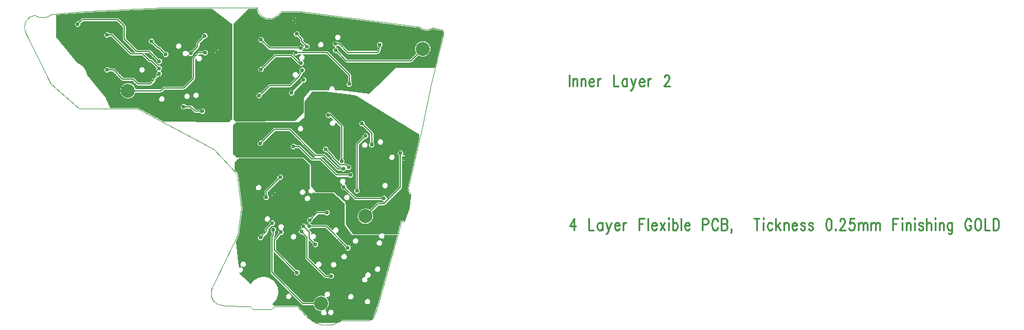
<source format=gbr>
*
*
G04 PADS 9.3 Build Number: 433611 generated Gerber (RS-274-X) file*
G04 PC Version=2.1*
*
%IN "MMSP_L.pcb"*%
*
%MOIN*%
*
%FSLAX35Y35*%
*
*
*
*
G04 PC Standard Apertures*
*
*
G04 Thermal Relief Aperture macro.*
%AMTER*
1,1,$1,0,0*
1,0,$1-$2,0,0*
21,0,$3,$4,0,0,45*
21,0,$3,$4,0,0,135*
%
*
*
G04 Annular Aperture macro.*
%AMANN*
1,1,$1,0,0*
1,0,$2,0,0*
%
*
*
G04 Odd Aperture macro.*
%AMODD*
1,1,$1,0,0*
1,0,$1-0.005,0,0*
%
*
*
G04 PC Custom Aperture Macros*
*
*
*
*
*
*
G04 PC Aperture Table*
*
%ADD010C,0.001*%
%ADD016C,0.01*%
%ADD018C,0.00787*%
%ADD019C,0.02362*%
%ADD020C,0.015*%
%ADD021C,0.07874*%
*
*
*
*
G04 PC Circuitry*
G04 Layer Name MMSP_L.pcb - circuitry*
%LPD*%
*
*
G04 PC Custom Flashes*
G04 Layer Name MMSP_L.pcb - flashes*
%LPD*%
*
*
G04 PC Circuitry*
G04 Layer Name MMSP_L.pcb - circuitry*
%LPD*%
*
G54D10*
G01X1157530Y1022244D02*
G75*
G03X1157530I-1821J0D01*
G01X1147885Y1018110D02*
G03X1147885I-1822J0D01*
G01X1133515Y1031693D02*
G03X1133515I-1822J0D01*
G01X1188042Y954528D02*
G03X1188042I-1822J0D01*
G01X1184105Y938583D02*
G03X1184105I-1822J0D01*
G01X1181546Y963189D02*
G03X1181546I-1822J0D01*
G01X1136467Y970669D02*
G03X1136467I-1821J0D01*
G01X1172688Y961417D02*
G03X1172688I-1822J0D01*
G01X1162648Y931890D02*
G03X1162648I-1821J0D01*
G01X1179971Y891339D02*
G03X1179971I-1821J0D01*
G01X1180956Y906102D02*
G03X1180956I-1822J0D01*
G01X1174263Y873031D02*
G03X1174263I-1822J0D01*
G01X1164814Y875787D02*
G03X1164814I-1822J0D01*
G01X1167570Y907283D02*
G03X1167570I-1822J0D01*
G01X1161074Y898425D02*
G03X1161074I-1822J0D01*
G01X1140404Y931299D02*
G03X1140404I-1821J0D01*
G01X1137648Y934843D02*
G03X1137648I-1821J0D01*
G01X1132530Y909646D02*
G03X1132530I-1821J0D01*
G01X1121900Y933071D02*
G03X1121900I-1821J0D01*
G01X1112845Y937402D02*
G03X1112845I-1821J0D01*
G01X1129774Y875984D02*
G03X1129774I-1821J0D01*
G01X1153593Y866929D02*
G03X1153593I-1821J0D01*
G01X1155168Y893898D02*
G03X1155168I-1822J0D01*
G01X1089814Y1013780D02*
G03X1089814I-1822J0D01*
G01X1077609Y989567D02*
G03X1077609I-1822J0D01*
G01X1067767Y1017323D02*
G03X1067767I-1822J0D01*
G01X1047097Y1003937D02*
G03X1047097I-1821J0D01*
G01X1072491Y988976D02*
G03X1072491I-1822J0D01*
G01X1058318Y987402D02*
G03X1058318I-1822J0D01*
G01X1214785Y1024185D02*
G03X1214423Y1025781I-1777J437D01*
G01X1209402Y1026842*
X1201094Y1027657D02*
G03X1209402Y1026842I4690J5057D01*
G01X1201094Y1027657D02*
X1200197D01*
X1200113Y1027663D02*
G03X1200197Y1027657I84J635D01*
G01X1200113Y1027663D02*
X1133958Y1036359D01*
X1124281*
X1121520Y1033598*
X1121483Y1033564D02*
G03X1121520Y1033598I-416J487D01*
G01X1112831Y1033515D02*
G03X1121483Y1033564I4297J5144D01*
G01X1109778Y1038359D02*
G03X1112831Y1033515I5700J208D01*
G01X1109778Y1038359D02*
X1105556D01*
X1096900Y1029704*
Y976202*
X1098052Y975050*
X1098233*
X1098244D02*
G03X1098233I5J-887D01*
G01X1098244D02*
X1131275Y975236D01*
X1136170Y979943*
Y985810*
Y985816D02*
G03Y985810I888J-6D01*
G01Y985816D02*
Y988207D01*
X1139937Y992767*
X1150573*
X1154151D02*
G03X1150573I-1789J343D01*
G01X1154151D02*
X1157480D01*
X1173208Y990801*
X1188169Y1005365*
X1210171*
X1214784Y1024185*
X1214785D02*
X1201328Y965388*
Y967460D01*
X1165937Y989199*
X1162114Y989814*
X1161973*
X1148538Y991485*
X1141233*
X1137058Y985810*
Y979943*
Y979936D02*
G03Y979943I-888J7D01*
G01Y979936D02*
Y977142D01*
X1133679Y974359*
X1133268*
X1131628Y974350*
X1131082Y974163D02*
G03X1131628Y974350I0J887D01*
G01X1131082Y974163D02*
X1098249D01*
X1096507Y972420*
Y956715*
X1098641Y954774*
X1099818*
X1099824D02*
G03X1099818I-0J-887D01*
G01X1099824D02*
X1135806D01*
X1135812D02*
G03X1135806I-6J-887D01*
G01X1135812D02*
X1136438D01*
X1140404Y950808*
Y950537*
X1140601Y949979D02*
G03X1140404Y950537I-887J0D01*
G01X1140601Y949979D02*
Y938548D01*
X1141659Y937207*
X1142494Y936150D02*
G03X1141659Y937207I-1746J-520D01*
G01X1142494Y936150D02*
X1143331Y935089D01*
X1152933*
X1152939D02*
G03X1152933I-6J-887D01*
G01X1152939D02*
X1153759D01*
X1160089Y929353*
Y928685*
X1160286Y928128D02*
G03X1160089Y928685I-887J-0D01*
G01X1160286Y928128D02*
Y916810D01*
X1164204Y911467*
X1179381*
X1181643D02*
G03X1179381I-1131J-1428D01*
G01X1181643D02*
X1189055D01*
X1190916Y918472*
X1191535Y918948D02*
G03X1190916Y918472I0J-641D01*
G01X1191535Y918948D02*
X1193037D01*
G03X1196238Y932838I-27584J13669*
G01X1194764Y936285*
X1194728Y936681D02*
G03X1194764Y936285I625J-144D01*
G01X1194728Y936681D02*
X1201328Y965388D01*
X1187382Y905169D02*
X1188820Y910580D01*
X1182251*
X1178772D02*
G03X1182251I1740J-541D01*
G01X1178772D02*
X1163805D01*
X1163799D02*
G03X1163805I6J887D01*
G01X1163799D02*
X1163754D01*
X1163753Y910581*
X1163080Y910957D02*
G03X1163753Y910581I725J510D01*
G01X1163080Y910957D02*
X1159364Y916237D01*
X1159202Y916748D02*
G03X1159364Y916237I887J0D01*
G01X1159202Y916748D02*
Y928313D01*
X1152933Y934202*
X1143331*
X1143325D02*
G03X1143331I6J887D01*
G01X1143325D02*
X1142695D01*
X1142280Y934644*
X1139863Y937222D02*
G03X1142280Y934644I885J-1592D01*
G01X1139863Y937222D02*
X1139714Y937382D01*
Y938239*
X1139708Y938247*
X1139517Y938797D02*
G03X1139708Y938247I887J-0D01*
G01X1139517Y938797D02*
Y950176D01*
X1135806Y953887*
X1099824*
X1097688Y951751*
Y947355*
X1099469Y945436*
X1099636Y945077D02*
G03X1099469Y945436I-636J-77D01*
G01X1099636Y945077D02*
X1101974Y925666D01*
X1101973Y925505D02*
G03X1101974Y925666I-635J85D01*
G01X1101973Y925505D02*
X1099973Y910505D01*
X1099916Y910312D02*
G03X1099973Y910505I-578J278D01*
G01X1099916Y910312D02*
X1098338Y907032D01*
X1100013Y892673*
X1101274Y892633D02*
G03X1100013Y892673I-683J-1688D01*
G01X1101679Y892406D02*
G03X1101274Y892633I683J1688D01*
G01X1100426Y889131D02*
G03X1101679Y892406I165J1814D01*
G01X1100426Y889131D02*
X1100441Y889000D01*
X1106507Y883339*
X1119065Y871618D02*
G03X1106507Y883339I-5285J6925D01*
G01X1119065Y871618D02*
X1119787Y870944D01*
X1120079Y871014D02*
G03X1119787Y870944I-0J-640D01*
G01X1120079Y871014D02*
X1132826D01*
X1133302Y870802D02*
G03X1132826Y871014I-476J-428D01*
G01X1133302Y870802D02*
X1138825Y864654D01*
G03X1143329Y861467I10566J10156*
G01X1155453*
G03X1157692Y862733I-6062J13343*
G01X1158055Y862845D02*
G03X1157692Y862733I-0J-640D01*
G01X1158055Y862845D02*
X1173546D01*
G03X1175319Y864211I-288J2208*
G01X1177951Y871781*
X1187382Y905169*
X1095816Y976399D02*
Y1029700D01*
X1084480Y1038359*
X1057015*
X1015041Y1036361*
X996900Y1034901*
Y1022656*
X1008863Y1007997*
X1014526Y1001058D02*
G03X1008863Y1007997I-8620J-1255D01*
G01X1014526Y1001058D02*
X1024846Y988412D01*
X1027392Y982641*
X1043000*
X1043302Y982565D02*
G03X1043000Y982641I-302J-565D01*
G01X1043302Y982565D02*
X1057697Y974865D01*
X1094172Y974755*
X1095816Y976399*
X1161170Y997366D02*
G03X1163239I1035J-1500D01*
G01X1161170D02*
Y1000556D01*
X1149178Y1012548*
X1136028*
X1136124Y1009141D02*
G03X1136028Y1012548I-691J1686D01*
G01X1133497Y1006708D02*
G03X1136124Y1009141I1542J969D01*
G01X1133127Y1006946D02*
G03X1133497Y1006708I731J731D01*
G01X1133127Y1006946D02*
X1129099Y1010974D01*
X1120704*
X1114193Y1004463*
X1112731Y1005926D02*
G03X1114193Y1004463I-329J-1792D01*
G01X1112731Y1005926D02*
X1119544Y1012739D01*
X1120276Y1013042D02*
G03X1119544Y1012739I-0J-1034D01*
G01X1120276Y1013042D02*
X1129528D01*
X1130259Y1012739D02*
G03X1129528Y1013042I-731J-731D01*
G01X1130259Y1012739D02*
X1133900Y1009098D01*
X1134349Y1009363D02*
G03X1133900Y1009098I690J-1686D01*
G01X1134838Y1012548D02*
G03X1134349Y1009363I595J-1721D01*
G01X1134838Y1012548D02*
X1133586D01*
X1131090Y1015107D02*
G03X1133586Y1012548I997J-1524D01*
G01X1131090Y1015107D02*
X1117126D01*
X1116395Y1015410D02*
G03X1117126Y1015107I731J732D01*
G01X1116395Y1015410D02*
X1112731Y1019074D01*
X1114193Y1020537D02*
G03X1112731Y1019074I-1791J329D01*
G01X1114193Y1020537D02*
X1117554Y1017176D01*
X1133343*
X1136367Y1017138D02*
G03X1133343Y1017176I-1524J-996D01*
G01X1136397Y1017455D02*
G03X1136367Y1017138I1792J-329D01*
G01X1136397Y1017455D02*
X1134603Y1019249D01*
X1134300Y1019980D02*
G03X1134603Y1019249I1035J0D01*
G01X1134300Y1019980D02*
Y1020930D01*
X1132809Y1022421*
X1134272Y1023884D02*
G03X1132809Y1022421I-1792J329D01*
G01X1134272Y1023884D02*
X1136066Y1022090D01*
X1136369Y1021358D02*
G03X1136066Y1022090I-1034J0D01*
G01X1136369Y1021358D02*
Y1020409D01*
X1137860Y1018918*
X1136664Y1016129D02*
G03X1137860Y1018918I1525J997D01*
G01X1135839Y1014617D02*
G03X1136664Y1016129I-996J1525D01*
G01X1135839Y1014617D02*
X1149606D01*
X1150338Y1014314D02*
G03X1149606Y1014617I-732J-731D01*
G01X1150338Y1014314D02*
X1162936Y1001716D01*
X1163239Y1000984D02*
G03X1162936Y1001716I-1034J0D01*
G01X1163239Y1000984D02*
Y997366D01*
X1201122Y1011864D02*
G03X1199659Y1013326I2421J3884D01*
G01X1201122Y1011864D02*
X1197582Y1008324D01*
X1196850Y1008021D02*
G03X1197582Y1008324I0J1034D01*
G01X1196850Y1008021D02*
X1160433D01*
X1159702Y1008324D02*
G03X1160433Y1008021I731J731D01*
G01X1159702Y1008324D02*
X1154857Y1013169D01*
X1154017Y1016709D02*
G03X1154857Y1013169I511J-1748D01*
G01X1155830Y1019538D02*
G03X1154017Y1016709I-1499J-1034D01*
G01X1155830Y1019538D02*
X1156496D01*
X1157227Y1019235D02*
G03X1156496Y1019538I-731J-731D01*
G01X1157227Y1019235D02*
X1161649Y1014814D01*
X1177524*
X1177952Y1015241*
X1178128Y1016742*
X1180183Y1016500D02*
G03X1178128Y1016742I-852J1610D01*
G01X1180183Y1016500D02*
X1179964Y1014643D01*
X1179668Y1014032D02*
G03X1179964Y1014643I-731J732D01*
G01X1179668Y1014032D02*
X1178684Y1013048D01*
X1177953Y1012745D02*
G03X1178684Y1013048I-0J1035D01*
G01X1177953Y1012745D02*
X1161220D01*
X1160489Y1013048D02*
G03X1161220Y1012745I731J732D01*
G01X1160489Y1013048D02*
X1156068Y1017470D01*
X1155830*
X1154841Y1016755D02*
G03X1155830Y1017470I-510J1749D01*
G01X1156319Y1014632D02*
G03X1154841Y1016755I-1791J329D01*
G01X1156319Y1014632D02*
X1160861Y1010089D01*
X1196422*
X1199659Y1013326*
X1157530Y1022244D02*
G03X1157530I-1821J0D01*
G01X1147885Y1018110D02*
G03X1147885I-1822J0D01*
G01X1133515Y1031693D02*
G03X1133515I-1822J0D01*
G01X1136088Y996437D02*
G03X1134626Y997899I329J1791D01*
G01X1136088Y996437D02*
X1131373Y991721D01*
X1129476Y992750D02*
G03X1131373Y991721I248J-1805D01*
G01X1129476Y992750D02*
X1134626Y997899D01*
X1135884Y1001936D02*
G03X1134034Y1002861I-254J1804D01*
G01X1135884Y1001936D02*
X1134783Y999734D01*
X1134590Y999466D02*
G03X1134783Y999734I-732J731D01*
G01X1134590Y999466D02*
X1129275Y994151D01*
X1128543Y993848D02*
G03X1129275Y994151I0J1034D01*
G01X1128543Y993848D02*
X1117554D01*
X1114314Y990607*
X1114278Y990573D02*
G03X1114314Y990607I-695J766D01*
G01X1114278Y990573D02*
X1113223Y989614D01*
X1111831Y991144D02*
G03X1113223Y989614I-414J-1774D01*
G01X1111831Y991144D02*
X1112869Y992087D01*
X1116395Y995613*
X1117126Y995916D02*
G03X1116395Y995613I-0J-1034D01*
G01X1117126Y995916D02*
X1128115D01*
X1131563Y999364*
X1133444Y1001682D02*
G03X1131563Y999364I-1751J-501D01*
G01X1133444Y1001682D02*
X1134034Y1002861D01*
X1191979Y952706D02*
G03X1192419Y955819I1131J1428D01*
G01X1191979Y952706D02*
Y937489D01*
X1191676Y936758D02*
G03X1191979Y937489I-731J731D01*
G01X1191676Y936758D02*
X1182516Y927597D01*
X1181785Y927294D02*
G03X1182516Y927597I-0J1035D01*
G01X1181785Y927294D02*
X1178757D01*
X1175144Y923682*
X1173682Y925144D02*
G03X1175144Y923682I-2422J-3884D01*
G01X1173682Y925144D02*
X1177597Y929060D01*
X1178329Y929363D02*
G03X1177597Y929060I-0J-1034D01*
G01X1178329Y929363D02*
X1181356D01*
X1181483Y929490*
X1180193Y930265D02*
G03X1181483Y929490I1500J1034D01*
G01X1180193Y930265D02*
X1165551D01*
X1164820Y930568D02*
G03X1165551Y930265I731J731D01*
G01X1164820Y930568D02*
X1159384Y936004D01*
X1157908Y939210D02*
G03X1159384Y936004I1147J-1415D01*
G01X1159612Y939530D02*
G03X1157908Y939210I-1147J1415D01*
G01X1160847Y937466D02*
G03X1159612Y939530I-1792J329D01*
G01X1160847Y937466D02*
X1165980Y932333D01*
X1180193*
X1183502Y931509D02*
G03X1180193Y932333I-1809J-210D01*
G01X1183502Y931509D02*
X1189911Y937917D01*
Y955390*
X1192419Y955819D02*
G03X1189911Y955390I-1474J1071D01*
G01X1188042Y954528D02*
G03X1188042I-1822J0D01*
G01X1184105Y938583D02*
G03X1184105I-1822J0D01*
G01X1181546Y963189D02*
G03X1181546I-1822J0D01*
G01X1173769Y963114D02*
G03X1175837I1034J-1500D01*
G01X1173769D02*
Y967682D01*
X1169620Y971830*
X1171083Y973293D02*
G03X1169620Y971830I-1792J329D01*
G01X1171083Y973293D02*
X1175534Y968842D01*
X1175837Y968110D02*
G03X1175534Y968842I-1034J0D01*
G01X1175837Y968110D02*
Y963114D01*
X1161296Y943454D02*
G03Y945522I1499J1034D01*
G01Y943454D02*
X1155118D01*
X1154387Y943757D02*
G03X1155118Y943454I731J731D01*
G01X1154387Y943757D02*
X1145438Y952706D01*
X1140945*
X1140214Y953009D02*
G03X1140945Y952706I731J731D01*
G01X1140214Y953009D02*
X1133627Y959596D01*
X1132208*
Y961664D02*
G03Y959596I-1499J-1034D01*
G01Y961664D02*
X1134055D01*
X1134786Y961361D02*
G03X1134055Y961664I-731J-731D01*
G01X1134786Y961361D02*
X1141373Y954774D01*
X1142666*
X1142379Y954977D02*
G03X1142666Y954774I731J732D01*
G01X1142379Y954977D02*
X1128115Y969241D01*
X1120310*
X1113800Y962731*
X1112337Y964193D02*
G03X1113800Y962731I-329J-1791D01*
G01X1112337Y964193D02*
X1119151Y971007D01*
X1119882Y971310D02*
G03X1119151Y971007I-0J-1034D01*
G01X1119882Y971310D02*
X1128543D01*
X1129275Y971007D02*
G03X1128543Y971310I-732J-731D01*
G01X1129275Y971007D02*
X1143539Y956743D01*
X1148031*
X1148763Y956440D02*
G03X1148031Y956743I-732J-731D01*
G01X1148763Y956440D02*
X1156137Y949066D01*
X1157359*
X1157430Y949163D02*
G03X1157359Y949066I1428J-1132D01*
G01X1157430Y949163D02*
X1156977D01*
X1156246Y949466D02*
G03X1156977Y949163I731J731D01*
G01X1156246Y949466D02*
X1152221Y953490D01*
X1151918Y954221D02*
G03X1152221Y953490I1035J0D01*
G01X1151918Y954221D02*
Y954493D01*
X1149148Y957263*
X1150611Y958726D02*
G03X1149148Y957263I-1792J329D01*
G01X1150611Y958726D02*
X1153684Y955653D01*
X1153987Y954921D02*
G03X1153684Y955653I-1034J0D01*
G01X1153987Y954921D02*
Y954650D01*
X1156064Y952572*
X1156840Y953862D02*
G03X1156064Y952572I1034J-1500D01*
G01X1156840Y953862D02*
Y971728D01*
X1154569Y973999*
X1152936Y975632D02*
G03X1154569Y973999I-180J-1813D01*
G01X1152936Y975632D02*
X1151593Y976975D01*
X1151772Y979538D02*
G03X1151593Y976975I-1378J-1192D01*
G01X1152219Y979275D02*
G03X1151772Y979538I-732J-732D01*
G01X1152219Y979275D02*
X1158605Y972888D01*
X1158908Y972157D02*
G03X1158605Y972888I-1034J-0D01*
G01X1158908Y972157D02*
Y953862D01*
X1159302Y951231D02*
G03X1158908Y953862I-1428J1131D01*
G01X1159302Y951231D02*
X1160127D01*
X1160782Y950997D02*
G03X1160127Y951231I-655J-800D01*
G01X1160782Y950997D02*
X1161305Y950569D01*
X1160590Y947467D02*
G03X1161305Y950569I1221J1352D01*
G01X1157359Y946997D02*
G03X1160590Y947467I1499J1034D01*
G01X1157359Y946997D02*
X1155709D01*
X1154977Y947300D02*
G03X1155709Y946997I732J731D01*
G01X1154977Y947300D02*
X1147603Y954674D01*
X1146310*
X1146597Y954471D02*
G03X1146310Y954674I-731J-731D01*
G01X1146597Y954471D02*
X1155547Y945522D01*
X1161296*
X1136467Y970669D02*
G03X1136467I-1821J0D01*
G01X1172688Y961417D02*
G03X1172688I-1822J0D01*
G01X1170931Y964744D02*
G03X1169468Y966206I329J1791D01*
G01X1170931Y964744D02*
X1167570Y961383D01*
Y937130*
X1165501D02*
G03X1167570I1034J-1500D01*
G01X1165501D02*
Y961811D01*
X1165804Y962542D02*
G03X1165501Y961811I731J-731D01*
G01X1165804Y962542D02*
X1169468Y966206D01*
X1162648Y931890D02*
G03X1162648I-1821J0D01*
G01X1179971Y891339D02*
G03X1179971I-1821J0D01*
G01X1180956Y906102D02*
G03X1180956I-1822J0D01*
G01X1174263Y873031D02*
G03X1174263I-1822J0D01*
G01X1172531Y886174D02*
G03X1170973Y887252I107J1818D01*
X1172530Y886174I-107J-1819*
G01X1164814Y875787D02*
G03X1164814I-1822J0D01*
G01X1167570Y907283D02*
G03X1167570I-1822J0D01*
G01X1161074Y898425D02*
G03X1161074I-1822J0D01*
G01X1159626Y903675D02*
G03X1161088Y905138I1791J-329D01*
G01X1159626Y903675D02*
X1148784Y914517D01*
X1141067*
X1139697Y913734D02*
G03X1141067Y914517I-130J1817D01*
G01X1139697Y913734D02*
X1140495Y912936D01*
X1140798Y912205D02*
G03X1140495Y912936I-1034J-0D01*
G01X1140798Y912205D02*
Y911271D01*
X1141866Y908022D02*
G03X1140798Y911271I63J1821D01*
G01X1141866Y908022D02*
X1142781Y907107D01*
X1141319Y905644D02*
G03X1142781Y907107I1791J-329D01*
G01X1141319Y905644D02*
X1139420Y907542D01*
Y897957*
X1143072Y894304*
X1145092Y892285D02*
G03X1143072Y894304I-210J1809D01*
G01X1145092Y892285D02*
X1148941Y888436D01*
X1150469*
Y886367D02*
G03Y888436I1500J1035D01*
G01Y886367D02*
X1148513D01*
X1147781Y886670D02*
G03X1148513Y886367I732J732D01*
G01X1147781Y886670D02*
X1137654Y896797D01*
X1137352Y897528D02*
G03X1137654Y896797I1034J0D01*
G01X1137352Y897528D02*
Y909020D01*
X1135565Y910807*
X1135001Y914405D02*
G03X1135565Y910807I235J-1807D01*
G01X1137992Y916467D02*
G03X1135001Y914405I-1575J-916D01*
G01X1139391Y917364D02*
G03X1137992Y916467I176J-1813D01*
G01X1140290Y920886D02*
G03X1139391Y917364I-329J-1792D01*
G01X1140290Y920886D02*
X1143363Y923960D01*
X1144094Y924263D02*
G03X1143363Y923960I0J-1035D01*
G01X1144094Y924263D02*
X1148107D01*
Y922194D02*
G03Y924263I1499J1034D01*
G01Y922194D02*
X1144523D01*
X1141752Y919424*
X1140137Y917281D02*
G03X1141752Y919424I-176J1813D01*
G01X1141067Y916585D02*
G03X1140137Y917281I-1500J-1034D01*
G01X1141067Y916585D02*
X1149213D01*
X1149944Y916283D02*
G03X1149213Y916585I-731J-732D01*
G01X1149944Y916283D02*
X1152711Y913516D01*
X1154658Y911569D02*
G03X1152711Y913516I-130J1817D01*
G01X1154658Y911569D02*
X1161088Y905138D01*
X1140404Y931299D02*
G03X1140404I-1821J0D01*
G01X1137648Y934843D02*
G03X1137648I-1821J0D01*
G01X1132530Y909646D02*
G03X1132530I-1821J0D01*
G01X1118372Y915531D02*
G03X1117425Y918623I329J1792D01*
G01X1118372Y915531D02*
X1116465Y913625D01*
Y912478*
X1116162Y911747D02*
G03X1116465Y912478I-731J731D01*
G01X1116162Y911747D02*
X1113996Y909581D01*
X1112534Y911044D02*
G03X1113996Y909581I-329J-1792D01*
G01X1112534Y911044D02*
X1114397Y912907D01*
Y914053*
X1114700Y914784D02*
G03X1114397Y914053I731J-731D01*
G01X1114700Y914784D02*
X1116909Y916994D01*
X1117220Y918385D02*
G03X1116909Y916994I1481J-1062D01*
G01X1117425Y918623D02*
G03X1117220Y918385I-1480J1062D01*
G01X1121900Y933071D02*
G03X1121900I-1821J0D01*
G01X1122899Y941515D02*
G03X1121437Y942978I329J1792D01*
G01X1122899Y941515D02*
X1116389Y935005D01*
Y933389*
X1114320D02*
G03X1116389I1034J-1499D01*
G01X1114320D02*
Y935433D01*
X1114623Y936164D02*
G03X1114320Y935433I731J-731D01*
G01X1114623Y936164D02*
X1121437Y942978D01*
X1112845Y937402D02*
G03X1112845I-1821J0D01*
G01X1129774Y875984D02*
G03X1129774I-1821J0D01*
G01X1153593Y866929D02*
G03X1153593I-1821J0D01*
G01X1149385Y875392D02*
G03X1148291Y876150I418J1773D01*
G01X1148829Y868259D02*
G03X1149385Y875392I-2569J3788D01*
G01X1146169Y867471D02*
G03X1148829Y868259I1666J-739D01*
G01X1141801Y871013D02*
G03X1146169Y867471I4459J1034D01*
G01X1141801Y871013D02*
X1135950D01*
X1135219Y871316D02*
G03X1135950Y871013I731J731D01*
G01X1135219Y871316D02*
X1117773Y888762D01*
X1117470Y889493D02*
G03X1117773Y888762I1034J0D01*
G01X1117470Y889493D02*
Y909522D01*
X1117773Y910253D02*
G03X1117470Y909522I731J-731D01*
G01X1117773Y910253D02*
X1118257Y910738D01*
Y912083*
X1120326D02*
G03X1118257I-1035J1500D01*
G01X1120326D02*
Y910309D01*
X1120023Y909578D02*
G03X1120326Y910309I-732J731D01*
G01X1120023Y909578D02*
X1119538Y909093D01*
Y908885*
X1121870Y911707*
X1122631Y913733D02*
G03X1121870Y911707I991J-1528D01*
G01X1124664Y913699D02*
G03X1122631Y913733I-991J1528D01*
G01X1123464Y910390D02*
G03X1124664Y913699I158J1815D01*
G01X1123464Y910390D02*
X1120916Y907305D01*
Y902594*
X1132348Y891162*
X1130885Y889699D02*
G03X1132348Y891162I1792J-329D01*
G01X1130885Y889699D02*
X1119538Y901046D01*
Y889922*
X1136378Y873082*
X1141801*
X1148291Y876150D02*
G03X1141801Y873082I-2031J-4103D01*
G01X1155168Y893898D02*
G03X1155168I-1822J0D01*
G01X1089814Y1013780D02*
G03X1089814I-1822J0D01*
G01X1077831Y979478D02*
G03Y981546I1500J1034D01*
G01Y979478D02*
X1075295D01*
X1074564Y979780D02*
G03X1075295Y979478I731J732D01*
G01X1074564Y979780D02*
X1072308Y982037D01*
X1070200*
Y984105D02*
G03Y982037I-1499J-1034D01*
G01Y984105D02*
X1072736D01*
X1073468Y983802D02*
G03X1072736Y984105I-732J-731D01*
G01X1073468Y983802D02*
X1075724Y981546D01*
X1077831*
X1077609Y989567D02*
G03X1077609I-1822J0D01*
G01X1079406Y1012548D02*
G03Y1014617I1500J1035D01*
G01Y1012548D02*
X1077566D01*
X1077138Y1012008*
X1075737Y1010245D02*
G03X1077138Y1012008I1822J-9D01*
G01X1075737Y1010245D02*
X1075444Y1009876D01*
Y999016*
X1075141Y998284D02*
G03X1075444Y999016I-732J732D01*
G01X1075141Y998284D02*
X1069826Y992969D01*
X1069094Y992667D02*
G03X1069826Y992969I0J1034D01*
G01X1069094Y992667D02*
X1058106D01*
X1056834Y991395*
X1056102Y991092D02*
G03X1056834Y991395I0J1034D01*
G01X1056102Y991092D02*
X1041861D01*
Y993160D02*
G03Y991092I-4459J-1034D01*
G01Y993160D02*
X1055674D01*
X1056946Y994432*
X1057677Y994735D02*
G03X1056946Y994432I0J-1034D01*
G01X1057677Y994735D02*
X1068666D01*
X1073375Y999444*
Y1010236*
X1073600Y1010879D02*
G03X1073375Y1010236I809J-643D01*
G01X1073599Y1010879D02*
X1076257Y1014226D01*
X1077067Y1014617D02*
G03X1076257Y1014226I-0J-1034D01*
G01X1077067Y1014617D02*
X1079406D01*
X1080380Y1021240D02*
G03X1078917Y1022702I329J1791D01*
G01X1080380Y1021240D02*
X1077806Y1018666D01*
Y1017126*
X1077503Y1016395D02*
G03X1077806Y1017126I-731J731D01*
G01X1077503Y1016395D02*
X1074626Y1013518D01*
X1071260Y1012273D02*
G03X1074626Y1013518I1575J916D01*
G01X1071260Y1014105D02*
G03Y1012273I-1575J-916D01*
G01X1073164Y1014981D02*
G03X1071260Y1014105I-329J-1792D01*
G01X1073164Y1014981D02*
X1075737Y1017554D01*
Y1019094*
X1076040Y1019826D02*
G03X1075737Y1019094I732J-732D01*
G01X1076040Y1019826D02*
X1078917Y1022702D01*
X1067767Y1017323D02*
G03X1067767I-1822J0D01*
G01X1053326Y1008990D02*
G03X1054789Y1010453I1792J-329D01*
G01X1053326Y1008990D02*
X1048981Y1013336D01*
X1046788*
X1049953Y1010171*
X1050509*
X1051240Y1009868D02*
G03X1050509Y1010171I-731J-731D01*
G01X1051240Y1009868D02*
X1054592Y1006516D01*
X1055988Y1003248D02*
G03X1054592Y1006516I-1067J1476D01*
G01Y999980D02*
G03X1055988Y1003248I329J1792D01*
G01X1054592Y999980D02*
X1053118Y998506D01*
Y998147*
X1052815Y997415D02*
G03X1053118Y998147I-731J732D01*
G01X1052815Y997415D02*
X1050534Y995135D01*
X1049803Y994832D02*
G03X1050534Y995135I0J1034D01*
G01X1049803Y994832D02*
X1042913D01*
X1042182Y995135D02*
G03X1042913Y994832I731J731D01*
G01X1042182Y995135D02*
X1039729Y997588D01*
X1034449*
X1033717Y997891D02*
G03X1034449Y997588I732J731D01*
G01X1033717Y997891D02*
X1028705Y1002903D01*
X1027090*
Y1004971D02*
G03Y1002903I-1499J-1034D01*
G01Y1004971D02*
X1029134D01*
X1029865Y1004668D02*
G03X1029134Y1004971I-731J-731D01*
G01X1029865Y1004668D02*
X1034877Y999656D01*
X1040157*
X1040889Y999353D02*
G03X1040157Y999656I-732J-731D01*
G01X1040889Y999353D02*
X1043342Y996900D01*
X1049375*
X1051050Y998575*
Y998934*
X1051352Y999666D02*
G03X1051050Y998934I732J-732D01*
G01X1051352Y999666D02*
X1053130Y1001443D01*
X1053854Y1003248D02*
G03X1053130Y1001443I1067J-1476D01*
G01Y1005053D02*
G03X1053854Y1003248I1791J-329D01*
G01X1053130Y1005053D02*
X1050081Y1008102D01*
X1049525*
X1048793Y1008405D02*
G03X1049525Y1008102I732J732D01*
G01X1048793Y1008405D02*
X1045241Y1011958D01*
X1038976*
X1038245Y1012261D02*
G03X1038976Y1011958I731J731D01*
G01X1038245Y1012261D02*
X1027918Y1022588D01*
X1027090*
Y1024656D02*
G03Y1022588I-1499J-1034D01*
G01Y1024656D02*
X1028346D01*
X1029078Y1024353D02*
G03X1028346Y1024656I-732J-731D01*
G01X1029078Y1024353D02*
X1039405Y1014026D01*
X1041204*
X1034505Y1020725*
X1034202Y1021457D02*
G03X1034505Y1020725I1034J-0D01*
G01X1034202Y1021457D02*
Y1028115D01*
X1031068Y1031249*
X1012043*
X1010847Y1030053*
X1009384Y1031516D02*
G03X1010847Y1030053I-329J-1792D01*
G01X1009384Y1031516D02*
X1010883Y1033015D01*
X1011614Y1033318D02*
G03X1010883Y1033015I0J-1035D01*
G01X1011614Y1033318D02*
X1031496D01*
X1032227Y1033015D02*
G03X1031496Y1033318I-731J-732D01*
G01X1032227Y1033015D02*
X1035968Y1029275D01*
X1036270Y1028543D02*
G03X1035968Y1029275I-1034J0D01*
G01X1036270Y1028543D02*
Y1021885D01*
X1042751Y1015404*
X1049409*
X1050141Y1015101D02*
G03X1049409Y1015404I-732J-731D01*
G01X1050141Y1015101D02*
X1054789Y1010453D01*
X1056870Y1012927D02*
G03X1058332Y1014390I1791J-329D01*
G01X1056870Y1012927D02*
X1054493Y1015304D01*
X1054331*
X1053599Y1015607D02*
G03X1054331Y1015304I732J732D01*
G01X1053599Y1015607D02*
X1050920Y1018287D01*
X1052382Y1019750D02*
G03X1050920Y1018287I-1791J329D01*
G01X1052382Y1019750D02*
X1054759Y1017373D01*
X1054921*
X1055653Y1017070D02*
G03X1054921Y1017373I-732J-731D01*
G01X1055653Y1017070D02*
X1058332Y1014390D01*
X1047097Y1003937D02*
G03X1047097I-1821J0D01*
G01X1072491Y988976D02*
G03X1072491I-1822J0D01*
G01X1058318Y987402D02*
G03X1058318I-1822J0D01*
G01X1134251Y1024639D02*
X1214837D01*
X1134271Y1024549D02*
X1214836D01*
X1134227Y1024729D02*
X1214834D01*
X1134285Y1024459D02*
X1214830D01*
X1134198Y1024819D02*
X1214827D01*
X1134295Y1024369D02*
X1214820D01*
X1134164Y1024909D02*
X1214815D01*
X1134301Y1024279D02*
X1214805D01*
X1134124Y1024999D02*
X1214798D01*
X1134302Y1024189D02*
X1214785D01*
X1134077Y1025089D02*
X1214777D01*
X1134298Y1024099D02*
X1214763D01*
X1134025Y1025179D02*
X1214751D01*
X1156161Y1024009D02*
X1214741D01*
X1133965Y1025269D02*
X1214719D01*
X1156426Y1023919D02*
X1214719D01*
X1156607Y1023829D02*
X1214697D01*
X1133896Y1025359D02*
X1214683D01*
X1156750Y1023739D02*
X1214675D01*
X1156869Y1023649D02*
X1214653D01*
X1133818Y1025449D02*
X1214640D01*
X1156970Y1023559D02*
X1214631D01*
X1157057Y1023469D02*
X1214609D01*
X1133729Y1025539D02*
X1214591D01*
X1157134Y1023379D02*
X1214587D01*
X1157201Y1023289D02*
X1214565D01*
X1157260Y1023199D02*
X1214543D01*
X1133626Y1025629D02*
X1214536D01*
X1157312Y1023109D02*
X1214521D01*
X1157357Y1023019D02*
X1214499D01*
X1157397Y1022929D02*
X1214477D01*
X1133505Y1025719D02*
X1214472D01*
X1157431Y1022839D02*
X1214455D01*
X1157459Y1022749D02*
X1214432D01*
X1157483Y1022659D02*
X1214410D01*
X1157501Y1022569D02*
X1214388D01*
X1157515Y1022479D02*
X1214366D01*
X1157525Y1022389D02*
X1214344D01*
X1157530Y1022299D02*
X1214322D01*
X1157530Y1022209D02*
X1214300D01*
X1133358Y1025809D02*
X1214294D01*
X1157526Y1022119D02*
X1214278D01*
X1157518Y1022029D02*
X1214256D01*
X1157505Y1021939D02*
X1214234D01*
X1157487Y1021849D02*
X1214212D01*
X1157464Y1021759D02*
X1214190D01*
X1157437Y1021669D02*
X1214168D01*
X1157404Y1021579D02*
X1214146D01*
X1157366Y1021489D02*
X1214124D01*
X1157322Y1021399D02*
X1214102D01*
X1157272Y1021309D02*
X1214079D01*
X1157214Y1021219D02*
X1214057D01*
X1157149Y1021129D02*
X1214035D01*
X1157074Y1021039D02*
X1214013D01*
X1156989Y1020949D02*
X1213991D01*
X1156892Y1020859D02*
X1213969D01*
X1156777Y1020769D02*
X1213947D01*
X1156640Y1020679D02*
X1213925D01*
X1156469Y1020589D02*
X1213903D01*
X1156230Y1020499D02*
X1213881D01*
X1206842Y1025899D02*
X1213868D01*
X1136369Y1020409D02*
X1213859D01*
X1203795Y1020319D02*
X1213837D01*
X1204480Y1020229D02*
X1213815D01*
X1204838Y1020139D02*
X1213793D01*
X1205111Y1020049D02*
X1213771D01*
X1205339Y1019959D02*
X1213749D01*
X1205537Y1019869D02*
X1213726D01*
X1205713Y1019779D02*
X1213704D01*
X1205873Y1019689D02*
X1213682D01*
X1206019Y1019599D02*
X1213660D01*
X1206153Y1019509D02*
X1213638D01*
X1206278Y1019419D02*
X1213616D01*
X1206395Y1019329D02*
X1213594D01*
X1206505Y1019239D02*
X1213572D01*
X1206608Y1019149D02*
X1213550D01*
X1206705Y1019059D02*
X1213528D01*
X1206796Y1018969D02*
X1213506D01*
X1206883Y1018879D02*
X1213484D01*
X1206965Y1018789D02*
X1213462D01*
X1207313Y1025989D02*
X1213442D01*
X1207043Y1018699D02*
X1213440D01*
X1207117Y1018609D02*
X1213418D01*
X1207187Y1018519D02*
X1213396D01*
X1207254Y1018429D02*
X1213373D01*
X1207317Y1018339D02*
X1213351D01*
X1207377Y1018249D02*
X1213329D01*
X1207435Y1018159D02*
X1213307D01*
X1207489Y1018069D02*
X1213285D01*
X1207541Y1017979D02*
X1213263D01*
X1207590Y1017889D02*
X1213241D01*
X1207636Y1017799D02*
X1213219D01*
X1207680Y1017709D02*
X1213197D01*
X1207721Y1017619D02*
X1213175D01*
X1207760Y1017529D02*
X1213153D01*
X1207797Y1017439D02*
X1213131D01*
X1207832Y1017349D02*
X1213109D01*
X1207864Y1017259D02*
X1213087D01*
X1207895Y1017169D02*
X1213065D01*
X1207923Y1017079D02*
X1213043D01*
X1207950Y1016989D02*
X1213020D01*
X1207666Y1026079D02*
X1213016D01*
X1207974Y1016899D02*
X1212998D01*
X1207996Y1016809D02*
X1212976D01*
X1208017Y1016719D02*
X1212954D01*
X1208035Y1016629D02*
X1212932D01*
X1208052Y1016539D02*
X1212910D01*
X1208067Y1016449D02*
X1212888D01*
X1208080Y1016359D02*
X1212866D01*
X1208091Y1016269D02*
X1212844D01*
X1208101Y1016179D02*
X1212822D01*
X1208108Y1016089D02*
X1212800D01*
X1208114Y1015999D02*
X1212778D01*
X1208118Y1015909D02*
X1212756D01*
X1208120Y1015819D02*
X1212734D01*
X1208121Y1015729D02*
X1212712D01*
X1208120Y1015639D02*
X1212690D01*
X1208117Y1015549D02*
X1212667D01*
X1208112Y1015459D02*
X1212645D01*
X1208105Y1015369D02*
X1212623D01*
X1208097Y1015279D02*
X1212601D01*
X1207958Y1026169D02*
X1212590D01*
X1208087Y1015189D02*
X1212579D01*
X1208075Y1015099D02*
X1212557D01*
X1208061Y1015009D02*
X1212535D01*
X1208045Y1014919D02*
X1212513D01*
X1208028Y1014829D02*
X1212491D01*
X1208008Y1014739D02*
X1212469D01*
X1207987Y1014649D02*
X1212447D01*
X1207964Y1014559D02*
X1212425D01*
X1207938Y1014469D02*
X1212403D01*
X1207911Y1014379D02*
X1212381D01*
X1207882Y1014289D02*
X1212359D01*
X1207851Y1014199D02*
X1212337D01*
X1207817Y1014109D02*
X1212314D01*
X1207782Y1014019D02*
X1212292D01*
X1207744Y1013929D02*
X1212270D01*
X1207704Y1013839D02*
X1212248D01*
X1207661Y1013749D02*
X1212226D01*
X1207616Y1013659D02*
X1212204D01*
X1207569Y1013569D02*
X1212182D01*
X1208213Y1026259D02*
X1212164D01*
X1207519Y1013479D02*
X1212160D01*
X1207466Y1013389D02*
X1212138D01*
X1207410Y1013299D02*
X1212116D01*
X1207352Y1013209D02*
X1212094D01*
X1207290Y1013119D02*
X1212072D01*
X1207226Y1013029D02*
X1212050D01*
X1207157Y1012939D02*
X1212028D01*
X1207086Y1012849D02*
X1212006D01*
X1207010Y1012759D02*
X1211984D01*
X1206930Y1012669D02*
X1211961D01*
X1206846Y1012579D02*
X1211939D01*
X1206757Y1012489D02*
X1211917D01*
X1206664Y1012399D02*
X1211895D01*
X1206564Y1012309D02*
X1211873D01*
X1206458Y1012219D02*
X1211851D01*
X1206346Y1012129D02*
X1211829D01*
X1206226Y1012039D02*
X1211807D01*
X1206097Y1011949D02*
X1211785D01*
X1205957Y1011859D02*
X1211763D01*
X1205806Y1011769D02*
X1211741D01*
X1208440Y1026349D02*
X1211738D01*
X1205640Y1011679D02*
X1211719D01*
X1205455Y1011589D02*
X1211697D01*
X1205245Y1011499D02*
X1211675D01*
X1205001Y1011409D02*
X1211653D01*
X1204699Y1011319D02*
X1211631D01*
X1204271Y1011229D02*
X1211609D01*
X1200397Y1011139D02*
X1211586D01*
X1200307Y1011049D02*
X1211564D01*
X1200217Y1010959D02*
X1211542D01*
X1200127Y1010869D02*
X1211520D01*
X1200037Y1010779D02*
X1211498D01*
X1199947Y1010689D02*
X1211476D01*
X1199857Y1010599D02*
X1211454D01*
X1199767Y1010509D02*
X1211432D01*
X1199677Y1010419D02*
X1211410D01*
X1199587Y1010329D02*
X1211388D01*
X1199497Y1010239D02*
X1211366D01*
X1199407Y1010149D02*
X1211344D01*
X1199317Y1010059D02*
X1211322D01*
X1208646Y1026439D02*
X1211312D01*
X1199227Y1009969D02*
X1211300D01*
X1199137Y1009879D02*
X1211278D01*
X1199047Y1009789D02*
X1211256D01*
X1198957Y1009699D02*
X1211233D01*
X1198867Y1009609D02*
X1211211D01*
X1198777Y1009519D02*
X1211189D01*
X1198687Y1009429D02*
X1211167D01*
X1198597Y1009339D02*
X1211145D01*
X1198507Y1009249D02*
X1211123D01*
X1198417Y1009159D02*
X1211101D01*
X1198327Y1009069D02*
X1211079D01*
X1198237Y1008979D02*
X1211057D01*
X1198147Y1008889D02*
X1211035D01*
X1198057Y1008799D02*
X1211013D01*
X1197967Y1008709D02*
X1210991D01*
X1197877Y1008619D02*
X1210969D01*
X1197787Y1008529D02*
X1210947D01*
X1197697Y1008439D02*
X1210925D01*
X1197607Y1008349D02*
X1210903D01*
X1208835Y1026529D02*
X1210886D01*
X1197510Y1008259D02*
X1210880D01*
X1197383Y1008169D02*
X1210858D01*
X1197191Y1008079D02*
X1210836D01*
X1156663Y1007989D02*
X1210814D01*
X1156753Y1007899D02*
X1210792D01*
X1156843Y1007809D02*
X1210770D01*
X1156933Y1007719D02*
X1210748D01*
X1157023Y1007629D02*
X1210726D01*
X1157113Y1007539D02*
X1210704D01*
X1157203Y1007449D02*
X1210682D01*
X1157293Y1007359D02*
X1210660D01*
X1157383Y1007269D02*
X1210638D01*
X1157473Y1007179D02*
X1210616D01*
X1157563Y1007089D02*
X1210594D01*
X1157653Y1006999D02*
X1210572D01*
X1157743Y1006909D02*
X1210550D01*
X1157833Y1006819D02*
X1210527D01*
X1157923Y1006729D02*
X1210505D01*
X1158013Y1006639D02*
X1210483D01*
X1158103Y1006549D02*
X1210461D01*
X1209011Y1026619D02*
X1210460D01*
X1158193Y1006459D02*
X1210439D01*
X1158283Y1006369D02*
X1210417D01*
X1158373Y1006279D02*
X1210395D01*
X1158463Y1006189D02*
X1210373D01*
X1158553Y1006099D02*
X1210351D01*
X1158643Y1006009D02*
X1210329D01*
X1158733Y1005919D02*
X1210307D01*
X1158823Y1005829D02*
X1210285D01*
X1158913Y1005739D02*
X1210263D01*
X1159003Y1005649D02*
X1210241D01*
X1159093Y1005559D02*
X1210219D01*
X1159183Y1005469D02*
X1210197D01*
X1159273Y1005379D02*
X1210174D01*
X1209176Y1026709D02*
X1210034D01*
X1209331Y1026799D02*
X1209608D01*
X1133170Y1025899D02*
X1204726D01*
X1132885Y1025989D02*
X1204255D01*
X1096900Y1026079D02*
X1203902D01*
X1096900Y1026169D02*
X1203610D01*
X1096900Y1026259D02*
X1203356D01*
X1154489Y1020319D02*
X1203292D01*
X1096900Y1026349D02*
X1203129D01*
X1096900Y1026439D02*
X1202923D01*
X1200487Y1011229D02*
X1202815D01*
X1096900Y1026529D02*
X1202733D01*
X1154917Y1020229D02*
X1202606D01*
X1096900Y1026619D02*
X1202557D01*
X1096900Y1026709D02*
X1202392D01*
X1200577Y1011319D02*
X1202388D01*
X1155135Y1020139D02*
X1202249D01*
X1096900Y1026799D02*
X1202238D01*
X1096900Y1026889D02*
X1202092D01*
X1200667Y1011409D02*
X1202086D01*
X1155296Y1020049D02*
X1201975D01*
X1096900Y1026979D02*
X1201954D01*
X1200757Y1011499D02*
X1201841D01*
X1096900Y1027069D02*
X1201822D01*
X1155427Y1019959D02*
X1201748D01*
X1096900Y1027159D02*
X1201697D01*
X1200847Y1011589D02*
X1201632D01*
X1096900Y1027249D02*
X1201577D01*
X1179806Y1019869D02*
X1201550D01*
X1096900Y1027339D02*
X1201463D01*
X1200937Y1011679D02*
X1201447D01*
X1180062Y1019779D02*
X1201374D01*
X1096900Y1027429D02*
X1201353D01*
X1201027Y1011769D02*
X1201281D01*
X1096900Y1027519D02*
X1201248D01*
X1180240Y1019689D02*
X1201214D01*
X1096900Y1027609D02*
X1201147D01*
X1201117Y1011859D02*
X1201129D01*
X1180381Y1019599D02*
X1201068D01*
X1180498Y1019509D02*
X1200933D01*
X1180598Y1019419D02*
X1200808D01*
X1180685Y1019329D02*
X1200691D01*
X1180761Y1019239D02*
X1200582D01*
X1180827Y1019149D02*
X1200479D01*
X1180886Y1019059D02*
X1200382D01*
X1180937Y1018969D02*
X1200290D01*
X1180982Y1018879D02*
X1200204D01*
X1181021Y1018789D02*
X1200122D01*
X1181055Y1018699D02*
X1200044D01*
X1181083Y1018609D02*
X1199970D01*
X1181106Y1018519D02*
X1199899D01*
X1096900Y1027699D02*
X1199839D01*
X1181124Y1018429D02*
X1199833D01*
X1181138Y1018339D02*
X1199769D01*
X1181147Y1018249D02*
X1199709D01*
X1181152Y1018159D02*
X1199652D01*
X1178935Y1013299D02*
X1199631D01*
X1179025Y1013389D02*
X1199621D01*
X1181152Y1018069D02*
X1199598D01*
X1179115Y1013479D02*
X1199568D01*
X1181148Y1017979D02*
X1199546D01*
X1178845Y1013209D02*
X1199541D01*
X1179205Y1013569D02*
X1199518D01*
X1181139Y1017889D02*
X1199497D01*
X1179295Y1013659D02*
X1199470D01*
X1178755Y1013119D02*
X1199451D01*
X1181126Y1017799D02*
X1199451D01*
X1179385Y1013749D02*
X1199425D01*
X1181108Y1017709D02*
X1199407D01*
X1179475Y1013839D02*
X1199383D01*
X1181085Y1017619D02*
X1199365D01*
X1178664Y1013029D02*
X1199361D01*
X1179565Y1013929D02*
X1199343D01*
X1181057Y1017529D02*
X1199326D01*
X1179655Y1014019D02*
X1199305D01*
X1181024Y1017439D02*
X1199289D01*
X1178555Y1012939D02*
X1199271D01*
X1179737Y1014109D02*
X1199269D01*
X1180986Y1017349D02*
X1199255D01*
X1179803Y1014199D02*
X1199236D01*
X1180941Y1017259D02*
X1199222D01*
X1179856Y1014289D02*
X1199205D01*
X1180890Y1017169D02*
X1199192D01*
X1178404Y1012849D02*
X1199181D01*
X1179897Y1014379D02*
X1199175D01*
X1180832Y1017079D02*
X1199163D01*
X1096900Y1027789D02*
X1199155D01*
X1179928Y1014469D02*
X1199148D01*
X1180766Y1016989D02*
X1199137D01*
X1179951Y1014559D02*
X1199123D01*
X1180691Y1016899D02*
X1199113D01*
X1179965Y1014649D02*
X1199100D01*
X1178119Y1012759D02*
X1199091D01*
X1180605Y1016809D02*
X1199090D01*
X1179975Y1014739D02*
X1199078D01*
X1180506Y1016719D02*
X1199070D01*
X1179986Y1014829D02*
X1199059D01*
X1180391Y1016629D02*
X1199051D01*
X1179997Y1014919D02*
X1199041D01*
X1180252Y1016539D02*
X1199035D01*
X1180007Y1015009D02*
X1199026D01*
X1180177Y1016449D02*
X1199020D01*
X1180018Y1015099D02*
X1199012D01*
X1180166Y1016359D02*
X1199007D01*
X1158282Y1012669D02*
X1199001D01*
X1180028Y1015189D02*
X1199000D01*
X1180155Y1016269D02*
X1198995D01*
X1180039Y1015279D02*
X1198990D01*
X1180145Y1016179D02*
X1198986D01*
X1180050Y1015369D02*
X1198981D01*
X1180134Y1016089D02*
X1198978D01*
X1180060Y1015459D02*
X1198975D01*
X1180124Y1015999D02*
X1198973D01*
X1180071Y1015549D02*
X1198970D01*
X1180113Y1015909D02*
X1198969D01*
X1180081Y1015639D02*
X1198967D01*
X1180103Y1015819D02*
X1198966D01*
X1180092Y1015729D02*
X1198966D01*
X1158372Y1012579D02*
X1198911D01*
X1158462Y1012489D02*
X1198821D01*
X1158552Y1012399D02*
X1198731D01*
X1158642Y1012309D02*
X1198641D01*
X1158732Y1012219D02*
X1198551D01*
X1096900Y1027879D02*
X1198470D01*
X1158822Y1012129D02*
X1198461D01*
X1158912Y1012039D02*
X1198371D01*
X1159002Y1011949D02*
X1198281D01*
X1159092Y1011859D02*
X1198191D01*
X1159182Y1011769D02*
X1198101D01*
X1159272Y1011679D02*
X1198011D01*
X1159362Y1011589D02*
X1197921D01*
X1159452Y1011499D02*
X1197831D01*
X1096900Y1027969D02*
X1197786D01*
X1159542Y1011409D02*
X1197741D01*
X1159632Y1011319D02*
X1197651D01*
X1159722Y1011229D02*
X1197561D01*
X1159812Y1011139D02*
X1197471D01*
X1159902Y1011049D02*
X1197381D01*
X1159992Y1010959D02*
X1197291D01*
X1160082Y1010869D02*
X1197201D01*
X1160172Y1010779D02*
X1197111D01*
X1096900Y1028059D02*
X1197101D01*
X1160262Y1010689D02*
X1197021D01*
X1160352Y1010599D02*
X1196931D01*
X1160442Y1010509D02*
X1196841D01*
X1160532Y1010419D02*
X1196751D01*
X1160622Y1010329D02*
X1196661D01*
X1160712Y1010239D02*
X1196571D01*
X1160802Y1010149D02*
X1196481D01*
X1096900Y1028149D02*
X1196416D01*
X1096900Y1028239D02*
X1195732D01*
X1096900Y1028329D02*
X1195047D01*
X1096900Y1028419D02*
X1194363D01*
X1096900Y1028509D02*
X1193678D01*
X1096900Y1028599D02*
X1192993D01*
X1096900Y1028689D02*
X1192309D01*
X1096900Y1028779D02*
X1191624D01*
X1096900Y1028869D02*
X1190939D01*
X1096900Y1028959D02*
X1190255D01*
X1096900Y1029049D02*
X1189570D01*
X1096900Y1029139D02*
X1188886D01*
X1096900Y1029229D02*
X1188201D01*
X1159363Y1005289D02*
X1188090D01*
X1159453Y1005199D02*
X1187998D01*
X1159543Y1005109D02*
X1187905D01*
X1159633Y1005019D02*
X1187813D01*
X1159723Y1004929D02*
X1187721D01*
X1159813Y1004839D02*
X1187628D01*
X1159903Y1004749D02*
X1187536D01*
X1096900Y1029319D02*
X1187516D01*
X1159993Y1004659D02*
X1187443D01*
X1160083Y1004569D02*
X1187351D01*
X1160173Y1004479D02*
X1187258D01*
X1160263Y1004389D02*
X1187166D01*
X1160353Y1004299D02*
X1187073D01*
X1160443Y1004209D02*
X1186981D01*
X1160533Y1004119D02*
X1186888D01*
X1096900Y1029409D02*
X1186832D01*
X1160623Y1004029D02*
X1186796D01*
X1160713Y1003939D02*
X1186704D01*
X1160803Y1003849D02*
X1186611D01*
X1160893Y1003759D02*
X1186519D01*
X1160983Y1003669D02*
X1186426D01*
X1161073Y1003579D02*
X1186334D01*
X1161163Y1003489D02*
X1186241D01*
X1161253Y1003399D02*
X1186149D01*
X1096900Y1029499D02*
X1186147D01*
X1161343Y1003309D02*
X1186056D01*
X1161433Y1003219D02*
X1185964D01*
X1161523Y1003129D02*
X1185871D01*
X1161613Y1003039D02*
X1185779D01*
X1161703Y1002949D02*
X1185687D01*
X1161793Y1002859D02*
X1185594D01*
X1161883Y1002769D02*
X1185502D01*
X1096900Y1029589D02*
X1185462D01*
X1161973Y1002679D02*
X1185409D01*
X1162063Y1002589D02*
X1185317D01*
X1162153Y1002499D02*
X1185224D01*
X1162243Y1002409D02*
X1185132D01*
X1162333Y1002319D02*
X1185039D01*
X1162423Y1002229D02*
X1184947D01*
X1162513Y1002139D02*
X1184855D01*
X1096900Y1029679D02*
X1184778D01*
X1162603Y1002049D02*
X1184762D01*
X1162693Y1001959D02*
X1184670D01*
X1162783Y1001869D02*
X1184577D01*
X1162873Y1001779D02*
X1184485D01*
X1162962Y1001689D02*
X1184392D01*
X1163037Y1001599D02*
X1184300D01*
X1163096Y1001509D02*
X1184207D01*
X1163143Y1001419D02*
X1184115D01*
X1096965Y1029769D02*
X1184093D01*
X1163180Y1001329D02*
X1184022D01*
X1163207Y1001239D02*
X1183930D01*
X1163226Y1001149D02*
X1183838D01*
X1163236Y1001059D02*
X1183745D01*
X1163239Y1000969D02*
X1183653D01*
X1163239Y1000879D02*
X1183560D01*
X1163239Y1000789D02*
X1183468D01*
X1097055Y1029859D02*
X1183409D01*
X1163239Y1000699D02*
X1183375D01*
X1163239Y1000609D02*
X1183283D01*
X1163239Y1000519D02*
X1183190D01*
X1163239Y1000429D02*
X1183098D01*
X1163239Y1000339D02*
X1183005D01*
X1163239Y1000249D02*
X1182913D01*
X1163239Y1000159D02*
X1182821D01*
X1163239Y1000069D02*
X1182728D01*
X1132218Y1029949D02*
X1182724D01*
X1163239Y999979D02*
X1182636D01*
X1163239Y999889D02*
X1182543D01*
X1163239Y999799D02*
X1182451D01*
X1163239Y999709D02*
X1182358D01*
X1163239Y999619D02*
X1182266D01*
X1163239Y999529D02*
X1182173D01*
X1163239Y999439D02*
X1182081D01*
X1132456Y1030039D02*
X1182039D01*
X1163239Y999349D02*
X1181989D01*
X1163239Y999259D02*
X1181896D01*
X1163239Y999169D02*
X1181804D01*
X1163239Y999079D02*
X1181711D01*
X1163239Y998989D02*
X1181619D01*
X1163239Y998899D02*
X1181526D01*
X1163239Y998809D02*
X1181434D01*
X1132627Y1030129D02*
X1181355D01*
X1163239Y998719D02*
X1181341D01*
X1163239Y998629D02*
X1181249D01*
X1163239Y998539D02*
X1181156D01*
X1163239Y998449D02*
X1181064D01*
X1163239Y998359D02*
X1180972D01*
X1163239Y998269D02*
X1180879D01*
X1163239Y998179D02*
X1180787D01*
X1163239Y998089D02*
X1180694D01*
X1132763Y1030219D02*
X1180670D01*
X1163239Y997999D02*
X1180602D01*
X1163239Y997909D02*
X1180509D01*
X1163239Y997819D02*
X1180417D01*
X1163239Y997729D02*
X1180324D01*
X1163239Y997639D02*
X1180232D01*
X1163239Y997549D02*
X1180140D01*
X1163239Y997459D02*
X1180047D01*
X1132877Y1030309D02*
X1179985D01*
X1163239Y997369D02*
X1179955D01*
X1163355Y997279D02*
X1179862D01*
X1163457Y997189D02*
X1179770D01*
X1163546Y997099D02*
X1179677D01*
X1163624Y997009D02*
X1179585D01*
X1163692Y996919D02*
X1179492D01*
X1163751Y996829D02*
X1179400D01*
X1163804Y996739D02*
X1179307D01*
X1132975Y1030399D02*
X1179301D01*
X1163850Y996649D02*
X1179215D01*
X1163890Y996559D02*
X1179123D01*
X1163924Y996469D02*
X1179030D01*
X1163953Y996379D02*
X1178938D01*
X1155537Y1019869D02*
X1178855D01*
X1163977Y996289D02*
X1178845D01*
X1163996Y996199D02*
X1178753D01*
X1164010Y996109D02*
X1178660D01*
X1133060Y1030489D02*
X1178616D01*
X1155632Y1019779D02*
X1178599D01*
X1164020Y996019D02*
X1178568D01*
X1164025Y995929D02*
X1178475D01*
X1155714Y1019689D02*
X1178421D01*
X1164026Y995839D02*
X1178383D01*
X1164023Y995749D02*
X1178290D01*
X1155787Y1019599D02*
X1178280D01*
X1164015Y995659D02*
X1178198D01*
X1156741Y1019509D02*
X1178163D01*
X1159744Y1016719D02*
X1178126D01*
X1159834Y1016629D02*
X1178115D01*
X1164002Y995569D02*
X1178106D01*
X1159924Y1016539D02*
X1178104D01*
X1160014Y1016449D02*
X1178094D01*
X1160104Y1016359D02*
X1178083D01*
X1160194Y1016269D02*
X1178073D01*
X1156979Y1019419D02*
X1178063D01*
X1160284Y1016179D02*
X1178062D01*
X1159654Y1016809D02*
X1178056D01*
X1160374Y1016089D02*
X1178051D01*
X1160464Y1015999D02*
X1178041D01*
X1160554Y1015909D02*
X1178030D01*
X1160644Y1015819D02*
X1178020D01*
X1163985Y995479D02*
X1178013D01*
X1160734Y1015729D02*
X1178009D01*
X1160824Y1015639D02*
X1177999D01*
X1160914Y1015549D02*
X1177988D01*
X1161004Y1015459D02*
X1177977D01*
X1157120Y1019329D02*
X1177977D01*
X1159564Y1016899D02*
X1177970D01*
X1161094Y1015369D02*
X1177967D01*
X1161184Y1015279D02*
X1177956D01*
X1133134Y1030579D02*
X1177932D01*
X1163963Y995389D02*
X1177921D01*
X1157224Y1019239D02*
X1177901D01*
X1161274Y1015189D02*
X1177899D01*
X1159474Y1016989D02*
X1177895D01*
X1157314Y1019149D02*
X1177834D01*
X1159384Y1017079D02*
X1177829D01*
X1163936Y995299D02*
X1177828D01*
X1161364Y1015099D02*
X1177809D01*
X1157404Y1019059D02*
X1177775D01*
X1159294Y1017169D02*
X1177771D01*
X1163904Y995209D02*
X1177736D01*
X1157494Y1018969D02*
X1177724D01*
X1159204Y1017259D02*
X1177720D01*
X1161454Y1015009D02*
X1177719D01*
X1157584Y1018879D02*
X1177679D01*
X1159114Y1017349D02*
X1177676D01*
X1163866Y995119D02*
X1177643D01*
X1157674Y1018789D02*
X1177640D01*
X1159024Y1017439D02*
X1177637D01*
X1161544Y1014919D02*
X1177629D01*
X1157764Y1018699D02*
X1177607D01*
X1158934Y1017529D02*
X1177604D01*
X1157854Y1018609D02*
X1177579D01*
X1158844Y1017619D02*
X1177577D01*
X1157944Y1018519D02*
X1177555D01*
X1158754Y1017709D02*
X1177554D01*
X1163822Y995029D02*
X1177551D01*
X1161634Y1014829D02*
X1177539D01*
X1158034Y1018429D02*
X1177537D01*
X1158664Y1017799D02*
X1177536D01*
X1158124Y1018339D02*
X1177523D01*
X1158574Y1017889D02*
X1177523D01*
X1158214Y1018249D02*
X1177514D01*
X1158484Y1017979D02*
X1177514D01*
X1158304Y1018159D02*
X1177510D01*
X1158394Y1018069D02*
X1177510D01*
X1163773Y994939D02*
X1177458D01*
X1163716Y994849D02*
X1177366D01*
X1163651Y994759D02*
X1177274D01*
X1133199Y1030669D02*
X1177247D01*
X1163578Y994669D02*
X1177181D01*
X1163494Y994579D02*
X1177089D01*
X1163397Y994489D02*
X1176996D01*
X1163284Y994399D02*
X1176904D01*
X1163150Y994309D02*
X1176811D01*
X1162982Y994219D02*
X1176719D01*
X1162752Y994129D02*
X1176626D01*
X1133257Y1030759D02*
X1176562D01*
X1153930Y994039D02*
X1176534D01*
X1153979Y993949D02*
X1176441D01*
X1154023Y993859D02*
X1176349D01*
X1154061Y993769D02*
X1176257D01*
X1154093Y993679D02*
X1176164D01*
X1154120Y993589D02*
X1176072D01*
X1154142Y993499D02*
X1175979D01*
X1154159Y993409D02*
X1175887D01*
X1133307Y1030849D02*
X1175878D01*
X1154172Y993319D02*
X1175794D01*
X1154180Y993229D02*
X1175702D01*
X1154184Y993139D02*
X1175609D01*
X1154183Y993049D02*
X1175517D01*
X1154178Y992959D02*
X1175424D01*
X1154168Y992869D02*
X1175332D01*
X1154153Y992779D02*
X1175240D01*
X1133351Y1030939D02*
X1175193D01*
X1158103Y992689D02*
X1175147D01*
X1158823Y992599D02*
X1175055D01*
X1159543Y992509D02*
X1174962D01*
X1160263Y992419D02*
X1174870D01*
X1160983Y992329D02*
X1174777D01*
X1161703Y992239D02*
X1174685D01*
X1162423Y992149D02*
X1174592D01*
X1133389Y1031029D02*
X1174509D01*
X1163143Y992059D02*
X1174500D01*
X1163863Y991969D02*
X1174408D01*
X1164583Y991879D02*
X1174315D01*
X1165303Y991789D02*
X1174223D01*
X1166023Y991699D02*
X1174130D01*
X1166743Y991609D02*
X1174038D01*
X1167463Y991519D02*
X1173945D01*
X1168183Y991429D02*
X1173853D01*
X1133422Y1031119D02*
X1173824D01*
X1168903Y991339D02*
X1173760D01*
X1169623Y991249D02*
X1173668D01*
X1170343Y991159D02*
X1173575D01*
X1171063Y991069D02*
X1173483D01*
X1171783Y990979D02*
X1173391D01*
X1172503Y990889D02*
X1173298D01*
X1133449Y1031209D02*
X1173139D01*
X1133471Y1031299D02*
X1172455D01*
X1133489Y1031389D02*
X1171770D01*
X1133502Y1031479D02*
X1171085D01*
X1133510Y1031569D02*
X1170401D01*
X1133514Y1031659D02*
X1169716D01*
X1133514Y1031749D02*
X1169032D01*
X1133509Y1031839D02*
X1168347D01*
X1133499Y1031929D02*
X1167662D01*
X1133485Y1032019D02*
X1166978D01*
X1133467Y1032109D02*
X1166293D01*
X1133443Y1032199D02*
X1165608D01*
X1133414Y1032289D02*
X1164924D01*
X1133381Y1032379D02*
X1164239D01*
X1133341Y1032469D02*
X1163555D01*
X1133296Y1032559D02*
X1162870D01*
X1133244Y1032649D02*
X1162185D01*
X1153873Y994129D02*
X1161657D01*
X1133185Y1032739D02*
X1161501D01*
X1153808Y994219D02*
X1161427D01*
X1153734Y994309D02*
X1161260D01*
X1135176Y1000519D02*
X1161170D01*
X1135131Y1000429D02*
X1161170D01*
X1135086Y1000339D02*
X1161170D01*
X1135041Y1000249D02*
X1161170D01*
X1134996Y1000159D02*
X1161170D01*
X1134951Y1000069D02*
X1161170D01*
X1136922Y999979D02*
X1161170D01*
X1137167Y999889D02*
X1161170D01*
X1137341Y999799D02*
X1161170D01*
X1137479Y999709D02*
X1161170D01*
X1137594Y999619D02*
X1161170D01*
X1137693Y999529D02*
X1161170D01*
X1137779Y999439D02*
X1161170D01*
X1137854Y999349D02*
X1161170D01*
X1137920Y999259D02*
X1161170D01*
X1137978Y999169D02*
X1161170D01*
X1138028Y999079D02*
X1161170D01*
X1138073Y998989D02*
X1161170D01*
X1138111Y998899D02*
X1161170D01*
X1138144Y998809D02*
X1161170D01*
X1138172Y998719D02*
X1161170D01*
X1138194Y998629D02*
X1161170D01*
X1138212Y998539D02*
X1161170D01*
X1138226Y998449D02*
X1161170D01*
X1138234Y998359D02*
X1161170D01*
X1138239Y998269D02*
X1161170D01*
X1138238Y998179D02*
X1161170D01*
X1138234Y998089D02*
X1161170D01*
X1138224Y997999D02*
X1161170D01*
X1138211Y997909D02*
X1161170D01*
X1138192Y997819D02*
X1161170D01*
X1138169Y997729D02*
X1161170D01*
X1138141Y997639D02*
X1161170D01*
X1138107Y997549D02*
X1161170D01*
X1138068Y997459D02*
X1161170D01*
X1138023Y997369D02*
X1161170D01*
X1153650Y994399D02*
X1161125D01*
X1135221Y1000609D02*
X1161118D01*
X1137972Y997279D02*
X1161054D01*
X1158192Y1012759D02*
X1161054D01*
X1135266Y1000699D02*
X1161028D01*
X1153553Y994489D02*
X1161013D01*
X1137913Y997189D02*
X1160952D01*
X1135311Y1000789D02*
X1160938D01*
X1153440Y994579D02*
X1160916D01*
X1137846Y997099D02*
X1160863D01*
X1135356Y1000879D02*
X1160848D01*
X1153305Y994669D02*
X1160832D01*
X1133117Y1032829D02*
X1160816D01*
X1137770Y997009D02*
X1160786D01*
X1158102Y1012849D02*
X1160770D01*
X1153138Y994759D02*
X1160758D01*
X1135401Y1000969D02*
X1160758D01*
X1137684Y996919D02*
X1160718D01*
X1152907Y994849D02*
X1160694D01*
X1135446Y1001059D02*
X1160668D01*
X1137583Y996829D02*
X1160658D01*
X1134590Y994939D02*
X1160637D01*
X1158012Y1012939D02*
X1160618D01*
X1137466Y996739D02*
X1160606D01*
X1134680Y995029D02*
X1160587D01*
X1135491Y1001149D02*
X1160578D01*
X1137325Y996649D02*
X1160560D01*
X1134770Y995119D02*
X1160543D01*
X1137146Y996559D02*
X1160520D01*
X1157922Y1013029D02*
X1160509D01*
X1134860Y995209D02*
X1160506D01*
X1135536Y1001239D02*
X1160488D01*
X1136889Y996469D02*
X1160486D01*
X1134950Y995299D02*
X1160474D01*
X1136030Y996379D02*
X1160457D01*
X1135040Y995389D02*
X1160447D01*
X1135940Y996289D02*
X1160433D01*
X1135130Y995479D02*
X1160425D01*
X1157832Y1013119D02*
X1160419D01*
X1135850Y996199D02*
X1160414D01*
X1135220Y995569D02*
X1160407D01*
X1135760Y996109D02*
X1160399D01*
X1135581Y1001329D02*
X1160398D01*
X1135310Y995659D02*
X1160395D01*
X1135670Y996019D02*
X1160389D01*
X1135400Y995749D02*
X1160387D01*
X1135580Y995929D02*
X1160384D01*
X1135490Y995839D02*
X1160383D01*
X1157742Y1013209D02*
X1160329D01*
X1135626Y1001419D02*
X1160308D01*
X1157652Y1013299D02*
X1160239D01*
X1135671Y1001509D02*
X1160218D01*
X1157562Y1013389D02*
X1160149D01*
X1133040Y1032919D02*
X1160131D01*
X1135716Y1001599D02*
X1160128D01*
X1156573Y1008079D02*
X1160092D01*
X1157472Y1013479D02*
X1160059D01*
X1135761Y1001689D02*
X1160038D01*
X1157382Y1013569D02*
X1159969D01*
X1135806Y1001779D02*
X1159948D01*
X1156483Y1008169D02*
X1159900D01*
X1157292Y1013659D02*
X1159879D01*
X1135851Y1001869D02*
X1159858D01*
X1157202Y1013749D02*
X1159789D01*
X1156393Y1008259D02*
X1159773D01*
X1136011Y1001959D02*
X1159768D01*
X1157112Y1013839D02*
X1159699D01*
X1136306Y1002049D02*
X1159678D01*
X1156303Y1008349D02*
X1159677D01*
X1157022Y1013929D02*
X1159609D01*
X1136498Y1002139D02*
X1159588D01*
X1156213Y1008439D02*
X1159587D01*
X1156932Y1014019D02*
X1159519D01*
X1136647Y1002229D02*
X1159498D01*
X1156123Y1008529D02*
X1159497D01*
X1132953Y1033009D02*
X1159447D01*
X1156842Y1014109D02*
X1159429D01*
X1136769Y1002319D02*
X1159408D01*
X1156033Y1008619D02*
X1159407D01*
X1156752Y1014199D02*
X1159339D01*
X1136873Y1002409D02*
X1159318D01*
X1155943Y1008709D02*
X1159317D01*
X1156662Y1014289D02*
X1159249D01*
X1136963Y1002499D02*
X1159228D01*
X1155853Y1008799D02*
X1159227D01*
X1156572Y1014379D02*
X1159159D01*
X1137042Y1002589D02*
X1159138D01*
X1155763Y1008889D02*
X1159137D01*
X1156482Y1014469D02*
X1159069D01*
X1137110Y1002679D02*
X1159048D01*
X1155673Y1008979D02*
X1159047D01*
X1156392Y1014559D02*
X1158979D01*
X1137171Y1002769D02*
X1158958D01*
X1155583Y1009069D02*
X1158957D01*
X1156322Y1014649D02*
X1158889D01*
X1137224Y1002859D02*
X1158868D01*
X1155493Y1009159D02*
X1158867D01*
X1156336Y1014739D02*
X1158799D01*
X1137271Y1002949D02*
X1158778D01*
X1155403Y1009249D02*
X1158777D01*
X1132851Y1033099D02*
X1158762D01*
X1156344Y1014829D02*
X1158709D01*
X1137311Y1003039D02*
X1158688D01*
X1155313Y1009339D02*
X1158687D01*
X1156349Y1014919D02*
X1158619D01*
X1137346Y1003129D02*
X1158598D01*
X1155223Y1009429D02*
X1158597D01*
X1156349Y1015009D02*
X1158529D01*
X1137375Y1003219D02*
X1158508D01*
X1155133Y1009519D02*
X1158507D01*
X1156344Y1015099D02*
X1158439D01*
X1137400Y1003309D02*
X1158418D01*
X1155043Y1009609D02*
X1158417D01*
X1156335Y1015189D02*
X1158349D01*
X1137419Y1003399D02*
X1158328D01*
X1154953Y1009699D02*
X1158327D01*
X1156321Y1015279D02*
X1158259D01*
X1137434Y1003489D02*
X1158238D01*
X1154863Y1009789D02*
X1158237D01*
X1156303Y1015369D02*
X1158169D01*
X1137444Y1003579D02*
X1158148D01*
X1154773Y1009879D02*
X1158147D01*
X1156280Y1015459D02*
X1158079D01*
X1132733Y1033189D02*
X1158078D01*
X1137450Y1003669D02*
X1158058D01*
X1154683Y1009969D02*
X1158057D01*
X1156252Y1015549D02*
X1157989D01*
X1137452Y1003759D02*
X1157968D01*
X1154593Y1010059D02*
X1157967D01*
X1156218Y1015639D02*
X1157899D01*
X1137448Y1003849D02*
X1157878D01*
X1154503Y1010149D02*
X1157877D01*
X1156179Y1015729D02*
X1157809D01*
X1137441Y1003939D02*
X1157788D01*
X1154413Y1010239D02*
X1157787D01*
X1156134Y1015819D02*
X1157719D01*
X1137429Y1004029D02*
X1157698D01*
X1154323Y1010329D02*
X1157697D01*
X1156083Y1015909D02*
X1157629D01*
X1137412Y1004119D02*
X1157608D01*
X1154233Y1010419D02*
X1157607D01*
X1156025Y1015999D02*
X1157539D01*
X1137390Y1004209D02*
X1157518D01*
X1154143Y1010509D02*
X1157517D01*
X1155958Y1016089D02*
X1157449D01*
X1137364Y1004299D02*
X1157428D01*
X1154053Y1010599D02*
X1157427D01*
X1132589Y1033279D02*
X1157393D01*
X1155882Y1016179D02*
X1157359D01*
X1137332Y1004389D02*
X1157338D01*
X1153963Y1010689D02*
X1157337D01*
X1155795Y1016269D02*
X1157269D01*
X1137295Y1004479D02*
X1157248D01*
X1153873Y1010779D02*
X1157247D01*
X1155695Y1016359D02*
X1157179D01*
X1137252Y1004569D02*
X1157158D01*
X1153783Y1010869D02*
X1157157D01*
X1155578Y1016449D02*
X1157089D01*
X1137203Y1004659D02*
X1157068D01*
X1153693Y1010959D02*
X1157067D01*
X1155438Y1016539D02*
X1156999D01*
X1137147Y1004749D02*
X1156978D01*
X1153603Y1011049D02*
X1156977D01*
X1155260Y1016629D02*
X1156909D01*
X1137083Y1004839D02*
X1156888D01*
X1153513Y1011139D02*
X1156887D01*
X1155005Y1016719D02*
X1156819D01*
X1137010Y1004929D02*
X1156798D01*
X1153423Y1011229D02*
X1156797D01*
X1154998Y1016809D02*
X1156729D01*
X1132407Y1033369D02*
X1156708D01*
X1136928Y1005019D02*
X1156708D01*
X1153333Y1011319D02*
X1156707D01*
X1155192Y1016899D02*
X1156639D01*
X1136832Y1005109D02*
X1156618D01*
X1153243Y1011409D02*
X1156617D01*
X1155342Y1016989D02*
X1156549D01*
X1136721Y1005199D02*
X1156528D01*
X1153153Y1011499D02*
X1156527D01*
X1155465Y1017079D02*
X1156459D01*
X1136589Y1005289D02*
X1156438D01*
X1153063Y1011589D02*
X1156437D01*
X1155570Y1017169D02*
X1156369D01*
X1136426Y1005379D02*
X1156348D01*
X1152973Y1011679D02*
X1156347D01*
X1155660Y1017259D02*
X1156279D01*
X1136205Y1005469D02*
X1156258D01*
X1152883Y1011769D02*
X1156257D01*
X1155739Y1017349D02*
X1156189D01*
X1135737Y1005559D02*
X1156168D01*
X1152793Y1011859D02*
X1156167D01*
X1155808Y1017439D02*
X1156099D01*
X1115379Y1005649D02*
X1156078D01*
X1152703Y1011949D02*
X1156077D01*
X1132141Y1033459D02*
X1156024D01*
X1115469Y1005739D02*
X1155988D01*
X1152613Y1012039D02*
X1155987D01*
X1115559Y1005829D02*
X1155898D01*
X1152523Y1012129D02*
X1155897D01*
X1135515Y1005919D02*
X1155808D01*
X1152433Y1012219D02*
X1155807D01*
X1135771Y1006009D02*
X1155718D01*
X1152343Y1012309D02*
X1155717D01*
X1135949Y1006099D02*
X1155628D01*
X1152253Y1012399D02*
X1155627D01*
X1136090Y1006189D02*
X1155538D01*
X1152163Y1012489D02*
X1155537D01*
X1136207Y1006279D02*
X1155448D01*
X1152073Y1012579D02*
X1155447D01*
X1136307Y1006369D02*
X1155358D01*
X1151983Y1012669D02*
X1155357D01*
X1121465Y1033549D02*
X1155339D01*
X1136394Y1006459D02*
X1155268D01*
X1151893Y1012759D02*
X1155267D01*
X1134291Y1024009D02*
X1155256D01*
X1136369Y1020499D02*
X1155187D01*
X1136469Y1006549D02*
X1155178D01*
X1151803Y1012849D02*
X1155177D01*
X1136536Y1006639D02*
X1155088D01*
X1151713Y1012939D02*
X1155087D01*
X1136595Y1006729D02*
X1154998D01*
X1151623Y1013029D02*
X1154997D01*
X1134278Y1023919D02*
X1154992D01*
X1136369Y1020589D02*
X1154948D01*
X1136646Y1006819D02*
X1154908D01*
X1151533Y1013119D02*
X1154907D01*
X1136691Y1006909D02*
X1154818D01*
X1134327Y1023829D02*
X1154810D01*
X1136369Y1020679D02*
X1154777D01*
X1136730Y1006999D02*
X1154728D01*
X1134417Y1023739D02*
X1154667D01*
X1121560Y1033639D02*
X1154654D01*
X1136369Y1020769D02*
X1154640D01*
X1136763Y1007089D02*
X1154638D01*
X1134507Y1023649D02*
X1154549D01*
X1136792Y1007179D02*
X1154548D01*
X1136369Y1020859D02*
X1154526D01*
X1136815Y1007269D02*
X1154458D01*
X1134597Y1023559D02*
X1154448D01*
X1136369Y1020949D02*
X1154428D01*
X1136833Y1007359D02*
X1154368D01*
X1134687Y1023469D02*
X1154360D01*
X1136369Y1021039D02*
X1154343D01*
X1134777Y1023379D02*
X1154283D01*
X1136847Y1007449D02*
X1154278D01*
X1136369Y1021129D02*
X1154268D01*
X1134867Y1023289D02*
X1154216D01*
X1136369Y1021219D02*
X1154203D01*
X1136856Y1007539D02*
X1154188D01*
X1136459Y1020319D02*
X1154172D01*
X1134957Y1023199D02*
X1154157D01*
X1136369Y1021309D02*
X1154145D01*
X1135047Y1023109D02*
X1154105D01*
X1136860Y1007629D02*
X1154098D01*
X1136368Y1021399D02*
X1154095D01*
X1135137Y1023019D02*
X1154060D01*
X1136361Y1021489D02*
X1154051D01*
X1151443Y1013209D02*
X1154028D01*
X1135227Y1022929D02*
X1154021D01*
X1136345Y1021579D02*
X1154013D01*
X1136861Y1007719D02*
X1154008D01*
X1135317Y1022839D02*
X1153987D01*
X1136321Y1021669D02*
X1153980D01*
X1121650Y1033729D02*
X1153970D01*
X1147239Y1016719D02*
X1153968D01*
X1135407Y1022749D02*
X1153958D01*
X1136288Y1021759D02*
X1153953D01*
X1135497Y1022659D02*
X1153935D01*
X1136245Y1021849D02*
X1153930D01*
X1136856Y1007809D02*
X1153918D01*
X1135587Y1022569D02*
X1153916D01*
X1136191Y1021939D02*
X1153913D01*
X1135677Y1022479D02*
X1153902D01*
X1136122Y1022029D02*
X1153900D01*
X1135767Y1022389D02*
X1153893D01*
X1136037Y1022119D02*
X1153891D01*
X1135857Y1022299D02*
X1153888D01*
X1135947Y1022209D02*
X1153887D01*
X1136848Y1007899D02*
X1153828D01*
X1147123Y1016629D02*
X1153795D01*
X1151353Y1013299D02*
X1153782D01*
X1136549Y1020229D02*
X1153744D01*
X1136834Y1007989D02*
X1153738D01*
X1147338Y1016809D02*
X1153664D01*
X1136816Y1008079D02*
X1153648D01*
X1146984Y1016539D02*
X1153617D01*
X1151263Y1013389D02*
X1153607D01*
X1136793Y1008169D02*
X1153558D01*
X1136639Y1020139D02*
X1153527D01*
X1146810Y1016449D02*
X1153477D01*
X1147423Y1016899D02*
X1153470D01*
X1151173Y1013479D02*
X1153468D01*
X1136766Y1008259D02*
X1153468D01*
X1136733Y1008349D02*
X1153378D01*
X1136729Y1020049D02*
X1153365D01*
X1146564Y1016359D02*
X1153360D01*
X1151083Y1013569D02*
X1153352D01*
X1147498Y1016989D02*
X1153320D01*
X1136694Y1008439D02*
X1153288D01*
X1121740Y1033819D02*
X1153285D01*
X1139796Y1016269D02*
X1153260D01*
X1150993Y1013659D02*
X1153253D01*
X1136819Y1019959D02*
X1153234D01*
X1136650Y1008529D02*
X1153198D01*
X1147564Y1017079D02*
X1153196D01*
X1139745Y1016179D02*
X1153173D01*
X1150903Y1013749D02*
X1153168D01*
X1146539Y1019869D02*
X1153124D01*
X1136599Y1008619D02*
X1153108D01*
X1139686Y1016089D02*
X1153097D01*
X1150813Y1013839D02*
X1153092D01*
X1147622Y1017169D02*
X1153092D01*
X1139620Y1015999D02*
X1153031D01*
X1146794Y1019779D02*
X1153029D01*
X1150723Y1013929D02*
X1153026D01*
X1136541Y1008709D02*
X1153018D01*
X1147673Y1017259D02*
X1153001D01*
X1139544Y1015909D02*
X1152972D01*
X1150633Y1014019D02*
X1152968D01*
X1146972Y1019689D02*
X1152947D01*
X1136475Y1008799D02*
X1152928D01*
X1147718Y1017349D02*
X1152922D01*
X1139458Y1015819D02*
X1152921D01*
X1150543Y1014109D02*
X1152917D01*
X1139358Y1015729D02*
X1152876D01*
X1147113Y1019599D02*
X1152875D01*
X1150453Y1014199D02*
X1152873D01*
X1147756Y1017439D02*
X1152853D01*
X1136400Y1008889D02*
X1152838D01*
X1139241Y1015639D02*
X1152837D01*
X1150363Y1014289D02*
X1152834D01*
X1147230Y1019509D02*
X1152811D01*
X1139100Y1015549D02*
X1152803D01*
X1150267Y1014379D02*
X1152801D01*
X1147789Y1017529D02*
X1152792D01*
X1138923Y1015459D02*
X1152775D01*
X1150140Y1014469D02*
X1152774D01*
X1147330Y1019419D02*
X1152755D01*
X1138669Y1015369D02*
X1152752D01*
X1149949Y1014559D02*
X1152751D01*
X1136314Y1008979D02*
X1152748D01*
X1147817Y1017619D02*
X1152739D01*
X1136447Y1015279D02*
X1152734D01*
X1135886Y1014649D02*
X1152733D01*
X1136395Y1015189D02*
X1152720D01*
X1136004Y1014739D02*
X1152719D01*
X1136336Y1015099D02*
X1152711D01*
X1136105Y1014829D02*
X1152711D01*
X1136269Y1015009D02*
X1152707D01*
X1147417Y1019329D02*
X1152706D01*
X1136193Y1014919D02*
X1152706D01*
X1147840Y1017709D02*
X1152692D01*
X1147493Y1019239D02*
X1152664D01*
X1136215Y1009069D02*
X1152658D01*
X1147858Y1017799D02*
X1152651D01*
X1147560Y1019149D02*
X1152627D01*
X1147871Y1017889D02*
X1152616D01*
X1121830Y1033909D02*
X1152601D01*
X1147618Y1019059D02*
X1152596D01*
X1147880Y1017979D02*
X1152586D01*
X1147670Y1018969D02*
X1152569D01*
X1136165Y1009159D02*
X1152568D01*
X1147884Y1018069D02*
X1152562D01*
X1147715Y1018879D02*
X1152548D01*
X1147884Y1018159D02*
X1152542D01*
X1147754Y1018789D02*
X1152531D01*
X1147879Y1018249D02*
X1152527D01*
X1147787Y1018699D02*
X1152519D01*
X1147870Y1018339D02*
X1152517D01*
X1147815Y1018609D02*
X1152512D01*
X1147857Y1018429D02*
X1152511D01*
X1147838Y1018519D02*
X1152509D01*
X1136343Y1009249D02*
X1152478D01*
X1136484Y1009339D02*
X1152388D01*
X1136601Y1009429D02*
X1152298D01*
X1136701Y1009519D02*
X1152208D01*
X1136788Y1009609D02*
X1152118D01*
X1136863Y1009699D02*
X1152028D01*
X1136930Y1009789D02*
X1151938D01*
X1121920Y1033999D02*
X1151916D01*
X1136989Y1009879D02*
X1151848D01*
X1134500Y994849D02*
X1151818D01*
X1137040Y1009969D02*
X1151758D01*
X1137085Y1010059D02*
X1151668D01*
X1134410Y994759D02*
X1151587D01*
X1137124Y1010149D02*
X1151578D01*
X1137157Y1010239D02*
X1151488D01*
X1134320Y994669D02*
X1151419D01*
X1137185Y1010329D02*
X1151398D01*
X1137208Y1010419D02*
X1151308D01*
X1134230Y994579D02*
X1151284D01*
X1122010Y1034089D02*
X1151231D01*
X1137227Y1010509D02*
X1151218D01*
X1134140Y994489D02*
X1151171D01*
X1137240Y1010599D02*
X1151128D01*
X1134050Y994399D02*
X1151074D01*
X1137250Y1010689D02*
X1151038D01*
X1133960Y994309D02*
X1150990D01*
X1137254Y1010779D02*
X1150948D01*
X1133870Y994219D02*
X1150917D01*
X1137254Y1010869D02*
X1150858D01*
X1133780Y994129D02*
X1150852D01*
X1133690Y994039D02*
X1150795D01*
X1137250Y1010959D02*
X1150768D01*
X1133600Y993949D02*
X1150745D01*
X1133510Y993859D02*
X1150701D01*
X1137241Y1011049D02*
X1150678D01*
X1133420Y993769D02*
X1150664D01*
X1133330Y993679D02*
X1150631D01*
X1133240Y993589D02*
X1150604D01*
X1137228Y1011139D02*
X1150588D01*
X1133150Y993499D02*
X1150582D01*
X1132430Y992779D02*
X1150571D01*
X1133060Y993409D02*
X1150565D01*
X1132520Y992869D02*
X1150557D01*
X1132970Y993319D02*
X1150552D01*
X1132610Y992959D02*
X1150547D01*
X1122100Y1034179D02*
X1150547D01*
X1132880Y993229D02*
X1150544D01*
X1132700Y993049D02*
X1150542D01*
X1132790Y993139D02*
X1150541D01*
X1137210Y1011229D02*
X1150498D01*
X1137187Y1011319D02*
X1150408D01*
X1137159Y1011409D02*
X1150318D01*
X1137126Y1011499D02*
X1150228D01*
X1137088Y1011589D02*
X1150138D01*
X1137043Y1011679D02*
X1150048D01*
X1136992Y1011769D02*
X1149958D01*
X1136934Y1011859D02*
X1149868D01*
X1122190Y1034269D02*
X1149862D01*
X1136868Y1011949D02*
X1149778D01*
X1136793Y1012039D02*
X1149688D01*
X1136707Y1012129D02*
X1149598D01*
X1136608Y1012219D02*
X1149508D01*
X1136493Y1012309D02*
X1149418D01*
X1136354Y1012399D02*
X1149328D01*
X1136179Y1012489D02*
X1149238D01*
X1122280Y1034359D02*
X1149178D01*
X1122370Y1034449D02*
X1148493D01*
X1122460Y1034539D02*
X1147808D01*
X1122550Y1034629D02*
X1147124D01*
X1122640Y1034719D02*
X1146439D01*
X1122730Y1034809D02*
X1145754D01*
X1136909Y1019869D02*
X1145587D01*
X1139841Y1016359D02*
X1145562D01*
X1136999Y1019779D02*
X1145332D01*
X1139880Y1016449D02*
X1145316D01*
X1137089Y1019689D02*
X1145154D01*
X1139913Y1016539D02*
X1145142D01*
X1122820Y1034899D02*
X1145070D01*
X1137179Y1019599D02*
X1145013D01*
X1139941Y1016629D02*
X1145003D01*
X1137269Y1019509D02*
X1144896D01*
X1139965Y1016719D02*
X1144887D01*
X1137359Y1019419D02*
X1144796D01*
X1139983Y1016809D02*
X1144788D01*
X1137449Y1019329D02*
X1144709D01*
X1139996Y1016899D02*
X1144703D01*
X1137539Y1019239D02*
X1144633D01*
X1140005Y1016989D02*
X1144628D01*
X1137629Y1019149D02*
X1144566D01*
X1140010Y1017079D02*
X1144562D01*
X1137719Y1019059D02*
X1144508D01*
X1140010Y1017169D02*
X1144504D01*
X1137809Y1018969D02*
X1144456D01*
X1140006Y1017259D02*
X1144453D01*
X1138685Y1018879D02*
X1144411D01*
X1139997Y1017349D02*
X1144408D01*
X1122910Y1034989D02*
X1144385D01*
X1138933Y1018789D02*
X1144372D01*
X1139984Y1017439D02*
X1144370D01*
X1139108Y1018699D02*
X1144339D01*
X1139966Y1017529D02*
X1144337D01*
X1139247Y1018609D02*
X1144311D01*
X1139943Y1017619D02*
X1144309D01*
X1139363Y1018519D02*
X1144288D01*
X1139915Y1017709D02*
X1144286D01*
X1139462Y1018429D02*
X1144269D01*
X1139882Y1017799D02*
X1144268D01*
X1139548Y1018339D02*
X1144256D01*
X1139843Y1017889D02*
X1144255D01*
X1139624Y1018249D02*
X1144247D01*
X1139799Y1017979D02*
X1144246D01*
X1139690Y1018159D02*
X1144242D01*
X1139748Y1018069D02*
X1144242D01*
X1123000Y1035079D02*
X1143701D01*
X1123090Y1035169D02*
X1143016D01*
X1123180Y1035259D02*
X1142331D01*
X1123270Y1035349D02*
X1141647D01*
X1123360Y1035439D02*
X1140962D01*
X1123450Y1035529D02*
X1140277D01*
X1132340Y992689D02*
X1139873D01*
X1132250Y992599D02*
X1139798D01*
X1132160Y992509D02*
X1139724D01*
X1132070Y992419D02*
X1139650D01*
X1123540Y1035619D02*
X1139593D01*
X1131980Y992329D02*
X1139575D01*
X1131890Y992239D02*
X1139501D01*
X1131800Y992149D02*
X1139427D01*
X1131710Y992059D02*
X1139352D01*
X1131620Y991969D02*
X1139278D01*
X1131530Y991879D02*
X1139204D01*
X1131440Y991789D02*
X1139129D01*
X1131383Y991699D02*
X1139055D01*
X1131421Y991609D02*
X1138981D01*
X1123630Y1035709D02*
X1138908D01*
X1131453Y991519D02*
X1138906D01*
X1131481Y991429D02*
X1138832D01*
X1131503Y991339D02*
X1138758D01*
X1131521Y991249D02*
X1138683D01*
X1131533Y991159D02*
X1138609D01*
X1131542Y991069D02*
X1138535D01*
X1131546Y990979D02*
X1138460D01*
X1131545Y990889D02*
X1138386D01*
X1131540Y990799D02*
X1138311D01*
X1131531Y990709D02*
X1138237D01*
X1123720Y1035799D02*
X1138224D01*
X1131517Y990619D02*
X1138163D01*
X1131498Y990529D02*
X1138088D01*
X1131474Y990439D02*
X1138014D01*
X1131446Y990349D02*
X1137940D01*
X1131412Y990259D02*
X1137865D01*
X1131372Y990169D02*
X1137791D01*
X1131327Y990079D02*
X1137717D01*
X1136492Y1015369D02*
X1137709D01*
X1131275Y989989D02*
X1137642D01*
X1131216Y989899D02*
X1137568D01*
X1123810Y1035889D02*
X1137539D01*
X1131148Y989809D02*
X1137494D01*
X1136531Y1015459D02*
X1137455D01*
X1131072Y989719D02*
X1137419D01*
X1130984Y989629D02*
X1137345D01*
X1136565Y1015549D02*
X1137278D01*
X1130882Y989539D02*
X1137271D01*
X1130764Y989449D02*
X1137196D01*
X1136593Y1015639D02*
X1137137D01*
X1130620Y989359D02*
X1137122D01*
X1130438Y989269D02*
X1137048D01*
X1136617Y1015729D02*
X1137020D01*
X1130171Y989179D02*
X1136973D01*
X1136635Y1015819D02*
X1136920D01*
X1113217Y989089D02*
X1136899D01*
X1123900Y1035979D02*
X1136854D01*
X1136649Y1015909D02*
X1136834D01*
X1113201Y988999D02*
X1136825D01*
X1136659Y1015999D02*
X1136758D01*
X1113180Y988909D02*
X1136750D01*
X1136663Y1016089D02*
X1136691D01*
X1113154Y988819D02*
X1136676D01*
X1113122Y988729D02*
X1136601D01*
X1113086Y988639D02*
X1136527D01*
X1113043Y988549D02*
X1136453D01*
X1136122Y1017439D02*
X1136394D01*
X1136207Y1017349D02*
X1136381D01*
X1112995Y988459D02*
X1136378D01*
X1136282Y1017259D02*
X1136372D01*
X1136347Y1017169D02*
X1136368D01*
X1136024Y1017529D02*
X1136324D01*
X1112939Y988369D02*
X1136304D01*
X1135909Y1017619D02*
X1136234D01*
X1112876Y988279D02*
X1136230D01*
X1112804Y988189D02*
X1136170D01*
X1112722Y988099D02*
X1136170D01*
X1112628Y988009D02*
X1136170D01*
X1112518Y987919D02*
X1136170D01*
X1112388Y987829D02*
X1136170D01*
X1112228Y987739D02*
X1136170D01*
X1112013Y987649D02*
X1136170D01*
X1111611Y987559D02*
X1136170D01*
X1096900Y987469D02*
X1136170D01*
X1096900Y987379D02*
X1136170D01*
X1096900Y987289D02*
X1136170D01*
X1096900Y987199D02*
X1136170D01*
X1096900Y987109D02*
X1136170D01*
X1096900Y987019D02*
X1136170D01*
X1096900Y986929D02*
X1136170D01*
X1096900Y986839D02*
X1136170D01*
X1096900Y986749D02*
X1136170D01*
X1096900Y986659D02*
X1136170D01*
X1096900Y986569D02*
X1136170D01*
X1096900Y986479D02*
X1136170D01*
X1096900Y986389D02*
X1136170D01*
X1096900Y986299D02*
X1136170D01*
X1096900Y986209D02*
X1136170D01*
X1096900Y986119D02*
X1136170D01*
X1096900Y986029D02*
X1136170D01*
X1096900Y985939D02*
X1136170D01*
X1096900Y985849D02*
X1136170D01*
X1096900Y985759D02*
X1136170D01*
X1096900Y985669D02*
X1136170D01*
X1096900Y985579D02*
X1136170D01*
X1096900Y985489D02*
X1136170D01*
X1096900Y985399D02*
X1136170D01*
X1096900Y985309D02*
X1136170D01*
X1096900Y985219D02*
X1136170D01*
X1096900Y985129D02*
X1136170D01*
X1096900Y985039D02*
X1136170D01*
X1096900Y984949D02*
X1136170D01*
X1096900Y984859D02*
X1136170D01*
X1096900Y984769D02*
X1136170D01*
X1096900Y984679D02*
X1136170D01*
X1096900Y984589D02*
X1136170D01*
X1096900Y984499D02*
X1136170D01*
X1096900Y984409D02*
X1136170D01*
X1096900Y984319D02*
X1136170D01*
X1096900Y984229D02*
X1136170D01*
X1096900Y984139D02*
X1136170D01*
X1096900Y984049D02*
X1136170D01*
X1096900Y983959D02*
X1136170D01*
X1096900Y983869D02*
X1136170D01*
X1096900Y983779D02*
X1136170D01*
X1096900Y983689D02*
X1136170D01*
X1096900Y983599D02*
X1136170D01*
X1096900Y983509D02*
X1136170D01*
X1096900Y983419D02*
X1136170D01*
X1096900Y983329D02*
X1136170D01*
X1096900Y983239D02*
X1136170D01*
X1096900Y983149D02*
X1136170D01*
X1096900Y983059D02*
X1136170D01*
X1096900Y982969D02*
X1136170D01*
X1096900Y982879D02*
X1136170D01*
X1096900Y982789D02*
X1136170D01*
X1096900Y982699D02*
X1136170D01*
X1096900Y982609D02*
X1136170D01*
X1096900Y982519D02*
X1136170D01*
X1096900Y982429D02*
X1136170D01*
X1096900Y982339D02*
X1136170D01*
X1096900Y982249D02*
X1136170D01*
X1096900Y982159D02*
X1136170D01*
X1096900Y982069D02*
X1136170D01*
X1096900Y981979D02*
X1136170D01*
X1096900Y981889D02*
X1136170D01*
X1096900Y981799D02*
X1136170D01*
X1096900Y981709D02*
X1136170D01*
X1096900Y981619D02*
X1136170D01*
X1096900Y981529D02*
X1136170D01*
X1096900Y981439D02*
X1136170D01*
X1096900Y981349D02*
X1136170D01*
X1096900Y981259D02*
X1136170D01*
X1096900Y981169D02*
X1136170D01*
X1096900Y981079D02*
X1136170D01*
X1096900Y980989D02*
X1136170D01*
X1096900Y980899D02*
X1136170D01*
X1096900Y980809D02*
X1136170D01*
X1096900Y980719D02*
X1136170D01*
X1096900Y980629D02*
X1136170D01*
X1096900Y980539D02*
X1136170D01*
X1096900Y980449D02*
X1136170D01*
X1096900Y980359D02*
X1136170D01*
X1096900Y980269D02*
X1136170D01*
X1096900Y980179D02*
X1136170D01*
X1096900Y980089D02*
X1136170D01*
X1096900Y979999D02*
X1136170D01*
X1123990Y1036069D02*
X1136170D01*
X1135772Y1017709D02*
X1136144D01*
X1096900Y979909D02*
X1136135D01*
X1135599Y1017799D02*
X1136054D01*
X1096900Y979819D02*
X1136042D01*
X1135359Y1017889D02*
X1135964D01*
X1096900Y979729D02*
X1135948D01*
X1134906Y999979D02*
X1135913D01*
X1116752Y1017979D02*
X1135874D01*
X1096900Y979639D02*
X1135854D01*
X1116662Y1018069D02*
X1135784D01*
X1096900Y979549D02*
X1135761D01*
X1116572Y1018159D02*
X1135694D01*
X1134861Y999889D02*
X1135668D01*
X1096900Y979459D02*
X1135667D01*
X1116482Y1018249D02*
X1135604D01*
X1096900Y979369D02*
X1135574D01*
X1115289Y1005559D02*
X1135523D01*
X1116392Y1018339D02*
X1135514D01*
X1134816Y999799D02*
X1135494D01*
X1124080Y1036159D02*
X1135485D01*
X1096900Y979279D02*
X1135480D01*
X1116302Y1018429D02*
X1135424D01*
X1096900Y979189D02*
X1135386D01*
X1134770Y999709D02*
X1135356D01*
X1116212Y1018519D02*
X1135334D01*
X1096900Y979099D02*
X1135293D01*
X1116122Y1018609D02*
X1135244D01*
X1134716Y999619D02*
X1135240D01*
X1096900Y979009D02*
X1135199D01*
X1116032Y1018699D02*
X1135154D01*
X1134648Y999529D02*
X1135142D01*
X1096900Y978919D02*
X1135106D01*
X1115942Y1018789D02*
X1135064D01*
X1134563Y999439D02*
X1135056D01*
X1115199Y1005469D02*
X1135055D01*
X1096900Y978829D02*
X1135012D01*
X1134473Y999349D02*
X1134981D01*
X1115852Y1018879D02*
X1134974D01*
X1096900Y978739D02*
X1134918D01*
X1134383Y999259D02*
X1134915D01*
X1115762Y1018969D02*
X1134884D01*
X1134293Y999169D02*
X1134857D01*
X1115109Y1005379D02*
X1134834D01*
X1096900Y978649D02*
X1134825D01*
X1134203Y999079D02*
X1134806D01*
X1124170Y1036249D02*
X1134800D01*
X1115672Y1019059D02*
X1134794D01*
X1134113Y998989D02*
X1134762D01*
X1096900Y978559D02*
X1134731D01*
X1134023Y998899D02*
X1134723D01*
X1115582Y1019149D02*
X1134704D01*
X1133933Y998809D02*
X1134691D01*
X1133543Y1012489D02*
X1134687D01*
X1115019Y1005289D02*
X1134670D01*
X1133843Y998719D02*
X1134663D01*
X1133753Y998629D02*
X1134640D01*
X1096900Y978469D02*
X1134638D01*
X1133033Y997909D02*
X1134624D01*
X1133663Y998539D02*
X1134622D01*
X1115492Y1019239D02*
X1134614D01*
X1133123Y997999D02*
X1134610D01*
X1133573Y998449D02*
X1134609D01*
X1133213Y998089D02*
X1134601D01*
X1133483Y998359D02*
X1134600D01*
X1133303Y998179D02*
X1134596D01*
X1133393Y998269D02*
X1134596D01*
X1115649Y1005919D02*
X1134564D01*
X1132943Y997819D02*
X1134545D01*
X1096900Y978379D02*
X1134544D01*
X1114929Y1005199D02*
X1134539D01*
X1115402Y1019329D02*
X1134531D01*
X1133471Y1012399D02*
X1134512D01*
X1115312Y1019419D02*
X1134466D01*
X1132853Y997729D02*
X1134455D01*
X1096900Y978289D02*
X1134450D01*
X1114839Y1005109D02*
X1134428D01*
X1115222Y1019509D02*
X1134414D01*
X1133389Y1012309D02*
X1134374D01*
X1115132Y1019599D02*
X1134373D01*
X1132763Y997639D02*
X1134365D01*
X1096900Y978199D02*
X1134357D01*
X1115042Y1019689D02*
X1134342D01*
X1114749Y1005019D02*
X1134332D01*
X1116842Y1017889D02*
X1134326D01*
X1114952Y1019779D02*
X1134320D01*
X1115739Y1006009D02*
X1134308D01*
X1114862Y1019869D02*
X1134306D01*
X1114772Y1019959D02*
X1134301D01*
X1114223Y1020859D02*
X1134300D01*
X1114221Y1020769D02*
X1134300D01*
X1114214Y1020679D02*
X1134300D01*
X1114202Y1020589D02*
X1134300D01*
X1114232Y1020499D02*
X1134300D01*
X1114322Y1020409D02*
X1134300D01*
X1114412Y1020319D02*
X1134300D01*
X1114502Y1020229D02*
X1134300D01*
X1114592Y1020139D02*
X1134300D01*
X1114682Y1020049D02*
X1134300D01*
X1133659Y1009339D02*
X1134292D01*
X1114221Y1020949D02*
X1134282D01*
X1132673Y997549D02*
X1134275D01*
X1133569Y1009429D02*
X1134265D01*
X1096900Y978109D02*
X1134263D01*
X1133294Y1012219D02*
X1134258D01*
X1114659Y1004929D02*
X1134249D01*
X1114215Y1021039D02*
X1134192D01*
X1132583Y997459D02*
X1134185D01*
X1114569Y1004839D02*
X1134177D01*
X1096900Y978019D02*
X1134170D01*
X1133479Y1009519D02*
X1134165D01*
X1133184Y1012129D02*
X1134159D01*
X1115829Y1006099D02*
X1134130D01*
X1133749Y1009249D02*
X1134118D01*
X1124260Y1036339D02*
X1134116D01*
X1114479Y1004749D02*
X1134113D01*
X1114204Y1021129D02*
X1134102D01*
X1132493Y997369D02*
X1134095D01*
X1116932Y1017799D02*
X1134086D01*
X1133389Y1009609D02*
X1134079D01*
X1096900Y977929D02*
X1134076D01*
X1133053Y1012039D02*
X1134073D01*
X1114389Y1004659D02*
X1134057D01*
X1132403Y1002859D02*
X1134033D01*
X1114189Y1021219D02*
X1134012D01*
X1114299Y1004569D02*
X1134008D01*
X1132403Y997279D02*
X1134005D01*
X1133299Y1009699D02*
X1134003D01*
X1132892Y1011949D02*
X1133998D01*
X1132134Y1002949D02*
X1133989D01*
X1115919Y1006189D02*
X1133989D01*
X1132586Y1002769D02*
X1133988D01*
X1096900Y977839D02*
X1133982D01*
X1133839Y1009159D02*
X1133979D01*
X1114209Y1004479D02*
X1133965D01*
X1113857Y1003039D02*
X1133949D01*
X1132730Y1002679D02*
X1133943D01*
X1133209Y1009789D02*
X1133936D01*
X1132675Y1011859D02*
X1133932D01*
X1114205Y1004389D02*
X1133928D01*
X1114169Y1021309D02*
X1133922D01*
X1132313Y997189D02*
X1133915D01*
X1113921Y1003129D02*
X1133914D01*
X1117022Y1017709D02*
X1133913D01*
X1132849Y1002589D02*
X1133898D01*
X1114216Y1004299D02*
X1133896D01*
X1096900Y977749D02*
X1133889D01*
X1113977Y1003219D02*
X1133884D01*
X1133119Y1009879D02*
X1133878D01*
X1132254Y1011769D02*
X1133874D01*
X1116009Y1006279D02*
X1133872D01*
X1114222Y1004209D02*
X1133870D01*
X1114026Y1003309D02*
X1133860D01*
X1132951Y1002499D02*
X1133853D01*
X1114223Y1004119D02*
X1133848D01*
X1114068Y1003399D02*
X1133841D01*
X1114144Y1021399D02*
X1133832D01*
X1114220Y1004029D02*
X1133831D01*
X1133029Y1009969D02*
X1133826D01*
X1114105Y1003489D02*
X1133826D01*
X1132223Y997099D02*
X1133825D01*
X1131319Y1011679D02*
X1133823D01*
X1114213Y1003939D02*
X1133819D01*
X1114137Y1003579D02*
X1133815D01*
X1114201Y1003849D02*
X1133811D01*
X1114163Y1003669D02*
X1133810D01*
X1114184Y1003759D02*
X1133808D01*
X1133039Y1002409D02*
X1133808D01*
X1096900Y977659D02*
X1133795D01*
X1132939Y1010059D02*
X1133781D01*
X1131409Y1011589D02*
X1133778D01*
X1117112Y1017619D02*
X1133776D01*
X1116099Y1006369D02*
X1133772D01*
X1133116Y1002319D02*
X1133763D01*
X1132849Y1010149D02*
X1133742D01*
X1114114Y1021489D02*
X1133742D01*
X1131499Y1011499D02*
X1133740D01*
X1132133Y997009D02*
X1133735D01*
X1133183Y1002229D02*
X1133718D01*
X1132759Y1010239D02*
X1133709D01*
X1131589Y1011409D02*
X1133707D01*
X1096900Y977569D02*
X1133702D01*
X1116189Y1006459D02*
X1133685D01*
X1132669Y1010329D02*
X1133681D01*
X1131679Y1011319D02*
X1133679D01*
X1133243Y1002139D02*
X1133673D01*
X1117202Y1017529D02*
X1133661D01*
X1132579Y1010419D02*
X1133658D01*
X1131769Y1011229D02*
X1133656D01*
X1114078Y1021579D02*
X1133652D01*
X1132043Y996919D02*
X1133645D01*
X1132489Y1010509D02*
X1133639D01*
X1131859Y1011139D02*
X1133638D01*
X1133295Y1002049D02*
X1133628D01*
X1132399Y1010599D02*
X1133626D01*
X1131949Y1011049D02*
X1133625D01*
X1132309Y1010689D02*
X1133617D01*
X1132039Y1010959D02*
X1133616D01*
X1132219Y1010779D02*
X1133612D01*
X1132129Y1010869D02*
X1133612D01*
X1116279Y1006549D02*
X1133609D01*
X1096900Y977479D02*
X1133608D01*
X1133340Y1001959D02*
X1133583D01*
X1117292Y1017439D02*
X1133563D01*
X1114037Y1021669D02*
X1133562D01*
X1131953Y996829D02*
X1133555D01*
X1116369Y1006639D02*
X1133543D01*
X1133380Y1001869D02*
X1133538D01*
X1096900Y977389D02*
X1133514D01*
X1133414Y1001779D02*
X1133493D01*
X1117382Y1017349D02*
X1133478D01*
X1113990Y1021759D02*
X1133472D01*
X1131863Y996739D02*
X1133465D01*
X1133442Y1001689D02*
X1133448D01*
X1116459Y1006729D02*
X1133446D01*
X1096900Y977299D02*
X1133421D01*
X1117472Y1017259D02*
X1133403D01*
X1113936Y1021849D02*
X1133382D01*
X1131773Y996649D02*
X1133375D01*
X1096900Y977209D02*
X1133327D01*
X1113874Y1021939D02*
X1133292D01*
X1131683Y996559D02*
X1133285D01*
X1116549Y1006819D02*
X1133281D01*
X1096900Y977119D02*
X1133234D01*
X1113804Y1022029D02*
X1133202D01*
X1131593Y996469D02*
X1133195D01*
X1116639Y1006909D02*
X1133166D01*
X1096900Y977029D02*
X1133140D01*
X1113724Y1022119D02*
X1133112D01*
X1131503Y996379D02*
X1133105D01*
X1116729Y1006999D02*
X1133074D01*
X1096900Y976939D02*
X1133046D01*
X1113633Y1022209D02*
X1133022D01*
X1131413Y996289D02*
X1133015D01*
X1116819Y1007089D02*
X1132984D01*
X1096900Y976849D02*
X1132953D01*
X1113527Y1022299D02*
X1132932D01*
X1131323Y996199D02*
X1132925D01*
X1116909Y1007179D02*
X1132894D01*
X1096900Y976759D02*
X1132859D01*
X1113402Y1022389D02*
X1132842D01*
X1131233Y996109D02*
X1132835D01*
X1116999Y1007269D02*
X1132804D01*
X1096900Y976669D02*
X1132766D01*
X1131143Y996019D02*
X1132745D01*
X1117089Y1007359D02*
X1132714D01*
X1096900Y976579D02*
X1132672D01*
X1131053Y995929D02*
X1132655D01*
X1117179Y1007449D02*
X1132624D01*
X1096900Y976489D02*
X1132578D01*
X1130963Y995839D02*
X1132565D01*
X1117269Y1007539D02*
X1132534D01*
X1096900Y976399D02*
X1132485D01*
X1130873Y995749D02*
X1132475D01*
X1117359Y1007629D02*
X1132444D01*
X1096900Y976309D02*
X1132391D01*
X1130783Y995659D02*
X1132385D01*
X1117449Y1007719D02*
X1132354D01*
X1096900Y976219D02*
X1132298D01*
X1130693Y995569D02*
X1132295D01*
X1117539Y1007809D02*
X1132264D01*
X1130603Y995479D02*
X1132205D01*
X1096974Y976129D02*
X1132204D01*
X1117629Y1007899D02*
X1132174D01*
X1130513Y995389D02*
X1132115D01*
X1097064Y976039D02*
X1132110D01*
X1117719Y1007989D02*
X1132084D01*
X1096900Y1025989D02*
X1132075D01*
X1130423Y995299D02*
X1132025D01*
X1097154Y975949D02*
X1132017D01*
X1117809Y1008079D02*
X1131994D01*
X1130333Y995209D02*
X1131935D01*
X1097244Y975859D02*
X1131923D01*
X1113249Y1022479D02*
X1131922D01*
X1131229Y1011769D02*
X1131919D01*
X1117899Y1008169D02*
X1131904D01*
X1130243Y995119D02*
X1131845D01*
X1097334Y975769D02*
X1131830D01*
X1117989Y1008259D02*
X1131814D01*
X1096900Y1025899D02*
X1131791D01*
X1130153Y995029D02*
X1131755D01*
X1097424Y975679D02*
X1131736D01*
X1118079Y1008349D02*
X1131724D01*
X1113050Y1022569D02*
X1131695D01*
X1130063Y994939D02*
X1131665D01*
X1097514Y975589D02*
X1131642D01*
X1118169Y1008439D02*
X1131634D01*
X1096900Y1025809D02*
X1131602D01*
X1129973Y994849D02*
X1131575D01*
X1097604Y975499D02*
X1131549D01*
X1096900Y999349D02*
X1131547D01*
X1118259Y1008529D02*
X1131544D01*
X1112726Y1022659D02*
X1131530D01*
X1131139Y1011859D02*
X1131498D01*
X1129883Y994759D02*
X1131485D01*
X1096900Y999259D02*
X1131457D01*
X1096900Y1025719D02*
X1131456D01*
X1097694Y975409D02*
X1131455D01*
X1118349Y1008619D02*
X1131454D01*
X1096900Y1022749D02*
X1131396D01*
X1129793Y994669D02*
X1131395D01*
X1096900Y999169D02*
X1131367D01*
X1118439Y1008709D02*
X1131364D01*
X1097784Y975319D02*
X1131362D01*
X1096900Y1025629D02*
X1131334D01*
X1129703Y994579D02*
X1131305D01*
X1096900Y1022839D02*
X1131284D01*
X1131049Y1011949D02*
X1131281D01*
X1096900Y999079D02*
X1131277D01*
X1118529Y1008799D02*
X1131274D01*
X1113785Y1002949D02*
X1131252D01*
X1121357Y1033459D02*
X1131245D01*
X1096900Y1025539D02*
X1131231D01*
X1129613Y994489D02*
X1131215D01*
X1096900Y1022929D02*
X1131188D01*
X1096900Y998989D02*
X1131187D01*
X1118619Y1008889D02*
X1131184D01*
X1097145Y1029949D02*
X1131167D01*
X1096900Y999439D02*
X1131161D01*
X1096900Y1025449D02*
X1131142D01*
X1129523Y994399D02*
X1131125D01*
X1130959Y1012039D02*
X1131120D01*
X1096900Y1023019D02*
X1131104D01*
X1096900Y998899D02*
X1131097D01*
X1118709Y1008979D02*
X1131094D01*
X1096900Y1015099D02*
X1131077D01*
X1096900Y1025359D02*
X1131064D01*
X1129433Y994309D02*
X1131035D01*
X1096900Y1023109D02*
X1131031D01*
X1096900Y998809D02*
X1131007D01*
X1118799Y1009069D02*
X1131004D01*
X1096900Y1025269D02*
X1130996D01*
X1130869Y1012129D02*
X1130989D01*
X1113703Y1002859D02*
X1130983D01*
X1121243Y1033369D02*
X1130979D01*
X1096900Y1023199D02*
X1130967D01*
X1096900Y1015009D02*
X1130953D01*
X1129343Y994219D02*
X1130945D01*
X1096900Y1025179D02*
X1130936D01*
X1097235Y1030039D02*
X1130930D01*
X1096900Y999529D02*
X1130926D01*
X1096900Y998719D02*
X1130917D01*
X1118889Y1009159D02*
X1130914D01*
X1096900Y1023289D02*
X1130910D01*
X1096900Y1025089D02*
X1130883D01*
X1130779Y1012219D02*
X1130879D01*
X1096900Y1023379D02*
X1130861D01*
X1129252Y994129D02*
X1130855D01*
X1096900Y1014919D02*
X1130848D01*
X1096900Y1024999D02*
X1130837D01*
X1096900Y998629D02*
X1130827D01*
X1118979Y1009249D02*
X1130824D01*
X1096900Y1023469D02*
X1130817D01*
X1113608Y1002769D02*
X1130800D01*
X1096900Y1024909D02*
X1130797D01*
X1121125Y1033279D02*
X1130796D01*
X1130689Y1012309D02*
X1130785D01*
X1096900Y1023559D02*
X1130780D01*
X1129142Y994039D02*
X1130765D01*
X1096900Y1024819D02*
X1130762D01*
X1097325Y1030129D02*
X1130759D01*
X1096900Y1014829D02*
X1130758D01*
X1096900Y999619D02*
X1130756D01*
X1096900Y1023649D02*
X1130748D01*
X1096900Y998539D02*
X1130737D01*
X1119069Y1009339D02*
X1130734D01*
X1096900Y1024729D02*
X1130733D01*
X1096900Y1023739D02*
X1130721D01*
X1096900Y1024639D02*
X1130709D01*
X1130599Y1012399D02*
X1130702D01*
X1096900Y1023829D02*
X1130700D01*
X1096900Y1024549D02*
X1130690D01*
X1096900Y1023919D02*
X1130683D01*
X1096900Y1014739D02*
X1130679D01*
X1096900Y1024459D02*
X1130675D01*
X1128989Y993949D02*
X1130675D01*
X1096900Y1024009D02*
X1130670D01*
X1096900Y1024369D02*
X1130665D01*
X1096900Y1024099D02*
X1130662D01*
X1096900Y1024279D02*
X1130660D01*
X1096900Y1024189D02*
X1130659D01*
X1113497Y1002679D02*
X1130656D01*
X1121001Y1033189D02*
X1130653D01*
X1096900Y998449D02*
X1130647D01*
X1119159Y1009429D02*
X1130644D01*
X1130509Y1012489D02*
X1130630D01*
X1097415Y1030219D02*
X1130623D01*
X1096900Y999709D02*
X1130620D01*
X1096900Y1014649D02*
X1130609D01*
X1128694Y993859D02*
X1130585D01*
X1130419Y1012579D02*
X1130567D01*
X1096900Y998359D02*
X1130557D01*
X1119249Y1009519D02*
X1130554D01*
X1096900Y1014559D02*
X1130548D01*
X1113366Y1002589D02*
X1130537D01*
X1120871Y1033099D02*
X1130534D01*
X1130329Y1012669D02*
X1130511D01*
X1097505Y1030309D02*
X1130509D01*
X1096900Y999799D02*
X1130507D01*
X1117475Y993769D02*
X1130495D01*
X1096900Y1014469D02*
X1130495D01*
X1096900Y998269D02*
X1130467D01*
X1119339Y1009609D02*
X1130464D01*
X1130239Y1012759D02*
X1130462D01*
X1096900Y1014379D02*
X1130448D01*
X1113205Y1002499D02*
X1130435D01*
X1120733Y1033009D02*
X1130433D01*
X1130130Y1012849D02*
X1130419D01*
X1097595Y1030399D02*
X1130411D01*
X1096900Y999889D02*
X1130409D01*
X1096900Y1014289D02*
X1130407D01*
X1117385Y993679D02*
X1130405D01*
X1129978Y1012939D02*
X1130383D01*
X1096900Y998179D02*
X1130377D01*
X1119429Y1009699D02*
X1130374D01*
X1096900Y1014199D02*
X1130372D01*
X1129694Y1013029D02*
X1130351D01*
X1112987Y1002409D02*
X1130347D01*
X1120588Y1032919D02*
X1130345D01*
X1096900Y1014109D02*
X1130343D01*
X1097685Y1030489D02*
X1130326D01*
X1096900Y1013119D02*
X1130325D01*
X1096900Y999979D02*
X1130324D01*
X1096900Y1014019D02*
X1130318D01*
X1117295Y993589D02*
X1130315D01*
X1096900Y1013209D02*
X1130304D01*
X1096900Y1013929D02*
X1130298D01*
X1096900Y998089D02*
X1130287D01*
X1096900Y1013299D02*
X1130287D01*
X1119519Y1009789D02*
X1130284D01*
X1096900Y1013839D02*
X1130283D01*
X1096900Y1013389D02*
X1130275D01*
X1096900Y1013749D02*
X1130273D01*
X1112555Y1002319D02*
X1130270D01*
X1120434Y1032829D02*
X1130269D01*
X1096900Y1013479D02*
X1130268D01*
X1096900Y1013659D02*
X1130267D01*
X1096900Y1013569D02*
X1130265D01*
X1097775Y1030579D02*
X1130252D01*
X1096900Y1000069D02*
X1130250D01*
X1117205Y993499D02*
X1130225D01*
X1096900Y1002229D02*
X1130203D01*
X1120270Y1032739D02*
X1130201D01*
X1096900Y997999D02*
X1130197D01*
X1119609Y1009879D02*
X1130194D01*
X1097865Y1030669D02*
X1130186D01*
X1096900Y1000159D02*
X1130185D01*
X1096900Y1002139D02*
X1130143D01*
X1120094Y1032649D02*
X1130142D01*
X1117115Y993409D02*
X1130135D01*
X1097955Y1030759D02*
X1130129D01*
X1096900Y1000249D02*
X1130128D01*
X1096900Y997909D02*
X1130107D01*
X1119699Y1009969D02*
X1130104D01*
X1096900Y1002049D02*
X1130091D01*
X1119905Y1032559D02*
X1130090D01*
X1098045Y1030849D02*
X1130079D01*
X1096900Y1000339D02*
X1130078D01*
X1096900Y1001959D02*
X1130046D01*
X1117025Y993319D02*
X1130045D01*
X1119698Y1032469D02*
X1130045D01*
X1098135Y1030939D02*
X1130035D01*
X1096900Y1000429D02*
X1130034D01*
X1097874Y975229D02*
X1130028D01*
X1096900Y997819D02*
X1130017D01*
X1119789Y1010059D02*
X1130014D01*
X1096900Y1001869D02*
X1130006D01*
X1119469Y1032379D02*
X1130005D01*
X1098225Y1031029D02*
X1129997D01*
X1096900Y1000519D02*
X1129996D01*
X1096900Y1001779D02*
X1129972D01*
X1119212Y1032289D02*
X1129971D01*
X1098315Y1031119D02*
X1129964D01*
X1096900Y1000609D02*
X1129964D01*
X1116935Y993229D02*
X1129955D01*
X1096900Y1001689D02*
X1129943D01*
X1118914Y1032199D02*
X1129943D01*
X1098405Y1031209D02*
X1129937D01*
X1096900Y1000699D02*
X1129936D01*
X1096900Y997729D02*
X1129927D01*
X1119879Y1010149D02*
X1129924D01*
X1096900Y1001599D02*
X1129920D01*
X1118548Y1032109D02*
X1129919D01*
X1098495Y1031299D02*
X1129914D01*
X1096900Y1000789D02*
X1129914D01*
X1096900Y1001509D02*
X1129901D01*
X1118039Y1032019D02*
X1129901D01*
X1098585Y1031389D02*
X1129897D01*
X1096900Y1000879D02*
X1129897D01*
X1096900Y1001419D02*
X1129887D01*
X1099125Y1031929D02*
X1129887D01*
X1098675Y1031479D02*
X1129884D01*
X1096900Y1000969D02*
X1129884D01*
X1096900Y1001329D02*
X1129877D01*
X1099035Y1031839D02*
X1129877D01*
X1098765Y1031569D02*
X1129875D01*
X1096900Y1001059D02*
X1129875D01*
X1096900Y1001239D02*
X1129872D01*
X1098945Y1031749D02*
X1129872D01*
X1098855Y1031659D02*
X1129872D01*
X1096900Y1001149D02*
X1129872D01*
X1116845Y993139D02*
X1129865D01*
X1096900Y997639D02*
X1129837D01*
X1119969Y1010239D02*
X1129834D01*
X1116755Y993049D02*
X1129775D01*
X1096900Y997549D02*
X1129747D01*
X1120059Y1010329D02*
X1129744D01*
X1116665Y992959D02*
X1129685D01*
X1096900Y997459D02*
X1129657D01*
X1120149Y1010419D02*
X1129654D01*
X1116575Y992869D02*
X1129595D01*
X1096900Y997369D02*
X1129567D01*
X1120239Y1010509D02*
X1129564D01*
X1116485Y992779D02*
X1129505D01*
X1096900Y997279D02*
X1129477D01*
X1120329Y1010599D02*
X1129474D01*
X1096900Y997189D02*
X1129387D01*
X1120419Y1010689D02*
X1129384D01*
X1096900Y997099D02*
X1129297D01*
X1120509Y1010779D02*
X1129294D01*
X1113229Y989179D02*
X1129278D01*
X1096900Y997009D02*
X1129207D01*
X1120599Y1010869D02*
X1129204D01*
X1116395Y992689D02*
X1129197D01*
X1096900Y996919D02*
X1129117D01*
X1120689Y1010959D02*
X1129114D01*
X1096900Y996829D02*
X1129027D01*
X1113236Y989269D02*
X1129011D01*
X1116305Y992599D02*
X1128961D01*
X1096900Y996739D02*
X1128937D01*
X1096900Y996649D02*
X1128847D01*
X1113239Y989359D02*
X1128829D01*
X1116215Y992509D02*
X1128790D01*
X1096900Y996559D02*
X1128757D01*
X1113237Y989449D02*
X1128685D01*
X1096900Y996469D02*
X1128667D01*
X1116125Y992419D02*
X1128654D01*
X1096900Y996379D02*
X1128577D01*
X1113231Y989539D02*
X1128566D01*
X1116035Y992329D02*
X1128540D01*
X1096900Y996289D02*
X1128487D01*
X1113239Y989629D02*
X1128465D01*
X1115945Y992239D02*
X1128442D01*
X1096900Y996199D02*
X1128397D01*
X1113338Y989719D02*
X1128377D01*
X1115855Y992149D02*
X1128357D01*
X1096900Y996109D02*
X1128307D01*
X1113437Y989809D02*
X1128300D01*
X1115765Y992059D02*
X1128283D01*
X1113536Y989899D02*
X1128233D01*
X1115675Y991969D02*
X1128218D01*
X1096900Y996019D02*
X1128217D01*
X1113635Y989989D02*
X1128174D01*
X1115585Y991879D02*
X1128160D01*
X1096900Y995929D02*
X1128127D01*
X1113734Y990079D02*
X1128122D01*
X1115495Y991789D02*
X1128110D01*
X1113833Y990169D02*
X1128076D01*
X1115405Y991699D02*
X1128066D01*
X1113932Y990259D02*
X1128037D01*
X1115315Y991609D02*
X1128028D01*
X1114031Y990349D02*
X1128003D01*
X1115225Y991519D02*
X1127995D01*
X1114130Y990439D02*
X1127974D01*
X1115135Y991429D02*
X1127968D01*
X1114229Y990529D02*
X1127951D01*
X1115045Y991339D02*
X1127946D01*
X1114325Y990619D02*
X1127932D01*
X1114955Y991249D02*
X1127928D01*
X1114415Y990709D02*
X1127918D01*
X1114865Y991159D02*
X1127915D01*
X1114505Y990799D02*
X1127909D01*
X1114775Y991069D02*
X1127907D01*
X1114595Y990889D02*
X1127904D01*
X1114685Y990979D02*
X1127903D01*
X1096900Y1013029D02*
X1120109D01*
X1096900Y1012939D02*
X1119825D01*
X1096900Y1012849D02*
X1119673D01*
X1096900Y1012759D02*
X1119564D01*
X1096900Y1012669D02*
X1119474D01*
X1096900Y1012579D02*
X1119384D01*
X1096900Y1012489D02*
X1119294D01*
X1096900Y1012399D02*
X1119204D01*
X1096900Y1012309D02*
X1119114D01*
X1096900Y1012219D02*
X1119024D01*
X1096900Y1012129D02*
X1118934D01*
X1096900Y1012039D02*
X1118844D01*
X1096900Y1011949D02*
X1118754D01*
X1096900Y1011859D02*
X1118664D01*
X1096900Y1011769D02*
X1118574D01*
X1096900Y1011679D02*
X1118484D01*
X1096900Y1011589D02*
X1118394D01*
X1096900Y1011499D02*
X1118304D01*
X1096900Y1011409D02*
X1118214D01*
X1096900Y1011319D02*
X1118124D01*
X1096900Y1011229D02*
X1118034D01*
X1096900Y1011139D02*
X1117944D01*
X1096900Y1011049D02*
X1117854D01*
X1096900Y1010959D02*
X1117764D01*
X1096900Y1010869D02*
X1117674D01*
X1096900Y1010779D02*
X1117584D01*
X1096900Y1010689D02*
X1117494D01*
X1096900Y1010599D02*
X1117404D01*
X1096900Y1010509D02*
X1117314D01*
X1096900Y1010419D02*
X1117224D01*
X1096900Y1010329D02*
X1117134D01*
X1096900Y1010239D02*
X1117044D01*
X1096900Y1010149D02*
X1116954D01*
X1096900Y1010059D02*
X1116864D01*
X1096900Y1009969D02*
X1116774D01*
X1096900Y995839D02*
X1116733D01*
X1096900Y1015189D02*
X1116724D01*
X1096900Y1009879D02*
X1116684D01*
X1096900Y1009789D02*
X1116594D01*
X1096900Y995749D02*
X1116562D01*
X1096900Y1015279D02*
X1116556D01*
X1096900Y1009699D02*
X1116504D01*
X1096900Y995659D02*
X1116443D01*
X1096900Y1015369D02*
X1116439D01*
X1096900Y1009609D02*
X1116414D01*
X1096900Y995569D02*
X1116350D01*
X1096900Y1015459D02*
X1116346D01*
X1096900Y1009519D02*
X1116324D01*
X1096900Y995479D02*
X1116260D01*
X1096900Y1015549D02*
X1116256D01*
X1096900Y1009429D02*
X1116234D01*
X1099215Y1032019D02*
X1116217D01*
X1096900Y995389D02*
X1116170D01*
X1096900Y1015639D02*
X1116166D01*
X1096900Y1009339D02*
X1116144D01*
X1096900Y995299D02*
X1116080D01*
X1096900Y1015729D02*
X1116076D01*
X1096900Y1009249D02*
X1116054D01*
X1096900Y995209D02*
X1115990D01*
X1096900Y1015819D02*
X1115986D01*
X1096900Y1009159D02*
X1115964D01*
X1096900Y995119D02*
X1115900D01*
X1096900Y1015909D02*
X1115896D01*
X1096900Y1009069D02*
X1115874D01*
X1096900Y995029D02*
X1115810D01*
X1096900Y1015999D02*
X1115806D01*
X1096900Y1008979D02*
X1115784D01*
X1096900Y994939D02*
X1115720D01*
X1096900Y1016089D02*
X1115716D01*
X1099305Y1032109D02*
X1115708D01*
X1096900Y1008889D02*
X1115694D01*
X1096900Y994849D02*
X1115630D01*
X1096900Y1016179D02*
X1115626D01*
X1096900Y1008799D02*
X1115604D01*
X1096900Y994759D02*
X1115540D01*
X1096900Y1016269D02*
X1115536D01*
X1096900Y1008709D02*
X1115514D01*
X1096900Y994669D02*
X1115450D01*
X1096900Y1016359D02*
X1115446D01*
X1096900Y1008619D02*
X1115424D01*
X1096900Y994579D02*
X1115360D01*
X1096900Y1016449D02*
X1115356D01*
X1099395Y1032199D02*
X1115342D01*
X1096900Y1008529D02*
X1115334D01*
X1096900Y994489D02*
X1115270D01*
X1096900Y1016539D02*
X1115266D01*
X1096900Y1008439D02*
X1115244D01*
X1096900Y994399D02*
X1115180D01*
X1096900Y1016629D02*
X1115176D01*
X1096900Y1008349D02*
X1115154D01*
X1096900Y994309D02*
X1115090D01*
X1096900Y1016719D02*
X1115086D01*
X1096900Y1008259D02*
X1115064D01*
X1099485Y1032289D02*
X1115044D01*
X1096900Y994219D02*
X1115000D01*
X1096900Y1016809D02*
X1114996D01*
X1096900Y1008169D02*
X1114974D01*
X1096900Y994129D02*
X1114910D01*
X1096900Y1016899D02*
X1114906D01*
X1096900Y1008079D02*
X1114884D01*
X1096900Y994039D02*
X1114820D01*
X1096900Y1016989D02*
X1114816D01*
X1096900Y1007989D02*
X1114794D01*
X1099575Y1032379D02*
X1114787D01*
X1096900Y993949D02*
X1114730D01*
X1096900Y1017079D02*
X1114726D01*
X1096900Y1007899D02*
X1114704D01*
X1096900Y993859D02*
X1114640D01*
X1096900Y1017169D02*
X1114636D01*
X1096900Y1007809D02*
X1114614D01*
X1099665Y1032469D02*
X1114558D01*
X1096900Y993769D02*
X1114550D01*
X1096900Y1017259D02*
X1114546D01*
X1096900Y1007719D02*
X1114524D01*
X1096900Y993679D02*
X1114460D01*
X1096900Y1017349D02*
X1114456D01*
X1096900Y1007629D02*
X1114434D01*
X1096900Y993589D02*
X1114370D01*
X1096900Y1017439D02*
X1114366D01*
X1099755Y1032559D02*
X1114351D01*
X1096900Y1007539D02*
X1114344D01*
X1096900Y993499D02*
X1114280D01*
X1096900Y1017529D02*
X1114276D01*
X1096900Y1007449D02*
X1114254D01*
X1096900Y993409D02*
X1114190D01*
X1096900Y1017619D02*
X1114186D01*
X1096900Y1007359D02*
X1114164D01*
X1099845Y1032649D02*
X1114161D01*
X1096900Y993319D02*
X1114100D01*
X1096900Y1017709D02*
X1114096D01*
X1096900Y1007269D02*
X1114074D01*
X1096900Y993229D02*
X1114010D01*
X1097964Y975139D02*
X1114008D01*
X1096900Y1017799D02*
X1114006D01*
X1099935Y1032739D02*
X1113986D01*
X1096900Y1007179D02*
X1113984D01*
X1096900Y993139D02*
X1113920D01*
X1096900Y1017889D02*
X1113916D01*
X1096900Y1007089D02*
X1113894D01*
X1096900Y993049D02*
X1113830D01*
X1096900Y1017979D02*
X1113826D01*
X1100025Y1032829D02*
X1113822D01*
X1096900Y1006999D02*
X1113804D01*
X1096900Y992959D02*
X1113740D01*
X1096900Y1018069D02*
X1113736D01*
X1096900Y1006909D02*
X1113714D01*
X1100115Y1032919D02*
X1113668D01*
X1096900Y992869D02*
X1113650D01*
X1096900Y1018159D02*
X1113646D01*
X1096900Y1006819D02*
X1113624D01*
X1096900Y992779D02*
X1113560D01*
X1096900Y1018249D02*
X1113556D01*
X1096900Y1006729D02*
X1113534D01*
X1100205Y1033009D02*
X1113523D01*
X1096900Y992689D02*
X1113470D01*
X1096900Y1018339D02*
X1113466D01*
X1096900Y1006639D02*
X1113444D01*
X1100295Y1033099D02*
X1113385D01*
X1096900Y992599D02*
X1113380D01*
X1096900Y1018429D02*
X1113376D01*
X1096900Y1006549D02*
X1113354D01*
X1096900Y992509D02*
X1113290D01*
X1096900Y1018519D02*
X1113286D01*
X1096900Y1006459D02*
X1113264D01*
X1100385Y1033189D02*
X1113255D01*
X1096900Y992419D02*
X1113200D01*
X1096900Y1018609D02*
X1113196D01*
X1096900Y1006369D02*
X1113174D01*
X1100475Y1033279D02*
X1113131D01*
X1096900Y992329D02*
X1113110D01*
X1096900Y1018699D02*
X1113106D01*
X1096900Y1006279D02*
X1113084D01*
X1096900Y992239D02*
X1113020D01*
X1096900Y1018789D02*
X1113016D01*
X1100565Y1033369D02*
X1113013D01*
X1096900Y1006189D02*
X1112994D01*
X1096900Y992149D02*
X1112930D01*
X1096900Y1018879D02*
X1112926D01*
X1096900Y1006099D02*
X1112904D01*
X1100655Y1033459D02*
X1112899D01*
X1096900Y992059D02*
X1112837D01*
X1096900Y1018969D02*
X1112836D01*
X1096900Y1006009D02*
X1112814D01*
X1100745Y1033549D02*
X1112768D01*
X1112629Y1019059D02*
X1112746D01*
X1096900Y991969D02*
X1112738D01*
X1096900Y991879D02*
X1112639D01*
X1100835Y1033639D02*
X1112607D01*
X1096900Y991789D02*
X1112540D01*
X1100925Y1033729D02*
X1112458D01*
X1096900Y991699D02*
X1112441D01*
X1096900Y991609D02*
X1112342D01*
X1101015Y1033819D02*
X1112318D01*
X1096900Y1002319D02*
X1112248D01*
X1096900Y991519D02*
X1112243D01*
X1101105Y1033909D02*
X1112187D01*
X1096900Y1019059D02*
X1112174D01*
X1096900Y991429D02*
X1112144D01*
X1096900Y1022659D02*
X1112077D01*
X1101195Y1033999D02*
X1112063D01*
X1096900Y991339D02*
X1112045D01*
X1096900Y1005919D02*
X1112037D01*
X1096900Y991249D02*
X1111946D01*
X1101285Y1034089D02*
X1111946D01*
X1111763Y991159D02*
X1111847D01*
X1101375Y1034179D02*
X1111835D01*
X1096900Y1002409D02*
X1111817D01*
X1096900Y1019149D02*
X1111794D01*
X1096900Y1022569D02*
X1111754D01*
X1096900Y1005829D02*
X1111734D01*
X1101465Y1034269D02*
X1111729D01*
X1101555Y1034359D02*
X1111628D01*
X1096900Y1002499D02*
X1111599D01*
X1096900Y1019239D02*
X1111583D01*
X1096900Y1022479D02*
X1111554D01*
X1096900Y1005739D02*
X1111540D01*
X1101645Y1034449D02*
X1111532D01*
X1101735Y1034539D02*
X1111440D01*
X1096900Y1002589D02*
X1111437D01*
X1096900Y1019329D02*
X1111424D01*
X1096900Y1022389D02*
X1111401D01*
X1096900Y1005649D02*
X1111390D01*
X1101825Y1034629D02*
X1111352D01*
X1096900Y1002679D02*
X1111306D01*
X1096900Y1019419D02*
X1111296D01*
X1096900Y1022299D02*
X1111276D01*
X1101915Y1034719D02*
X1111268D01*
X1096900Y1005559D02*
X1111267D01*
X1096900Y987559D02*
X1111224D01*
X1096900Y1002769D02*
X1111195D01*
X1102005Y1034809D02*
X1111188D01*
X1096900Y1019509D02*
X1111187D01*
X1096900Y1022209D02*
X1111170D01*
X1096900Y1005469D02*
X1111162D01*
X1102095Y1034899D02*
X1111111D01*
X1096900Y1002859D02*
X1111101D01*
X1096900Y1019599D02*
X1111093D01*
X1096900Y1022119D02*
X1111079D01*
X1096900Y991159D02*
X1111072D01*
X1096900Y1005379D02*
X1111072D01*
X1102185Y1034989D02*
X1111036D01*
X1096900Y1002949D02*
X1111018D01*
X1096900Y1019689D02*
X1111012D01*
X1096900Y1022029D02*
X1110999D01*
X1096900Y1005289D02*
X1110993D01*
X1102275Y1035079D02*
X1110965D01*
X1096900Y1003039D02*
X1110946D01*
X1096900Y1019779D02*
X1110940D01*
X1096900Y1021939D02*
X1110929D01*
X1096900Y1005199D02*
X1110924D01*
X1102365Y1035169D02*
X1110897D01*
X1096900Y1003129D02*
X1110882D01*
X1096900Y1019869D02*
X1110877D01*
X1096900Y1021849D02*
X1110868D01*
X1096900Y1005109D02*
X1110863D01*
X1102455Y1035259D02*
X1110832D01*
X1096900Y1003219D02*
X1110826D01*
X1096900Y1019959D02*
X1110822D01*
X1096900Y987649D02*
X1110821D01*
X1096900Y1021759D02*
X1110814D01*
X1096900Y1005019D02*
X1110809D01*
X1096900Y1003309D02*
X1110778D01*
X1096900Y1020049D02*
X1110774D01*
X1102545Y1035349D02*
X1110769D01*
X1096900Y1021669D02*
X1110766D01*
X1096900Y1004929D02*
X1110762D01*
X1096900Y991069D02*
X1110759D01*
X1096900Y1003399D02*
X1110735D01*
X1096900Y1020139D02*
X1110731D01*
X1096900Y1021579D02*
X1110725D01*
X1096900Y1004839D02*
X1110722D01*
X1102635Y1035439D02*
X1110709D01*
X1096900Y1003489D02*
X1110698D01*
X1096900Y1020229D02*
X1110695D01*
X1096900Y1021489D02*
X1110690D01*
X1096900Y1004749D02*
X1110687D01*
X1096900Y1003579D02*
X1110667D01*
X1096900Y1020319D02*
X1110664D01*
X1096900Y1021399D02*
X1110659D01*
X1096900Y1004659D02*
X1110657D01*
X1102725Y1035529D02*
X1110651D01*
X1096900Y1003669D02*
X1110640D01*
X1096900Y1020409D02*
X1110638D01*
X1096900Y1021309D02*
X1110634D01*
X1096900Y1004569D02*
X1110633D01*
X1096900Y1003759D02*
X1110619D01*
X1096900Y1020499D02*
X1110617D01*
X1096900Y1021219D02*
X1110614D01*
X1096900Y1004479D02*
X1110613D01*
X1096900Y987739D02*
X1110607D01*
X1096900Y1003849D02*
X1110602D01*
X1096900Y1020589D02*
X1110601D01*
X1096900Y1021129D02*
X1110599D01*
X1096900Y1004389D02*
X1110598D01*
X1102815Y1035619D02*
X1110595D01*
X1096900Y1003939D02*
X1110590D01*
X1096900Y1020679D02*
X1110590D01*
X1096900Y1021039D02*
X1110588D01*
X1096900Y1004299D02*
X1110587D01*
X1096900Y1004029D02*
X1110583D01*
X1096900Y1020769D02*
X1110583D01*
X1096900Y1020949D02*
X1110582D01*
X1096900Y1004209D02*
X1110581D01*
X1096900Y1004119D02*
X1110580D01*
X1096900Y1020859D02*
X1110580D01*
X1096900Y990979D02*
X1110562D01*
X1102905Y1035709D02*
X1110542D01*
X1102995Y1035799D02*
X1110491D01*
X1096900Y987829D02*
X1110446D01*
X1103085Y1035889D02*
X1110442D01*
X1096900Y990889D02*
X1110411D01*
X1103175Y1035979D02*
X1110395D01*
X1103265Y1036069D02*
X1110350D01*
X1096900Y987919D02*
X1110316D01*
X1103355Y1036159D02*
X1110308D01*
X1096900Y990799D02*
X1110287D01*
X1103445Y1036249D02*
X1110267D01*
X1103535Y1036339D02*
X1110227D01*
X1096900Y988009D02*
X1110207D01*
X1103625Y1036429D02*
X1110190D01*
X1096900Y990709D02*
X1110182D01*
X1103715Y1036519D02*
X1110155D01*
X1103805Y1036609D02*
X1110121D01*
X1096900Y988099D02*
X1110113D01*
X1096900Y990619D02*
X1110091D01*
X1103895Y1036699D02*
X1110089D01*
X1103985Y1036789D02*
X1110058D01*
X1096900Y988189D02*
X1110031D01*
X1104075Y1036879D02*
X1110030D01*
X1096900Y990529D02*
X1110012D01*
X1104165Y1036969D02*
X1110003D01*
X1104255Y1037059D02*
X1109977D01*
X1096900Y988279D02*
X1109959D01*
X1104345Y1037149D02*
X1109953D01*
X1096900Y990439D02*
X1109942D01*
X1104435Y1037239D02*
X1109931D01*
X1104525Y1037329D02*
X1109910D01*
X1096900Y988369D02*
X1109896D01*
X1104615Y1037419D02*
X1109891D01*
X1096900Y990349D02*
X1109881D01*
X1104705Y1037509D02*
X1109873D01*
X1104795Y1037599D02*
X1109857D01*
X1104885Y1037689D02*
X1109842D01*
X1096900Y988459D02*
X1109840D01*
X1104975Y1037779D02*
X1109829D01*
X1096900Y990259D02*
X1109827D01*
X1105065Y1037869D02*
X1109817D01*
X1105155Y1037959D02*
X1109807D01*
X1105245Y1038049D02*
X1109798D01*
X1096900Y988549D02*
X1109791D01*
X1105335Y1038139D02*
X1109790D01*
X1105425Y1038229D02*
X1109784D01*
X1096900Y990169D02*
X1109780D01*
X1105515Y1038319D02*
X1109779D01*
X1096900Y988639D02*
X1109749D01*
X1096900Y990079D02*
X1109739D01*
X1096900Y988729D02*
X1109712D01*
X1096900Y989989D02*
X1109704D01*
X1096900Y988819D02*
X1109681D01*
X1096900Y989899D02*
X1109674D01*
X1096900Y988909D02*
X1109655D01*
X1096900Y989809D02*
X1109649D01*
X1096900Y988999D02*
X1109634D01*
X1096900Y989719D02*
X1109629D01*
X1096900Y989089D02*
X1109618D01*
X1096900Y989629D02*
X1109614D01*
X1096900Y989179D02*
X1109606D01*
X1096900Y989539D02*
X1109603D01*
X1096900Y989269D02*
X1109598D01*
X1096900Y989449D02*
X1109597D01*
X1096900Y989359D02*
X1109596D01*
X1175837Y967446D02*
X1201328D01*
X1175837Y967356D02*
X1201328D01*
X1175837Y967266D02*
X1201328D01*
X1175837Y967176D02*
X1201328D01*
X1175837Y967086D02*
X1201328D01*
X1175837Y966996D02*
X1201328D01*
X1175837Y966906D02*
X1201328D01*
X1175837Y966816D02*
X1201328D01*
X1175837Y966726D02*
X1201328D01*
X1175837Y966636D02*
X1201328D01*
X1175837Y966546D02*
X1201328D01*
X1175837Y966456D02*
X1201328D01*
X1175837Y966366D02*
X1201328D01*
X1175837Y966276D02*
X1201328D01*
X1175837Y966186D02*
X1201328D01*
X1175837Y966096D02*
X1201328D01*
X1175837Y966006D02*
X1201328D01*
X1175837Y965916D02*
X1201328D01*
X1175837Y965826D02*
X1201328D01*
X1175837Y965736D02*
X1201328D01*
X1175837Y965646D02*
X1201328D01*
X1175837Y965556D02*
X1201328D01*
X1175837Y965466D02*
X1201328D01*
X1175837Y965376D02*
X1201325D01*
X1175837Y965286D02*
X1201304D01*
X1175837Y965196D02*
X1201284D01*
X1175837Y965106D02*
X1201263D01*
X1175837Y965016D02*
X1201242D01*
X1180273Y964926D02*
X1201222D01*
X1175837Y967536D02*
X1201204D01*
X1180503Y964836D02*
X1201201D01*
X1180670Y964746D02*
X1201180D01*
X1180804Y964656D02*
X1201160D01*
X1180917Y964566D02*
X1201139D01*
X1181014Y964476D02*
X1201118D01*
X1181098Y964386D02*
X1201098D01*
X1181171Y964296D02*
X1201077D01*
X1175837Y967626D02*
X1201058D01*
X1181236Y964206D02*
X1201056D01*
X1181293Y964116D02*
X1201035D01*
X1181342Y964026D02*
X1201015D01*
X1181386Y963936D02*
X1200994D01*
X1181423Y963846D02*
X1200973D01*
X1181456Y963756D02*
X1200953D01*
X1181483Y963666D02*
X1200932D01*
X1175837Y967716D02*
X1200911D01*
X1181504Y963576D02*
X1200911D01*
X1181522Y963486D02*
X1200891D01*
X1181534Y963396D02*
X1200870D01*
X1181542Y963306D02*
X1200849D01*
X1181546Y963216D02*
X1200829D01*
X1181545Y963126D02*
X1200808D01*
X1181540Y963036D02*
X1200787D01*
X1181530Y962946D02*
X1200767D01*
X1175837Y967806D02*
X1200765D01*
X1181515Y962856D02*
X1200746D01*
X1181496Y962766D02*
X1200725D01*
X1181472Y962676D02*
X1200704D01*
X1181443Y962586D02*
X1200684D01*
X1181409Y962496D02*
X1200663D01*
X1181369Y962406D02*
X1200642D01*
X1181323Y962316D02*
X1200622D01*
X1175837Y967896D02*
X1200618D01*
X1181271Y962226D02*
X1200601D01*
X1181211Y962136D02*
X1200580D01*
X1181143Y962046D02*
X1200560D01*
X1181065Y961956D02*
X1200539D01*
X1180977Y961866D02*
X1200518D01*
X1180874Y961776D02*
X1200498D01*
X1180754Y961686D02*
X1200477D01*
X1175837Y967986D02*
X1200472D01*
X1180608Y961596D02*
X1200456D01*
X1180422Y961506D02*
X1200435D01*
X1180143Y961416D02*
X1200415D01*
X1176602Y961326D02*
X1200394D01*
X1176585Y961236D02*
X1200373D01*
X1176564Y961146D02*
X1200353D01*
X1176537Y961056D02*
X1200332D01*
X1175837Y968076D02*
X1200325D01*
X1176506Y960966D02*
X1200311D01*
X1176469Y960876D02*
X1200291D01*
X1176426Y960786D02*
X1200270D01*
X1176377Y960696D02*
X1200249D01*
X1176320Y960606D02*
X1200229D01*
X1176257Y960516D02*
X1200208D01*
X1176184Y960426D02*
X1200187D01*
X1175836Y968166D02*
X1200179D01*
X1176101Y960336D02*
X1200167D01*
X1176006Y960246D02*
X1200146D01*
X1175895Y960156D02*
X1200125D01*
X1175763Y960066D02*
X1200104D01*
X1175600Y959976D02*
X1200084D01*
X1175379Y959886D02*
X1200063D01*
X1174916Y959796D02*
X1200042D01*
X1175827Y968256D02*
X1200032D01*
X1171491Y959706D02*
X1200022D01*
X1171138Y959616D02*
X1200001D01*
X1167570Y959526D02*
X1199980D01*
X1167570Y959436D02*
X1199960D01*
X1167570Y959346D02*
X1199939D01*
X1167570Y959256D02*
X1199918D01*
X1167570Y959166D02*
X1199898D01*
X1175810Y968346D02*
X1199886D01*
X1167570Y959076D02*
X1199877D01*
X1167570Y958986D02*
X1199856D01*
X1167570Y958896D02*
X1199835D01*
X1167570Y958806D02*
X1199815D01*
X1167570Y958716D02*
X1199794D01*
X1191496Y958626D02*
X1199773D01*
X1191725Y958536D02*
X1199753D01*
X1175785Y968436D02*
X1199739D01*
X1191892Y958446D02*
X1199732D01*
X1192026Y958356D02*
X1199711D01*
X1192138Y958266D02*
X1199691D01*
X1192235Y958176D02*
X1199670D01*
X1192319Y958086D02*
X1199649D01*
X1192392Y957996D02*
X1199629D01*
X1192457Y957906D02*
X1199608D01*
X1175750Y968526D02*
X1199593D01*
X1192514Y957816D02*
X1199587D01*
X1192563Y957726D02*
X1199567D01*
X1192607Y957636D02*
X1199546D01*
X1192644Y957546D02*
X1199525D01*
X1192676Y957456D02*
X1199504D01*
X1192703Y957366D02*
X1199484D01*
X1192725Y957276D02*
X1199463D01*
X1175705Y968616D02*
X1199446D01*
X1192742Y957186D02*
X1199442D01*
X1192755Y957096D02*
X1199422D01*
X1192763Y957006D02*
X1199401D01*
X1192766Y956916D02*
X1199380D01*
X1192765Y956826D02*
X1199360D01*
X1192760Y956736D02*
X1199339D01*
X1192750Y956646D02*
X1199318D01*
X1175649Y968706D02*
X1199300D01*
X1192736Y956556D02*
X1199298D01*
X1192717Y956466D02*
X1199277D01*
X1192693Y956376D02*
X1199256D01*
X1192664Y956286D02*
X1199235D01*
X1192629Y956196D02*
X1199215D01*
X1192589Y956106D02*
X1199194D01*
X1192543Y956016D02*
X1199173D01*
X1175577Y968796D02*
X1199153D01*
X1193437Y955926D02*
X1199153D01*
X1193759Y955836D02*
X1199132D01*
X1193958Y955746D02*
X1199111D01*
X1194111Y955656D02*
X1199091D01*
X1194236Y955566D02*
X1199070D01*
X1194342Y955476D02*
X1199049D01*
X1194433Y955386D02*
X1199029D01*
X1194513Y955296D02*
X1199008D01*
X1175490Y968886D02*
X1199007D01*
X1194583Y955206D02*
X1198987D01*
X1194644Y955116D02*
X1198967D01*
X1194698Y955026D02*
X1198946D01*
X1194746Y954936D02*
X1198925D01*
X1194787Y954846D02*
X1198904D01*
X1194822Y954756D02*
X1198884D01*
X1194852Y954666D02*
X1198863D01*
X1175400Y968976D02*
X1198860D01*
X1194877Y954576D02*
X1198842D01*
X1194898Y954486D02*
X1198822D01*
X1194913Y954396D02*
X1198801D01*
X1194924Y954306D02*
X1198780D01*
X1194930Y954216D02*
X1198760D01*
X1194932Y954126D02*
X1198739D01*
X1194929Y954036D02*
X1198718D01*
X1175310Y969066D02*
X1198714D01*
X1194922Y953946D02*
X1198698D01*
X1194911Y953856D02*
X1198677D01*
X1194894Y953766D02*
X1198656D01*
X1194873Y953676D02*
X1198635D01*
X1194848Y953586D02*
X1198615D01*
X1194817Y953496D02*
X1198594D01*
X1194780Y953406D02*
X1198573D01*
X1175220Y969156D02*
X1198567D01*
X1194738Y953316D02*
X1198553D01*
X1194690Y953226D02*
X1198532D01*
X1194634Y953136D02*
X1198511D01*
X1194571Y953046D02*
X1198491D01*
X1194500Y952956D02*
X1198470D01*
X1194418Y952866D02*
X1198449D01*
X1194325Y952776D02*
X1198429D01*
X1175130Y969246D02*
X1198421D01*
X1194216Y952686D02*
X1198408D01*
X1194087Y952596D02*
X1198387D01*
X1193928Y952506D02*
X1198367D01*
X1193716Y952416D02*
X1198346D01*
X1193334Y952326D02*
X1198325D01*
X1191979Y952236D02*
X1198304D01*
X1191979Y952146D02*
X1198284D01*
X1175040Y969336D02*
X1198274D01*
X1191979Y952056D02*
X1198263D01*
X1191979Y951966D02*
X1198242D01*
X1191979Y951876D02*
X1198222D01*
X1191979Y951786D02*
X1198201D01*
X1191979Y951696D02*
X1198180D01*
X1191979Y951606D02*
X1198160D01*
X1191979Y951516D02*
X1198139D01*
X1174950Y969426D02*
X1198127D01*
X1191979Y951426D02*
X1198118D01*
X1191979Y951336D02*
X1198098D01*
X1191979Y951246D02*
X1198077D01*
X1191979Y951156D02*
X1198056D01*
X1191979Y951066D02*
X1198035D01*
X1191979Y950976D02*
X1198015D01*
X1191979Y950886D02*
X1197994D01*
X1174860Y969516D02*
X1197981D01*
X1191979Y950796D02*
X1197973D01*
X1191979Y950706D02*
X1197953D01*
X1191979Y950616D02*
X1197932D01*
X1191979Y950526D02*
X1197911D01*
X1191979Y950436D02*
X1197891D01*
X1191979Y950346D02*
X1197870D01*
X1191979Y950256D02*
X1197849D01*
X1174770Y969606D02*
X1197834D01*
X1191979Y950166D02*
X1197829D01*
X1191979Y950076D02*
X1197808D01*
X1191979Y949986D02*
X1197787D01*
X1191979Y949896D02*
X1197767D01*
X1191979Y949806D02*
X1197746D01*
X1191979Y949716D02*
X1197725D01*
X1191979Y949626D02*
X1197704D01*
X1174680Y969696D02*
X1197688D01*
X1191979Y949536D02*
X1197684D01*
X1191979Y949446D02*
X1197663D01*
X1191979Y949356D02*
X1197642D01*
X1191979Y949266D02*
X1197622D01*
X1191979Y949176D02*
X1197601D01*
X1191979Y949086D02*
X1197580D01*
X1191979Y948996D02*
X1197560D01*
X1174590Y969786D02*
X1197541D01*
X1191979Y948906D02*
X1197539D01*
X1191979Y948816D02*
X1197518D01*
X1191979Y948726D02*
X1197498D01*
X1191979Y948636D02*
X1197477D01*
X1191979Y948546D02*
X1197456D01*
X1191979Y948456D02*
X1197435D01*
X1191979Y948366D02*
X1197415D01*
X1174500Y969876D02*
X1197395D01*
X1191979Y948276D02*
X1197394D01*
X1191979Y948186D02*
X1197373D01*
X1191979Y948096D02*
X1197353D01*
X1191979Y948006D02*
X1197332D01*
X1191979Y947916D02*
X1197311D01*
X1191979Y947826D02*
X1197291D01*
X1191979Y947736D02*
X1197270D01*
X1191979Y947646D02*
X1197249D01*
X1174410Y969966D02*
X1197248D01*
X1191979Y947556D02*
X1197229D01*
X1191979Y947466D02*
X1197208D01*
X1191979Y947376D02*
X1197187D01*
X1191979Y947286D02*
X1197167D01*
X1191979Y947196D02*
X1197146D01*
X1191979Y947106D02*
X1197125D01*
X1191979Y947016D02*
X1197104D01*
X1174320Y970056D02*
X1197102D01*
X1191979Y946926D02*
X1197084D01*
X1191979Y946836D02*
X1197063D01*
X1191979Y946746D02*
X1197042D01*
X1191979Y946656D02*
X1197022D01*
X1191979Y946566D02*
X1197001D01*
X1191979Y946476D02*
X1196980D01*
X1191979Y946386D02*
X1196960D01*
X1174230Y970146D02*
X1196955D01*
X1191979Y946296D02*
X1196939D01*
X1191979Y946206D02*
X1196918D01*
X1191979Y946116D02*
X1196898D01*
X1191979Y946026D02*
X1196877D01*
X1191979Y945936D02*
X1196856D01*
X1191979Y945846D02*
X1196835D01*
X1191979Y945756D02*
X1196815D01*
X1174140Y970236D02*
X1196809D01*
X1191979Y945666D02*
X1196794D01*
X1191979Y945576D02*
X1196773D01*
X1191979Y945486D02*
X1196753D01*
X1191979Y945396D02*
X1196732D01*
X1191979Y945306D02*
X1196711D01*
X1191979Y945216D02*
X1196691D01*
X1191979Y945126D02*
X1196670D01*
X1174050Y970326D02*
X1196662D01*
X1191979Y945036D02*
X1196649D01*
X1191979Y944946D02*
X1196629D01*
X1191979Y944856D02*
X1196608D01*
X1191979Y944766D02*
X1196587D01*
X1191979Y944676D02*
X1196567D01*
X1191979Y944586D02*
X1196546D01*
X1191979Y944496D02*
X1196525D01*
X1173960Y970416D02*
X1196516D01*
X1191979Y944406D02*
X1196504D01*
X1191979Y944316D02*
X1196484D01*
X1191979Y944226D02*
X1196463D01*
X1191979Y944136D02*
X1196442D01*
X1191979Y944046D02*
X1196422D01*
X1191979Y943956D02*
X1196401D01*
X1191979Y943866D02*
X1196380D01*
X1173870Y970506D02*
X1196369D01*
X1191979Y943776D02*
X1196360D01*
X1191979Y943686D02*
X1196339D01*
X1191979Y943596D02*
X1196318D01*
X1191979Y943506D02*
X1196298D01*
X1191979Y943416D02*
X1196277D01*
X1191979Y943326D02*
X1196256D01*
X1187535Y932616D02*
X1196238D01*
X1187625Y932706D02*
X1196238D01*
X1187445Y932526D02*
X1196238D01*
X1187715Y932796D02*
X1196238D01*
X1187355Y932436D02*
X1196238D01*
X1187265Y932346D02*
X1196237D01*
X1187175Y932256D02*
X1196236D01*
X1191979Y943236D02*
X1196235D01*
X1187085Y932166D02*
X1196235D01*
X1186995Y932076D02*
X1196234D01*
X1186905Y931986D02*
X1196232D01*
X1186815Y931896D02*
X1196230D01*
X1186725Y931806D02*
X1196228D01*
X1186635Y931716D02*
X1196225D01*
X1173780Y970596D02*
X1196223D01*
X1186545Y931626D02*
X1196222D01*
X1186455Y931536D02*
X1196219D01*
X1187805Y932886D02*
X1196217D01*
X1186365Y931446D02*
X1196216D01*
X1191979Y943146D02*
X1196215D01*
X1186275Y931356D02*
X1196213D01*
X1186185Y931266D02*
X1196209D01*
X1186095Y931176D02*
X1196205D01*
X1186005Y931086D02*
X1196200D01*
X1185915Y930996D02*
X1196196D01*
X1191979Y943056D02*
X1196194D01*
X1185825Y930906D02*
X1196191D01*
X1185735Y930816D02*
X1196186D01*
X1185645Y930726D02*
X1196180D01*
X1187895Y932976D02*
X1196179D01*
X1185555Y930636D02*
X1196175D01*
X1191979Y942966D02*
X1196173D01*
X1185465Y930546D02*
X1196169D01*
X1185375Y930456D02*
X1196162D01*
X1185285Y930366D02*
X1196156D01*
X1191979Y942876D02*
X1196153D01*
X1185195Y930276D02*
X1196149D01*
X1185105Y930186D02*
X1196142D01*
X1187985Y933066D02*
X1196140D01*
X1185015Y930096D02*
X1196135D01*
X1191979Y942786D02*
X1196132D01*
X1184925Y930006D02*
X1196128D01*
X1184835Y929916D02*
X1196120D01*
X1184745Y929826D02*
X1196112D01*
X1191979Y942696D02*
X1196111D01*
X1184655Y929736D02*
X1196103D01*
X1188075Y933156D02*
X1196102D01*
X1184565Y929646D02*
X1196095D01*
X1191979Y942606D02*
X1196091D01*
X1184475Y929556D02*
X1196086D01*
X1184385Y929466D02*
X1196077D01*
X1173690Y970686D02*
X1196076D01*
X1191979Y942516D02*
X1196070D01*
X1184295Y929376D02*
X1196067D01*
X1188165Y933246D02*
X1196063D01*
X1184205Y929286D02*
X1196058D01*
X1191979Y942426D02*
X1196049D01*
X1184115Y929196D02*
X1196048D01*
X1184025Y929106D02*
X1196038D01*
X1191979Y942336D02*
X1196029D01*
X1183935Y929016D02*
X1196027D01*
X1188255Y933336D02*
X1196025D01*
X1183845Y928926D02*
X1196016D01*
X1191979Y942246D02*
X1196008D01*
X1183755Y928836D02*
X1196005D01*
X1183665Y928746D02*
X1195994D01*
X1191979Y942156D02*
X1195987D01*
X1188345Y933426D02*
X1195986D01*
X1183575Y928656D02*
X1195983D01*
X1183485Y928566D02*
X1195971D01*
X1191979Y942066D02*
X1195967D01*
X1183395Y928476D02*
X1195959D01*
X1188435Y933516D02*
X1195948D01*
X1183305Y928386D02*
X1195946D01*
X1191979Y941976D02*
X1195946D01*
X1183215Y928296D02*
X1195934D01*
X1173600Y970776D02*
X1195930D01*
X1191979Y941886D02*
X1195925D01*
X1183125Y928206D02*
X1195921D01*
X1188525Y933606D02*
X1195909D01*
X1183035Y928116D02*
X1195908D01*
X1191979Y941796D02*
X1195904D01*
X1182945Y928026D02*
X1195894D01*
X1191979Y941706D02*
X1195884D01*
X1182855Y927936D02*
X1195880D01*
X1188615Y933696D02*
X1195871D01*
X1182765Y927846D02*
X1195867D01*
X1191979Y941616D02*
X1195863D01*
X1182675Y927756D02*
X1195852D01*
X1191979Y941526D02*
X1195842D01*
X1182585Y927666D02*
X1195838D01*
X1188705Y933786D02*
X1195832D01*
X1182494Y927576D02*
X1195823D01*
X1191979Y941436D02*
X1195822D01*
X1182384Y927486D02*
X1195808D01*
X1191979Y941346D02*
X1195801D01*
X1188795Y933876D02*
X1195794D01*
X1182232Y927396D02*
X1195793D01*
X1173510Y970866D02*
X1195783D01*
X1191979Y941256D02*
X1195780D01*
X1181939Y927306D02*
X1195777D01*
X1178679Y927216D02*
X1195761D01*
X1191979Y941166D02*
X1195760D01*
X1188885Y933966D02*
X1195755D01*
X1178589Y927126D02*
X1195745D01*
X1191979Y941076D02*
X1195739D01*
X1178499Y927036D02*
X1195728D01*
X1191979Y940986D02*
X1195718D01*
X1188975Y934056D02*
X1195717D01*
X1178409Y926946D02*
X1195712D01*
X1191979Y940896D02*
X1195698D01*
X1178319Y926856D02*
X1195695D01*
X1189065Y934146D02*
X1195678D01*
X1178229Y926766D02*
X1195677D01*
X1191979Y940806D02*
X1195677D01*
X1178139Y926676D02*
X1195660D01*
X1191979Y940716D02*
X1195656D01*
X1178049Y926586D02*
X1195642D01*
X1189155Y934236D02*
X1195640D01*
X1173420Y970956D02*
X1195637D01*
X1191979Y940626D02*
X1195635D01*
X1177959Y926496D02*
X1195624D01*
X1191979Y940536D02*
X1195615D01*
X1177869Y926406D02*
X1195605D01*
X1189245Y934326D02*
X1195601D01*
X1191979Y940446D02*
X1195594D01*
X1177779Y926316D02*
X1195587D01*
X1191979Y940356D02*
X1195573D01*
X1177689Y926226D02*
X1195568D01*
X1189335Y934416D02*
X1195563D01*
X1191979Y940266D02*
X1195553D01*
X1177599Y926136D02*
X1195549D01*
X1191979Y940176D02*
X1195532D01*
X1177509Y926046D02*
X1195529D01*
X1189425Y934506D02*
X1195525D01*
X1191979Y940086D02*
X1195511D01*
X1177419Y925956D02*
X1195509D01*
X1191979Y939996D02*
X1195491D01*
X1173330Y971046D02*
X1195490D01*
X1177329Y925866D02*
X1195489D01*
X1189515Y934596D02*
X1195486D01*
X1191979Y939906D02*
X1195470D01*
X1177239Y925776D02*
X1195469D01*
X1191979Y939816D02*
X1195449D01*
X1177149Y925686D02*
X1195448D01*
X1189605Y934686D02*
X1195448D01*
X1191979Y939726D02*
X1195429D01*
X1177059Y925596D02*
X1195427D01*
X1189695Y934776D02*
X1195409D01*
X1191979Y939636D02*
X1195408D01*
X1176969Y925506D02*
X1195406D01*
X1191979Y939546D02*
X1195387D01*
X1176879Y925416D02*
X1195384D01*
X1189785Y934866D02*
X1195371D01*
X1191979Y939456D02*
X1195367D01*
X1176789Y925326D02*
X1195363D01*
X1191979Y939366D02*
X1195346D01*
X1173240Y971136D02*
X1195344D01*
X1176699Y925236D02*
X1195341D01*
X1189875Y934956D02*
X1195332D01*
X1191979Y939276D02*
X1195325D01*
X1176609Y925146D02*
X1195318D01*
X1191979Y939186D02*
X1195304D01*
X1176519Y925056D02*
X1195296D01*
X1189965Y935046D02*
X1195294D01*
X1191979Y939096D02*
X1195284D01*
X1176429Y924966D02*
X1195273D01*
X1191979Y939006D02*
X1195263D01*
X1190055Y935136D02*
X1195255D01*
X1176339Y924876D02*
X1195249D01*
X1191979Y938916D02*
X1195242D01*
X1176249Y924786D02*
X1195226D01*
X1191979Y938826D02*
X1195222D01*
X1190145Y935226D02*
X1195217D01*
X1176159Y924696D02*
X1195202D01*
X1191979Y938736D02*
X1195201D01*
X1173150Y971226D02*
X1195197D01*
X1191979Y938646D02*
X1195180D01*
X1190235Y935316D02*
X1195178D01*
X1176069Y924606D02*
X1195178D01*
X1191979Y938556D02*
X1195160D01*
X1175979Y924516D02*
X1195154D01*
X1190325Y935406D02*
X1195140D01*
X1191979Y938466D02*
X1195139D01*
X1175889Y924426D02*
X1195129D01*
X1191979Y938376D02*
X1195118D01*
X1175799Y924336D02*
X1195104D01*
X1190415Y935496D02*
X1195101D01*
X1191979Y938286D02*
X1195098D01*
X1175709Y924246D02*
X1195079D01*
X1191979Y938196D02*
X1195077D01*
X1190505Y935586D02*
X1195063D01*
X1191979Y938106D02*
X1195056D01*
X1175619Y924156D02*
X1195053D01*
X1173060Y971316D02*
X1195051D01*
X1191979Y938016D02*
X1195035D01*
X1175529Y924066D02*
X1195027D01*
X1190595Y935676D02*
X1195024D01*
X1191979Y937926D02*
X1195015D01*
X1175439Y923976D02*
X1195001D01*
X1191979Y937836D02*
X1194994D01*
X1190685Y935766D02*
X1194986D01*
X1175349Y923886D02*
X1194974D01*
X1191979Y937746D02*
X1194973D01*
X1191979Y937656D02*
X1194953D01*
X1175259Y923796D02*
X1194948D01*
X1190775Y935856D02*
X1194947D01*
X1191979Y937566D02*
X1194932D01*
X1175169Y923706D02*
X1194921D01*
X1191979Y937476D02*
X1194911D01*
X1190865Y935946D02*
X1194909D01*
X1172970Y971406D02*
X1194904D01*
X1175184Y923616D02*
X1194893D01*
X1191974Y937386D02*
X1194891D01*
X1190955Y936036D02*
X1194870D01*
X1191961Y937296D02*
X1194870D01*
X1175237Y923526D02*
X1194866D01*
X1191940Y937206D02*
X1194849D01*
X1175287Y923436D02*
X1194838D01*
X1191045Y936126D02*
X1194832D01*
X1191910Y937116D02*
X1194829D01*
X1175334Y923346D02*
X1194809D01*
X1191870Y937026D02*
X1194808D01*
X1191135Y936216D02*
X1194793D01*
X1191819Y936936D02*
X1194787D01*
X1175379Y923256D02*
X1194781D01*
X1191755Y936846D02*
X1194767D01*
X1172880Y971496D02*
X1194757D01*
X1191225Y936306D02*
X1194755D01*
X1175422Y923166D02*
X1194752D01*
X1191675Y936756D02*
X1194746D01*
X1191315Y936396D02*
X1194728D01*
X1191585Y936666D02*
X1194725D01*
X1175462Y923076D02*
X1194723D01*
X1191405Y936486D02*
X1194714D01*
X1191495Y936576D02*
X1194713D01*
X1175499Y922986D02*
X1194693D01*
X1175535Y922896D02*
X1194663D01*
X1175568Y922806D02*
X1194633D01*
X1172790Y971586D02*
X1194611D01*
X1175600Y922716D02*
X1194603D01*
X1175629Y922626D02*
X1194572D01*
X1175656Y922536D02*
X1194541D01*
X1175681Y922446D02*
X1194510D01*
X1175704Y922356D02*
X1194478D01*
X1172700Y971676D02*
X1194464D01*
X1175725Y922266D02*
X1194446D01*
X1175745Y922176D02*
X1194414D01*
X1175762Y922086D02*
X1194381D01*
X1175778Y921996D02*
X1194348D01*
X1172610Y971766D02*
X1194318D01*
X1175792Y921906D02*
X1194315D01*
X1175804Y921816D02*
X1194282D01*
X1175814Y921726D02*
X1194248D01*
X1175822Y921636D02*
X1194214D01*
X1175828Y921546D02*
X1194179D01*
X1172520Y971856D02*
X1194171D01*
X1175833Y921456D02*
X1194144D01*
X1175836Y921366D02*
X1194109D01*
X1175837Y921276D02*
X1194073D01*
X1175837Y921186D02*
X1194038D01*
X1172430Y971946D02*
X1194025D01*
X1175834Y921096D02*
X1194001D01*
X1175830Y921006D02*
X1193965D01*
X1175824Y920916D02*
X1193928D01*
X1175817Y920826D02*
X1193891D01*
X1172340Y972036D02*
X1193878D01*
X1175807Y920736D02*
X1193854D01*
X1175796Y920646D02*
X1193816D01*
X1175783Y920556D02*
X1193778D01*
X1175768Y920466D02*
X1193739D01*
X1172250Y972126D02*
X1193732D01*
X1175751Y920376D02*
X1193700D01*
X1175733Y920286D02*
X1193661D01*
X1175712Y920196D02*
X1193622D01*
X1172160Y972216D02*
X1193585D01*
X1175690Y920106D02*
X1193582D01*
X1175665Y920016D02*
X1193542D01*
X1175639Y919926D02*
X1193501D01*
X1175610Y919836D02*
X1193460D01*
X1172070Y972306D02*
X1193439D01*
X1175580Y919746D02*
X1193419D01*
X1175547Y919656D02*
X1193377D01*
X1175513Y919566D02*
X1193335D01*
X1175476Y919476D02*
X1193293D01*
X1171980Y972396D02*
X1193292D01*
X1175436Y919386D02*
X1193250D01*
X1175395Y919296D02*
X1193207D01*
X1175351Y919206D02*
X1193164D01*
X1171890Y972486D02*
X1193146D01*
X1175304Y919116D02*
X1193120D01*
X1175255Y919026D02*
X1193076D01*
X1171800Y972576D02*
X1192999D01*
X1191979Y952326D02*
X1192886D01*
X1171710Y972666D02*
X1192853D01*
X1192491Y955926D02*
X1192784D01*
X1171620Y972756D02*
X1192706D01*
X1171530Y972846D02*
X1192560D01*
X1191979Y952416D02*
X1192504D01*
X1192431Y955836D02*
X1192461D01*
X1171440Y972936D02*
X1192413D01*
X1191979Y952506D02*
X1192293D01*
X1171350Y973026D02*
X1192267D01*
X1191979Y952596D02*
X1192134D01*
X1171260Y973116D02*
X1192120D01*
X1191979Y952686D02*
X1192005D01*
X1171170Y973206D02*
X1191974D01*
X1171084Y973296D02*
X1191827D01*
X1171098Y973386D02*
X1191681D01*
X1171107Y973476D02*
X1191534D01*
X1175204Y918936D02*
X1191414D01*
X1171112Y973566D02*
X1191387D01*
X1171113Y973656D02*
X1191241D01*
X1175149Y918846D02*
X1191189D01*
X1171109Y973746D02*
X1191094D01*
X1175092Y918756D02*
X1191078D01*
X1175032Y918666D02*
X1191005D01*
X1174968Y918576D02*
X1190954D01*
X1171100Y973836D02*
X1190948D01*
X1174901Y918486D02*
X1190920D01*
X1174831Y918396D02*
X1190896D01*
X1174757Y918306D02*
X1190872D01*
X1174679Y918216D02*
X1190848D01*
X1174597Y918126D02*
X1190825D01*
X1171087Y973926D02*
X1190801D01*
X1174510Y918036D02*
X1190801D01*
X1174418Y917946D02*
X1190777D01*
X1174321Y917856D02*
X1190753D01*
X1174217Y917766D02*
X1190729D01*
X1174108Y917676D02*
X1190705D01*
X1173991Y917586D02*
X1190681D01*
X1173865Y917496D02*
X1190657D01*
X1171070Y974016D02*
X1190655D01*
X1173730Y917406D02*
X1190633D01*
X1173584Y917316D02*
X1190609D01*
X1173424Y917226D02*
X1190585D01*
X1173247Y917136D02*
X1190562D01*
X1173048Y917046D02*
X1190538D01*
X1172819Y916956D02*
X1190514D01*
X1171048Y974106D02*
X1190508D01*
X1172544Y916866D02*
X1190490D01*
X1172182Y916776D02*
X1190466D01*
X1171445Y916686D02*
X1190442D01*
X1160443Y916596D02*
X1190418D01*
X1160509Y916506D02*
X1190394D01*
X1167570Y958626D02*
X1190394D01*
X1160575Y916416D02*
X1190370D01*
X1171020Y974196D02*
X1190362D01*
X1160641Y916326D02*
X1190346D01*
X1160707Y916236D02*
X1190322D01*
X1160773Y916146D02*
X1190298D01*
X1160839Y916056D02*
X1190275D01*
X1160905Y915966D02*
X1190251D01*
X1160971Y915876D02*
X1190227D01*
X1170988Y974286D02*
X1190215D01*
X1161037Y915786D02*
X1190203D01*
X1161103Y915696D02*
X1190179D01*
X1167570Y958536D02*
X1190165D01*
X1161169Y915606D02*
X1190155D01*
X1161235Y915516D02*
X1190131D01*
X1161301Y915426D02*
X1190107D01*
X1161367Y915336D02*
X1190083D01*
X1170950Y974376D02*
X1190069D01*
X1161433Y915246D02*
X1190059D01*
X1161499Y915156D02*
X1190035D01*
X1161565Y915066D02*
X1190012D01*
X1167570Y958446D02*
X1189998D01*
X1161631Y914976D02*
X1189988D01*
X1161697Y914886D02*
X1189964D01*
X1161763Y914796D02*
X1189940D01*
X1170906Y974466D02*
X1189922D01*
X1161829Y914706D02*
X1189916D01*
X1187827Y955386D02*
X1189911D01*
X1187872Y955296D02*
X1189911D01*
X1187911Y955206D02*
X1189911D01*
X1187944Y955116D02*
X1189911D01*
X1187973Y955026D02*
X1189911D01*
X1187996Y954936D02*
X1189911D01*
X1188014Y954846D02*
X1189911D01*
X1188028Y954756D02*
X1189911D01*
X1188037Y954666D02*
X1189911D01*
X1188042Y954576D02*
X1189911D01*
X1188042Y954486D02*
X1189911D01*
X1188037Y954396D02*
X1189911D01*
X1188029Y954306D02*
X1189911D01*
X1188015Y954216D02*
X1189911D01*
X1187997Y954126D02*
X1189911D01*
X1187975Y954036D02*
X1189911D01*
X1187947Y953946D02*
X1189911D01*
X1187914Y953856D02*
X1189911D01*
X1187875Y953766D02*
X1189911D01*
X1187831Y953676D02*
X1189911D01*
X1187780Y953586D02*
X1189911D01*
X1187722Y953496D02*
X1189911D01*
X1187656Y953406D02*
X1189911D01*
X1187581Y953316D02*
X1189911D01*
X1187495Y953226D02*
X1189911D01*
X1187396Y953136D02*
X1189911D01*
X1187280Y953046D02*
X1189911D01*
X1187142Y952956D02*
X1189911D01*
X1186967Y952866D02*
X1189911D01*
X1186721Y952776D02*
X1189911D01*
X1167570Y952686D02*
X1189911D01*
X1167570Y952596D02*
X1189911D01*
X1167570Y952506D02*
X1189911D01*
X1167570Y952416D02*
X1189911D01*
X1167570Y952326D02*
X1189911D01*
X1167570Y952236D02*
X1189911D01*
X1167570Y952146D02*
X1189911D01*
X1167570Y952056D02*
X1189911D01*
X1167570Y951966D02*
X1189911D01*
X1167570Y951876D02*
X1189911D01*
X1167570Y951786D02*
X1189911D01*
X1167570Y951696D02*
X1189911D01*
X1167570Y951606D02*
X1189911D01*
X1167570Y951516D02*
X1189911D01*
X1167570Y951426D02*
X1189911D01*
X1167570Y951336D02*
X1189911D01*
X1167570Y951246D02*
X1189911D01*
X1167570Y951156D02*
X1189911D01*
X1167570Y951066D02*
X1189911D01*
X1167570Y950976D02*
X1189911D01*
X1167570Y950886D02*
X1189911D01*
X1167570Y950796D02*
X1189911D01*
X1167570Y950706D02*
X1189911D01*
X1167570Y950616D02*
X1189911D01*
X1167570Y950526D02*
X1189911D01*
X1167570Y950436D02*
X1189911D01*
X1167570Y950346D02*
X1189911D01*
X1167570Y950256D02*
X1189911D01*
X1167570Y950166D02*
X1189911D01*
X1167570Y950076D02*
X1189911D01*
X1167570Y949986D02*
X1189911D01*
X1167570Y949896D02*
X1189911D01*
X1167570Y949806D02*
X1189911D01*
X1167570Y949716D02*
X1189911D01*
X1167570Y949626D02*
X1189911D01*
X1167570Y949536D02*
X1189911D01*
X1167570Y949446D02*
X1189911D01*
X1167570Y949356D02*
X1189911D01*
X1167570Y949266D02*
X1189911D01*
X1167570Y949176D02*
X1189911D01*
X1167570Y949086D02*
X1189911D01*
X1167570Y948996D02*
X1189911D01*
X1167570Y948906D02*
X1189911D01*
X1167570Y948816D02*
X1189911D01*
X1167570Y948726D02*
X1189911D01*
X1167570Y948636D02*
X1189911D01*
X1167570Y948546D02*
X1189911D01*
X1167570Y948456D02*
X1189911D01*
X1167570Y948366D02*
X1189911D01*
X1167570Y948276D02*
X1189911D01*
X1167570Y948186D02*
X1189911D01*
X1167570Y948096D02*
X1189911D01*
X1167570Y948006D02*
X1189911D01*
X1167570Y947916D02*
X1189911D01*
X1167570Y947826D02*
X1189911D01*
X1167570Y947736D02*
X1189911D01*
X1167570Y947646D02*
X1189911D01*
X1167570Y947556D02*
X1189911D01*
X1167570Y947466D02*
X1189911D01*
X1167570Y947376D02*
X1189911D01*
X1167570Y947286D02*
X1189911D01*
X1167570Y947196D02*
X1189911D01*
X1167570Y947106D02*
X1189911D01*
X1167570Y947016D02*
X1189911D01*
X1167570Y946926D02*
X1189911D01*
X1167570Y946836D02*
X1189911D01*
X1167570Y946746D02*
X1189911D01*
X1167570Y946656D02*
X1189911D01*
X1167570Y946566D02*
X1189911D01*
X1167570Y946476D02*
X1189911D01*
X1167570Y946386D02*
X1189911D01*
X1167570Y946296D02*
X1189911D01*
X1167570Y946206D02*
X1189911D01*
X1167570Y946116D02*
X1189911D01*
X1167570Y946026D02*
X1189911D01*
X1167570Y945936D02*
X1189911D01*
X1167570Y945846D02*
X1189911D01*
X1167570Y945756D02*
X1189911D01*
X1167570Y945666D02*
X1189911D01*
X1167570Y945576D02*
X1189911D01*
X1167570Y945486D02*
X1189911D01*
X1167570Y945396D02*
X1189911D01*
X1167570Y945306D02*
X1189911D01*
X1167570Y945216D02*
X1189911D01*
X1167570Y945126D02*
X1189911D01*
X1167570Y945036D02*
X1189911D01*
X1167570Y944946D02*
X1189911D01*
X1167570Y944856D02*
X1189911D01*
X1167570Y944766D02*
X1189911D01*
X1167570Y944676D02*
X1189911D01*
X1167570Y944586D02*
X1189911D01*
X1167570Y944496D02*
X1189911D01*
X1167570Y944406D02*
X1189911D01*
X1167570Y944316D02*
X1189911D01*
X1167570Y944226D02*
X1189911D01*
X1167570Y944136D02*
X1189911D01*
X1167570Y944046D02*
X1189911D01*
X1167570Y943956D02*
X1189911D01*
X1167570Y943866D02*
X1189911D01*
X1167570Y943776D02*
X1189911D01*
X1167570Y943686D02*
X1189911D01*
X1167570Y943596D02*
X1189911D01*
X1167570Y943506D02*
X1189911D01*
X1167570Y943416D02*
X1189911D01*
X1167570Y943326D02*
X1189911D01*
X1167570Y943236D02*
X1189911D01*
X1167570Y943146D02*
X1189911D01*
X1167570Y943056D02*
X1189911D01*
X1167570Y942966D02*
X1189911D01*
X1167570Y942876D02*
X1189911D01*
X1167570Y942786D02*
X1189911D01*
X1167570Y942696D02*
X1189911D01*
X1167570Y942606D02*
X1189911D01*
X1167570Y942516D02*
X1189911D01*
X1167570Y942426D02*
X1189911D01*
X1167570Y942336D02*
X1189911D01*
X1167570Y942246D02*
X1189911D01*
X1167570Y942156D02*
X1189911D01*
X1167570Y942066D02*
X1189911D01*
X1167570Y941976D02*
X1189911D01*
X1167570Y941886D02*
X1189911D01*
X1167570Y941796D02*
X1189911D01*
X1167570Y941706D02*
X1189911D01*
X1167570Y941616D02*
X1189911D01*
X1167570Y941526D02*
X1189911D01*
X1167570Y941436D02*
X1189911D01*
X1167570Y941346D02*
X1189911D01*
X1167570Y941256D02*
X1189911D01*
X1167570Y941166D02*
X1189911D01*
X1167570Y941076D02*
X1189911D01*
X1167570Y940986D02*
X1189911D01*
X1167570Y940896D02*
X1189911D01*
X1167570Y940806D02*
X1189911D01*
X1167570Y940716D02*
X1189911D01*
X1167570Y940626D02*
X1189911D01*
X1167570Y940536D02*
X1189911D01*
X1167570Y940446D02*
X1189911D01*
X1182700Y940356D02*
X1189911D01*
X1182980Y940266D02*
X1189911D01*
X1183167Y940176D02*
X1189911D01*
X1183312Y940086D02*
X1189911D01*
X1183433Y939996D02*
X1189911D01*
X1183535Y939906D02*
X1189911D01*
X1183624Y939816D02*
X1189911D01*
X1183702Y939726D02*
X1189911D01*
X1183770Y939636D02*
X1189911D01*
X1183830Y939546D02*
X1189911D01*
X1183882Y939456D02*
X1189911D01*
X1183928Y939366D02*
X1189911D01*
X1183968Y939276D02*
X1189911D01*
X1184002Y939186D02*
X1189911D01*
X1184031Y939096D02*
X1189911D01*
X1184055Y939006D02*
X1189911D01*
X1184074Y938916D02*
X1189911D01*
X1184089Y938826D02*
X1189911D01*
X1184099Y938736D02*
X1189911D01*
X1184104Y938646D02*
X1189911D01*
X1184105Y938556D02*
X1189911D01*
X1184101Y938466D02*
X1189911D01*
X1184093Y938376D02*
X1189911D01*
X1184081Y938286D02*
X1189911D01*
X1184064Y938196D02*
X1189911D01*
X1184042Y938106D02*
X1189911D01*
X1184015Y938016D02*
X1189911D01*
X1183983Y937926D02*
X1189911D01*
X1161895Y914616D02*
X1189892D01*
X1161961Y914526D02*
X1189868D01*
X1167570Y958356D02*
X1189864D01*
X1162027Y914436D02*
X1189844D01*
X1183945Y937836D02*
X1189829D01*
X1162093Y914346D02*
X1189820D01*
X1162159Y914256D02*
X1189796D01*
X1187776Y955476D02*
X1189796D01*
X1170855Y974556D02*
X1189776D01*
X1162225Y914166D02*
X1189772D01*
X1167570Y958266D02*
X1189751D01*
X1162291Y914076D02*
X1189749D01*
X1183902Y937746D02*
X1189739D01*
X1162357Y913986D02*
X1189725D01*
X1162423Y913896D02*
X1189701D01*
X1187717Y955566D02*
X1189693D01*
X1162489Y913806D02*
X1189677D01*
X1167570Y958176D02*
X1189655D01*
X1162555Y913716D02*
X1189653D01*
X1183852Y937656D02*
X1189649D01*
X1170798Y974646D02*
X1189629D01*
X1162621Y913626D02*
X1189629D01*
X1162687Y913536D02*
X1189605D01*
X1187651Y955656D02*
X1189605D01*
X1162753Y913446D02*
X1189581D01*
X1167570Y958086D02*
X1189571D01*
X1183795Y937566D02*
X1189559D01*
X1162819Y913356D02*
X1189557D01*
X1162885Y913266D02*
X1189533D01*
X1187575Y955746D02*
X1189527D01*
X1162951Y913176D02*
X1189509D01*
X1167570Y957996D02*
X1189498D01*
X1163017Y913086D02*
X1189486D01*
X1170733Y974736D02*
X1189483D01*
X1183730Y937476D02*
X1189469D01*
X1163083Y912996D02*
X1189462D01*
X1187488Y955836D02*
X1189459D01*
X1163149Y912906D02*
X1189438D01*
X1167570Y957906D02*
X1189433D01*
X1163215Y912816D02*
X1189414D01*
X1187388Y955926D02*
X1189399D01*
X1163281Y912726D02*
X1189390D01*
X1183657Y937386D02*
X1189379D01*
X1167570Y957816D02*
X1189376D01*
X1163347Y912636D02*
X1189366D01*
X1187271Y956016D02*
X1189346D01*
X1163413Y912546D02*
X1189342D01*
X1170658Y974826D02*
X1189336D01*
X1167570Y957726D02*
X1189326D01*
X1163479Y912456D02*
X1189318D01*
X1187130Y956106D02*
X1189300D01*
X1163545Y912366D02*
X1189294D01*
X1183573Y937296D02*
X1189289D01*
X1167570Y957636D02*
X1189283D01*
X1163611Y912276D02*
X1189270D01*
X1186952Y956196D02*
X1189260D01*
X1163677Y912186D02*
X1189246D01*
X1167570Y957546D02*
X1189246D01*
X1186696Y956286D02*
X1189226D01*
X1163743Y912096D02*
X1189222D01*
X1167570Y957456D02*
X1189213D01*
X1183476Y937206D02*
X1189199D01*
X1163809Y912006D02*
X1189199D01*
X1167570Y956376D02*
X1189197D01*
X1170574Y974916D02*
X1189190D01*
X1167570Y957366D02*
X1189187D01*
X1163875Y911916D02*
X1189175D01*
X1167570Y956466D02*
X1189173D01*
X1167570Y957276D02*
X1189165D01*
X1167570Y956556D02*
X1189154D01*
X1180867Y911826D02*
X1189151D01*
X1167570Y957186D02*
X1189147D01*
X1167570Y956646D02*
X1189140D01*
X1167570Y957096D02*
X1189135D01*
X1167570Y956736D02*
X1189130D01*
X1167570Y957006D02*
X1189127D01*
X1181175Y911736D02*
X1189127D01*
X1167570Y956826D02*
X1189124D01*
X1167570Y956916D02*
X1189123D01*
X1183364Y937116D02*
X1189109D01*
X1181370Y911646D02*
X1189103D01*
X1181521Y911556D02*
X1189079D01*
X1170476Y975006D02*
X1189043D01*
X1183230Y937026D02*
X1189019D01*
X1183063Y936936D02*
X1188929D01*
X1170362Y975096D02*
X1188897D01*
X1182833Y936846D02*
X1188839D01*
X1170225Y975186D02*
X1188750D01*
X1167967Y936756D02*
X1188749D01*
X1168034Y936666D02*
X1188659D01*
X1170055Y975276D02*
X1188604D01*
X1168092Y936576D02*
X1188569D01*
X1168143Y936486D02*
X1188479D01*
X1169818Y975366D02*
X1188457D01*
X1168188Y936396D02*
X1188389D01*
X1156037Y975456D02*
X1188311D01*
X1168227Y936306D02*
X1188299D01*
X1168260Y936216D02*
X1188209D01*
X1155947Y975546D02*
X1188164D01*
X1168288Y936126D02*
X1188119D01*
X1168311Y936036D02*
X1188029D01*
X1155857Y975636D02*
X1188017D01*
X1168329Y935946D02*
X1187939D01*
X1155767Y975726D02*
X1187871D01*
X1168343Y935856D02*
X1187849D01*
X1168352Y935766D02*
X1187759D01*
X1155677Y975816D02*
X1187724D01*
X1168357Y935676D02*
X1187669D01*
X1168357Y935586D02*
X1187579D01*
X1155587Y975906D02*
X1187578D01*
X1168352Y935496D02*
X1187489D01*
X1155497Y975996D02*
X1187431D01*
X1168343Y935406D02*
X1187399D01*
X1168330Y935316D02*
X1187309D01*
X1155407Y976086D02*
X1187285D01*
X1168312Y935226D02*
X1187219D01*
X1155317Y976176D02*
X1187138D01*
X1168289Y935136D02*
X1187129D01*
X1168261Y935046D02*
X1187039D01*
X1155227Y976266D02*
X1186992D01*
X1168228Y934956D02*
X1186949D01*
X1168189Y934866D02*
X1186859D01*
X1155137Y976356D02*
X1186845D01*
X1168145Y934776D02*
X1186769D01*
X1155047Y976446D02*
X1186699D01*
X1168093Y934686D02*
X1186679D01*
X1168035Y934596D02*
X1186589D01*
X1154957Y976536D02*
X1186552D01*
X1167969Y934506D02*
X1186499D01*
X1167894Y934416D02*
X1186409D01*
X1154867Y976626D02*
X1186406D01*
X1167808Y934326D02*
X1186319D01*
X1154777Y976716D02*
X1186259D01*
X1167708Y934236D02*
X1186229D01*
X1167592Y934146D02*
X1186139D01*
X1154687Y976806D02*
X1186113D01*
X1167453Y934056D02*
X1186049D01*
X1154597Y976896D02*
X1185966D01*
X1167277Y933966D02*
X1185959D01*
X1167028Y933876D02*
X1185869D01*
X1154507Y976986D02*
X1185820D01*
X1164527Y933786D02*
X1185779D01*
X1167570Y956286D02*
X1185745D01*
X1167570Y952776D02*
X1185720D01*
X1164617Y933696D02*
X1185689D01*
X1154417Y977076D02*
X1185673D01*
X1164707Y933606D02*
X1185599D01*
X1154327Y977166D02*
X1185527D01*
X1164797Y933516D02*
X1185509D01*
X1167570Y956196D02*
X1185489D01*
X1167570Y952866D02*
X1185474D01*
X1164887Y933426D02*
X1185419D01*
X1154237Y977256D02*
X1185380D01*
X1164977Y933336D02*
X1185329D01*
X1167570Y956106D02*
X1185311D01*
X1167570Y952956D02*
X1185299D01*
X1165067Y933246D02*
X1185239D01*
X1154147Y977346D02*
X1185234D01*
X1167570Y956016D02*
X1185170D01*
X1167570Y953046D02*
X1185161D01*
X1165157Y933156D02*
X1185149D01*
X1154057Y977436D02*
X1185087D01*
X1182137Y933066D02*
X1185059D01*
X1167570Y955926D02*
X1185053D01*
X1167570Y953136D02*
X1185045D01*
X1182405Y932976D02*
X1184969D01*
X1167570Y955836D02*
X1184953D01*
X1167570Y953226D02*
X1184946D01*
X1153967Y977526D02*
X1184941D01*
X1182588Y932886D02*
X1184879D01*
X1167570Y955746D02*
X1184866D01*
X1167570Y953316D02*
X1184860D01*
X1153877Y977616D02*
X1184794D01*
X1167570Y955656D02*
X1184790D01*
X1182731Y932796D02*
X1184789D01*
X1167570Y953406D02*
X1184785D01*
X1167570Y955566D02*
X1184724D01*
X1167570Y953496D02*
X1184719D01*
X1182850Y932706D02*
X1184699D01*
X1167570Y955476D02*
X1184665D01*
X1167570Y953586D02*
X1184661D01*
X1153787Y977706D02*
X1184647D01*
X1167570Y955386D02*
X1184614D01*
X1167570Y953676D02*
X1184610D01*
X1182952Y932616D02*
X1184609D01*
X1167570Y955296D02*
X1184569D01*
X1167570Y953766D02*
X1184566D01*
X1167570Y955206D02*
X1184530D01*
X1167570Y953856D02*
X1184527D01*
X1183040Y932526D02*
X1184519D01*
X1153697Y977796D02*
X1184501D01*
X1167570Y955116D02*
X1184496D01*
X1167570Y953946D02*
X1184494D01*
X1167570Y955026D02*
X1184468D01*
X1167570Y954036D02*
X1184466D01*
X1167570Y954936D02*
X1184445D01*
X1167570Y954126D02*
X1184444D01*
X1183116Y932436D02*
X1184429D01*
X1167570Y954846D02*
X1184427D01*
X1167570Y954216D02*
X1184426D01*
X1167570Y954756D02*
X1184413D01*
X1167570Y954306D02*
X1184412D01*
X1167570Y954666D02*
X1184404D01*
X1167570Y954396D02*
X1184404D01*
X1167570Y954576D02*
X1184399D01*
X1167570Y954486D02*
X1184399D01*
X1153607Y977886D02*
X1184354D01*
X1183184Y932346D02*
X1184339D01*
X1183243Y932256D02*
X1184249D01*
X1153517Y977976D02*
X1184208D01*
X1183295Y932166D02*
X1184159D01*
X1183341Y932076D02*
X1184069D01*
X1153427Y978066D02*
X1184061D01*
X1183380Y931986D02*
X1183979D01*
X1153337Y978156D02*
X1183915D01*
X1183414Y931896D02*
X1183889D01*
X1183443Y931806D02*
X1183799D01*
X1153247Y978246D02*
X1183768D01*
X1183466Y931716D02*
X1183709D01*
X1153157Y978336D02*
X1183622D01*
X1183485Y931626D02*
X1183619D01*
X1183499Y931536D02*
X1183529D01*
X1153067Y978426D02*
X1183475D01*
X1152977Y978516D02*
X1183329D01*
X1152887Y978606D02*
X1183182D01*
X1152797Y978696D02*
X1183036D01*
X1152707Y978786D02*
X1182889D01*
X1152617Y978876D02*
X1182743D01*
X1152527Y978966D02*
X1182596D01*
X1152437Y979056D02*
X1182450D01*
X1152347Y979146D02*
X1182303D01*
X1152257Y979236D02*
X1182157D01*
X1152164Y979326D02*
X1182010D01*
X1167570Y940356D02*
X1181867D01*
X1152043Y979416D02*
X1181864D01*
X1167892Y936846D02*
X1181733D01*
X1151866Y979506D02*
X1181717D01*
X1167570Y940266D02*
X1181587D01*
X1151719Y979596D02*
X1181571D01*
X1167805Y936936D02*
X1181504D01*
X1159965Y929466D02*
X1181459D01*
X1151628Y979686D02*
X1181424D01*
X1167570Y940176D02*
X1181400D01*
X1160064Y929376D02*
X1181369D01*
X1167706Y937026D02*
X1181337D01*
X1151523Y979776D02*
X1181277D01*
X1167570Y940086D02*
X1181255D01*
X1165247Y933066D02*
X1181249D01*
X1167589Y937116D02*
X1181203D01*
X1159865Y929556D02*
X1181164D01*
X1167570Y939996D02*
X1181134D01*
X1151398Y979866D02*
X1181131D01*
X1167570Y937206D02*
X1181090D01*
X1167570Y939906D02*
X1181032D01*
X1167570Y937296D02*
X1180994D01*
X1151247Y979956D02*
X1180984D01*
X1165337Y932976D02*
X1180981D01*
X1167570Y939816D02*
X1180943D01*
X1159766Y929646D02*
X1180928D01*
X1167570Y937386D02*
X1180910D01*
X1167570Y939726D02*
X1180865D01*
X1151049Y980046D02*
X1180838D01*
X1167570Y937476D02*
X1180836D01*
X1165427Y932886D02*
X1180798D01*
X1167570Y939636D02*
X1180797D01*
X1167570Y937566D02*
X1180772D01*
X1159667Y929736D02*
X1180758D01*
X1167570Y939546D02*
X1180737D01*
X1167570Y937656D02*
X1180715D01*
X1150734Y980136D02*
X1180691D01*
X1167570Y939456D02*
X1180685D01*
X1167570Y937746D02*
X1180665D01*
X1165517Y932796D02*
X1180655D01*
X1167570Y939366D02*
X1180639D01*
X1167570Y937836D02*
X1180622D01*
X1159567Y929826D02*
X1180621D01*
X1167570Y939276D02*
X1180599D01*
X1167570Y937926D02*
X1180584D01*
X1167570Y939186D02*
X1180565D01*
X1167570Y938016D02*
X1180552D01*
X1137058Y980226D02*
X1180545D01*
X1167570Y939096D02*
X1180536D01*
X1165607Y932706D02*
X1180536D01*
X1167570Y938106D02*
X1180525D01*
X1167570Y939006D02*
X1180512D01*
X1159468Y929916D02*
X1180507D01*
X1167570Y938196D02*
X1180503D01*
X1167570Y938916D02*
X1180493D01*
X1167570Y938286D02*
X1180486D01*
X1167570Y938826D02*
X1180478D01*
X1167570Y938376D02*
X1180474D01*
X1167570Y938736D02*
X1180468D01*
X1167570Y938466D02*
X1180466D01*
X1167570Y938646D02*
X1180463D01*
X1167570Y938556D02*
X1180462D01*
X1165697Y932616D02*
X1180434D01*
X1159369Y930006D02*
X1180410D01*
X1137058Y980316D02*
X1180398D01*
X1165787Y932526D02*
X1180346D01*
X1161144Y930096D02*
X1180325D01*
X1165877Y932436D02*
X1180269D01*
X1137058Y980406D02*
X1180252D01*
X1161472Y930186D02*
X1180251D01*
X1165967Y932346D02*
X1180202D01*
X1163941Y911826D02*
X1180156D01*
X1137058Y980496D02*
X1180105D01*
X1137058Y980586D02*
X1179959D01*
X1164007Y911736D02*
X1179849D01*
X1137058Y980676D02*
X1179812D01*
X1137058Y980766D02*
X1179666D01*
X1164073Y911646D02*
X1179653D01*
X1137058Y980856D02*
X1179519D01*
X1164139Y911556D02*
X1179503D01*
X1137058Y980946D02*
X1179373D01*
X1176614Y961416D02*
X1179306D01*
X1137058Y981036D02*
X1179226D01*
X1175837Y964926D02*
X1179176D01*
X1137058Y981126D02*
X1179080D01*
X1176622Y961506D02*
X1179027D01*
X1175837Y964836D02*
X1178946D01*
X1137058Y981216D02*
X1178933D01*
X1176625Y961596D02*
X1178841D01*
X1137058Y981306D02*
X1178787D01*
X1175837Y964746D02*
X1178779D01*
X1176623Y961686D02*
X1178695D01*
X1175837Y964656D02*
X1178644D01*
X1137058Y981396D02*
X1178640D01*
X1176618Y961776D02*
X1178575D01*
X1175837Y964566D02*
X1178532D01*
X1137058Y981486D02*
X1178494D01*
X1176607Y961866D02*
X1178472D01*
X1175837Y964476D02*
X1178435D01*
X1176592Y961956D02*
X1178383D01*
X1175837Y964386D02*
X1178351D01*
X1137058Y981576D02*
X1178347D01*
X1176573Y962046D02*
X1178306D01*
X1175837Y964296D02*
X1178278D01*
X1176548Y962136D02*
X1178238D01*
X1175837Y964206D02*
X1178213D01*
X1137058Y981666D02*
X1178201D01*
X1176519Y962226D02*
X1178178D01*
X1175837Y964116D02*
X1178156D01*
X1176484Y962316D02*
X1178126D01*
X1175837Y964026D02*
X1178106D01*
X1176444Y962406D02*
X1178080D01*
X1175837Y963936D02*
X1178063D01*
X1137058Y981756D02*
X1178054D01*
X1176397Y962496D02*
X1178040D01*
X1175837Y963846D02*
X1178025D01*
X1176344Y962586D02*
X1178005D01*
X1175837Y963756D02*
X1177993D01*
X1176283Y962676D02*
X1177976D01*
X1175837Y963666D02*
X1177966D01*
X1176214Y962766D02*
X1177953D01*
X1175837Y963576D02*
X1177944D01*
X1160089Y929286D02*
X1177937D01*
X1176136Y962856D02*
X1177933D01*
X1175837Y963486D02*
X1177927D01*
X1176046Y962946D02*
X1177919D01*
X1175837Y963396D02*
X1177915D01*
X1175942Y963036D02*
X1177909D01*
X1137058Y981846D02*
X1177907D01*
X1175837Y963306D02*
X1177906D01*
X1175837Y963126D02*
X1177904D01*
X1175837Y963216D02*
X1177903D01*
X1160089Y929196D02*
X1177765D01*
X1137058Y981936D02*
X1177761D01*
X1160089Y929106D02*
X1177646D01*
X1137058Y982026D02*
X1177614D01*
X1160089Y929016D02*
X1177553D01*
X1137058Y982116D02*
X1177468D01*
X1160089Y928926D02*
X1177463D01*
X1160089Y928836D02*
X1177373D01*
X1137058Y982206D02*
X1177321D01*
X1160089Y928746D02*
X1177283D01*
X1160112Y928656D02*
X1177193D01*
X1137058Y982296D02*
X1177175D01*
X1160171Y928566D02*
X1177103D01*
X1137058Y982386D02*
X1177028D01*
X1160215Y928476D02*
X1177013D01*
X1160248Y928386D02*
X1176923D01*
X1137058Y982476D02*
X1176882D01*
X1160270Y928296D02*
X1176833D01*
X1160283Y928206D02*
X1176743D01*
X1137058Y982566D02*
X1176735D01*
X1160286Y928116D02*
X1176653D01*
X1137058Y982656D02*
X1176589D01*
X1160286Y928026D02*
X1176563D01*
X1160286Y927936D02*
X1176473D01*
X1137058Y982746D02*
X1176442D01*
X1160286Y927846D02*
X1176383D01*
X1137058Y982836D02*
X1176296D01*
X1160286Y927756D02*
X1176293D01*
X1160286Y927666D02*
X1176203D01*
X1137058Y982926D02*
X1176149D01*
X1160286Y927576D02*
X1176113D01*
X1160286Y927486D02*
X1176023D01*
X1137058Y983016D02*
X1176003D01*
X1160286Y927396D02*
X1175933D01*
X1137058Y983106D02*
X1175856D01*
X1160286Y927306D02*
X1175843D01*
X1160286Y927216D02*
X1175753D01*
X1137058Y983196D02*
X1175710D01*
X1160286Y927126D02*
X1175663D01*
X1160286Y927036D02*
X1175573D01*
X1137058Y983286D02*
X1175563D01*
X1160286Y926946D02*
X1175483D01*
X1137058Y983376D02*
X1175417D01*
X1160286Y926856D02*
X1175393D01*
X1160286Y926766D02*
X1175303D01*
X1137058Y983466D02*
X1175270D01*
X1160286Y926676D02*
X1175213D01*
X1137058Y983556D02*
X1175124D01*
X1160286Y926586D02*
X1175123D01*
X1160286Y926496D02*
X1175033D01*
X1137058Y983646D02*
X1174977D01*
X1160286Y926406D02*
X1174943D01*
X1160286Y926316D02*
X1174853D01*
X1137058Y983736D02*
X1174831D01*
X1160286Y926226D02*
X1174763D01*
X1171697Y959796D02*
X1174690D01*
X1137058Y983826D02*
X1174684D01*
X1160286Y926136D02*
X1174673D01*
X1160286Y926046D02*
X1174583D01*
X1137058Y983916D02*
X1174537D01*
X1160286Y925956D02*
X1174493D01*
X1160286Y925866D02*
X1174403D01*
X1137058Y984006D02*
X1174391D01*
X1172007Y925776D02*
X1174313D01*
X1137058Y984096D02*
X1174244D01*
X1171853Y959886D02*
X1174227D01*
X1172427Y925686D02*
X1174223D01*
X1172727Y925596D02*
X1174133D01*
X1137058Y984186D02*
X1174098D01*
X1172970Y925506D02*
X1174043D01*
X1171980Y959976D02*
X1174006D01*
X1173178Y925416D02*
X1173953D01*
X1137058Y984276D02*
X1173951D01*
X1173362Y925326D02*
X1173863D01*
X1172088Y960066D02*
X1173843D01*
X1137058Y984366D02*
X1173805D01*
X1173528Y925236D02*
X1173773D01*
X1172719Y967626D02*
X1173769D01*
X1172782Y967536D02*
X1173769D01*
X1172838Y967446D02*
X1173769D01*
X1172886Y967356D02*
X1173769D01*
X1172929Y967266D02*
X1173769D01*
X1172965Y967176D02*
X1173769D01*
X1172996Y967086D02*
X1173769D01*
X1173022Y966996D02*
X1173769D01*
X1173043Y966906D02*
X1173769D01*
X1173060Y966816D02*
X1173769D01*
X1173072Y966726D02*
X1173769D01*
X1173079Y966636D02*
X1173769D01*
X1173081Y966546D02*
X1173769D01*
X1173080Y966456D02*
X1173769D01*
X1173074Y966366D02*
X1173769D01*
X1173063Y966276D02*
X1173769D01*
X1173048Y966186D02*
X1173769D01*
X1173028Y966096D02*
X1173769D01*
X1173003Y966006D02*
X1173769D01*
X1172973Y965916D02*
X1173769D01*
X1172938Y965826D02*
X1173769D01*
X1172897Y965736D02*
X1173769D01*
X1172850Y965646D02*
X1173769D01*
X1172796Y965556D02*
X1173769D01*
X1172735Y965466D02*
X1173769D01*
X1172665Y965376D02*
X1173769D01*
X1172586Y965286D02*
X1173769D01*
X1172495Y965196D02*
X1173769D01*
X1172389Y965106D02*
X1173769D01*
X1172265Y965016D02*
X1173769D01*
X1172113Y964926D02*
X1173769D01*
X1171916Y964836D02*
X1173769D01*
X1171601Y964746D02*
X1173769D01*
X1170843Y964656D02*
X1173769D01*
X1170753Y964566D02*
X1173769D01*
X1170663Y964476D02*
X1173769D01*
X1170573Y964386D02*
X1173769D01*
X1170483Y964296D02*
X1173769D01*
X1170393Y964206D02*
X1173769D01*
X1170303Y964116D02*
X1173769D01*
X1170213Y964026D02*
X1173769D01*
X1170123Y963936D02*
X1173769D01*
X1170033Y963846D02*
X1173769D01*
X1169943Y963756D02*
X1173769D01*
X1169853Y963666D02*
X1173769D01*
X1169763Y963576D02*
X1173769D01*
X1169673Y963486D02*
X1173769D01*
X1169583Y963396D02*
X1173769D01*
X1169493Y963306D02*
X1173769D01*
X1171155Y963216D02*
X1173769D01*
X1171498Y963126D02*
X1173769D01*
X1172647Y967716D02*
X1173735D01*
X1172181Y960156D02*
X1173711D01*
X1173679Y925146D02*
X1173683D01*
X1171702Y963036D02*
X1173664D01*
X1137058Y984456D02*
X1173658D01*
X1172565Y967806D02*
X1173645D01*
X1172261Y960246D02*
X1173600D01*
X1171857Y962946D02*
X1173560D01*
X1172471Y967896D02*
X1173555D01*
X1137058Y984546D02*
X1173512D01*
X1172332Y960336D02*
X1173505D01*
X1171984Y962856D02*
X1173470D01*
X1172362Y967986D02*
X1173465D01*
X1172394Y960426D02*
X1173422D01*
X1172091Y962766D02*
X1173392D01*
X1172232Y968076D02*
X1173375D01*
X1137058Y984636D02*
X1173365D01*
X1172449Y960516D02*
X1173350D01*
X1172183Y962676D02*
X1173323D01*
X1172497Y960606D02*
X1173286D01*
X1172072Y968166D02*
X1173285D01*
X1172264Y962586D02*
X1173262D01*
X1172539Y960696D02*
X1173230D01*
X1137058Y984726D02*
X1173219D01*
X1172334Y962496D02*
X1173209D01*
X1171858Y968256D02*
X1173195D01*
X1172575Y960786D02*
X1173181D01*
X1172396Y962406D02*
X1173163D01*
X1172606Y960876D02*
X1173138D01*
X1172451Y962316D02*
X1173122D01*
X1171461Y968346D02*
X1173105D01*
X1172631Y960966D02*
X1173101D01*
X1172498Y962226D02*
X1173087D01*
X1137058Y984816D02*
X1173072D01*
X1172652Y961056D02*
X1173069D01*
X1172540Y962136D02*
X1173058D01*
X1172667Y961146D02*
X1173043D01*
X1172576Y962046D02*
X1173033D01*
X1172679Y961236D02*
X1173021D01*
X1158908Y968436D02*
X1173015D01*
X1172606Y961956D02*
X1173014D01*
X1172686Y961326D02*
X1173004D01*
X1172632Y961866D02*
X1172999D01*
X1172688Y961416D02*
X1172992D01*
X1172652Y961776D02*
X1172989D01*
X1172686Y961506D02*
X1172985D01*
X1172668Y961686D02*
X1172983D01*
X1172679Y961596D02*
X1172982D01*
X1137058Y984906D02*
X1172926D01*
X1158908Y968526D02*
X1172925D01*
X1158908Y968616D02*
X1172835D01*
X1137058Y984996D02*
X1172779D01*
X1158908Y968706D02*
X1172745D01*
X1158908Y968796D02*
X1172655D01*
X1137058Y985086D02*
X1172633D01*
X1158908Y968886D02*
X1172565D01*
X1137058Y985176D02*
X1172486D01*
X1158908Y968976D02*
X1172475D01*
X1158908Y969066D02*
X1172385D01*
X1137058Y985266D02*
X1172340D01*
X1158908Y969156D02*
X1172295D01*
X1158908Y969246D02*
X1172205D01*
X1137058Y985356D02*
X1172193D01*
X1158908Y969336D02*
X1172115D01*
X1137058Y985446D02*
X1172047D01*
X1158908Y969426D02*
X1172025D01*
X1158908Y969516D02*
X1171935D01*
X1137058Y985536D02*
X1171900D01*
X1158908Y969606D02*
X1171845D01*
X1158908Y969696D02*
X1171755D01*
X1137058Y985626D02*
X1171754D01*
X1158908Y969786D02*
X1171665D01*
X1137058Y985716D02*
X1171607D01*
X1158908Y969876D02*
X1171575D01*
X1158908Y969966D02*
X1171485D01*
X1137058Y985806D02*
X1171461D01*
X1158908Y970056D02*
X1171395D01*
X1137121Y985896D02*
X1171314D01*
X1158908Y970146D02*
X1171305D01*
X1158908Y970236D02*
X1171215D01*
X1137187Y985986D02*
X1171167D01*
X1158908Y970326D02*
X1171125D01*
X1160377Y916686D02*
X1171075D01*
X1158908Y968346D02*
X1171059D01*
X1158908Y970416D02*
X1171035D01*
X1137253Y986076D02*
X1171021D01*
X1158908Y970506D02*
X1170945D01*
X1137320Y986166D02*
X1170874D01*
X1158908Y970596D02*
X1170855D01*
X1158908Y970686D02*
X1170765D01*
X1137386Y986256D02*
X1170728D01*
X1158908Y970776D02*
X1170675D01*
X1158908Y968256D02*
X1170661D01*
X1167570Y959616D02*
X1170595D01*
X1158908Y970866D02*
X1170585D01*
X1137452Y986346D02*
X1170581D01*
X1169403Y963216D02*
X1170578D01*
X1160286Y925776D02*
X1170513D01*
X1158908Y970956D02*
X1170495D01*
X1158908Y968166D02*
X1170448D01*
X1137518Y986436D02*
X1170435D01*
X1158908Y971046D02*
X1170405D01*
X1160311Y916776D02*
X1170338D01*
X1158908Y971136D02*
X1170315D01*
X1137584Y986526D02*
X1170288D01*
X1158908Y968076D02*
X1170288D01*
X1167570Y959706D02*
X1170242D01*
X1169313Y963126D02*
X1170235D01*
X1158908Y971226D02*
X1170225D01*
X1158908Y967986D02*
X1170158D01*
X1137651Y986616D02*
X1170142D01*
X1158908Y971316D02*
X1170135D01*
X1160286Y925686D02*
X1170092D01*
X1158908Y967896D02*
X1170049D01*
X1158908Y971406D02*
X1170045D01*
X1167570Y959796D02*
X1170036D01*
X1169223Y963036D02*
X1170030D01*
X1137717Y986706D02*
X1169995D01*
X1160286Y916866D02*
X1169976D01*
X1158908Y971496D02*
X1169955D01*
X1158908Y967806D02*
X1169954D01*
X1167570Y959886D02*
X1169879D01*
X1169133Y962946D02*
X1169875D01*
X1158908Y967716D02*
X1169872D01*
X1158908Y971586D02*
X1169865D01*
X1137783Y986796D02*
X1169849D01*
X1158908Y967626D02*
X1169801D01*
X1160286Y925596D02*
X1169793D01*
X1158908Y971676D02*
X1169775D01*
X1167570Y959976D02*
X1169752D01*
X1169043Y962856D02*
X1169749D01*
X1158908Y967536D02*
X1169738D01*
X1137849Y986886D02*
X1169702D01*
X1160286Y916956D02*
X1169701D01*
X1158908Y971766D02*
X1169685D01*
X1158908Y967446D02*
X1169682D01*
X1167570Y960066D02*
X1169644D01*
X1168953Y962766D02*
X1169642D01*
X1158908Y967356D02*
X1169633D01*
X1158908Y967266D02*
X1169591D01*
X1137915Y986976D02*
X1169556D01*
X1158908Y967176D02*
X1169555D01*
X1167570Y960156D02*
X1169552D01*
X1160286Y925506D02*
X1169550D01*
X1168863Y962676D02*
X1169549D01*
X1158908Y967086D02*
X1169523D01*
X1158908Y966996D02*
X1169497D01*
X1158908Y966906D02*
X1169476D01*
X1160286Y917046D02*
X1169472D01*
X1167570Y960246D02*
X1169471D01*
X1168773Y962586D02*
X1169469D01*
X1158908Y966816D02*
X1169460D01*
X1158908Y966276D02*
X1169457D01*
X1158908Y966726D02*
X1169448D01*
X1158908Y966186D02*
X1169448D01*
X1158908Y966366D02*
X1169446D01*
X1158908Y966636D02*
X1169441D01*
X1158908Y966456D02*
X1169440D01*
X1158908Y966546D02*
X1169438D01*
X1137982Y987066D02*
X1169409D01*
X1167570Y960336D02*
X1169400D01*
X1168683Y962496D02*
X1169398D01*
X1158908Y966096D02*
X1169358D01*
X1160286Y925416D02*
X1169341D01*
X1167570Y960426D02*
X1169338D01*
X1168593Y962406D02*
X1169336D01*
X1167570Y960516D02*
X1169283D01*
X1168503Y962316D02*
X1169282D01*
X1160286Y917136D02*
X1169273D01*
X1158908Y966006D02*
X1169268D01*
X1138048Y987156D02*
X1169263D01*
X1167570Y960606D02*
X1169235D01*
X1168413Y962226D02*
X1169234D01*
X1167570Y960696D02*
X1169193D01*
X1168323Y962136D02*
X1169192D01*
X1158908Y965916D02*
X1169178D01*
X1167570Y960786D02*
X1169157D01*
X1160286Y925326D02*
X1169157D01*
X1168233Y962046D02*
X1169156D01*
X1167570Y960876D02*
X1169127D01*
X1168143Y961956D02*
X1169126D01*
X1138114Y987246D02*
X1169116D01*
X1167570Y960966D02*
X1169101D01*
X1168053Y961866D02*
X1169101D01*
X1160286Y917226D02*
X1169096D01*
X1158908Y965826D02*
X1169088D01*
X1167570Y961056D02*
X1169081D01*
X1167963Y961776D02*
X1169080D01*
X1167570Y961146D02*
X1169065D01*
X1167873Y961686D02*
X1169064D01*
X1167570Y961236D02*
X1169054D01*
X1167783Y961596D02*
X1169053D01*
X1167570Y961326D02*
X1169047D01*
X1167693Y961506D02*
X1169047D01*
X1167603Y961416D02*
X1169044D01*
X1158908Y965736D02*
X1168998D01*
X1160286Y925236D02*
X1168992D01*
X1138180Y987336D02*
X1168970D01*
X1160286Y917316D02*
X1168936D01*
X1158908Y965646D02*
X1168908D01*
X1158908Y971856D02*
X1168845D01*
X1160286Y925146D02*
X1168841D01*
X1138246Y987426D02*
X1168823D01*
X1158908Y965556D02*
X1168818D01*
X1160286Y917406D02*
X1168790D01*
X1156127Y975366D02*
X1168765D01*
X1158908Y965466D02*
X1168728D01*
X1160286Y925056D02*
X1168702D01*
X1138313Y987516D02*
X1168677D01*
X1160286Y917496D02*
X1168655D01*
X1158908Y965376D02*
X1168638D01*
X1158908Y971946D02*
X1168578D01*
X1160286Y924966D02*
X1168573D01*
X1158908Y965286D02*
X1168548D01*
X1138379Y987606D02*
X1168530D01*
X1160286Y917586D02*
X1168529D01*
X1156217Y975276D02*
X1168528D01*
X1158908Y965196D02*
X1168458D01*
X1160286Y924876D02*
X1168453D01*
X1160286Y917676D02*
X1168412D01*
X1158908Y972036D02*
X1168395D01*
X1138445Y987696D02*
X1168384D01*
X1158908Y965106D02*
X1168368D01*
X1156307Y975186D02*
X1168357D01*
X1160286Y924786D02*
X1168341D01*
X1160286Y917766D02*
X1168302D01*
X1158908Y965016D02*
X1168278D01*
X1158908Y972126D02*
X1168252D01*
X1138511Y987786D02*
X1168237D01*
X1160286Y924696D02*
X1168235D01*
X1156397Y975096D02*
X1168221D01*
X1160286Y917856D02*
X1168199D01*
X1158908Y964926D02*
X1168188D01*
X1160286Y924606D02*
X1168136D01*
X1158907Y972216D02*
X1168133D01*
X1156487Y975006D02*
X1168107D01*
X1160286Y917946D02*
X1168102D01*
X1158908Y964836D02*
X1168098D01*
X1138577Y987876D02*
X1168091D01*
X1160286Y924516D02*
X1168042D01*
X1158897Y972306D02*
X1168032D01*
X1160286Y918036D02*
X1168010D01*
X1156577Y974916D02*
X1168009D01*
X1158908Y964746D02*
X1168008D01*
X1160286Y924426D02*
X1167954D01*
X1158880Y972396D02*
X1167944D01*
X1138644Y987966D02*
X1167944D01*
X1156667Y974826D02*
X1167924D01*
X1160286Y918126D02*
X1167923D01*
X1158908Y964656D02*
X1167918D01*
X1160286Y924336D02*
X1167870D01*
X1158854Y972486D02*
X1167867D01*
X1156757Y974736D02*
X1167850D01*
X1160286Y918216D02*
X1167841D01*
X1158908Y964566D02*
X1167828D01*
X1158820Y972576D02*
X1167800D01*
X1138710Y988056D02*
X1167797D01*
X1160286Y924246D02*
X1167790D01*
X1156847Y974646D02*
X1167785D01*
X1160286Y918306D02*
X1167763D01*
X1158774Y972666D02*
X1167741D01*
X1158908Y964476D02*
X1167738D01*
X1156937Y974556D02*
X1167727D01*
X1160286Y924156D02*
X1167715D01*
X1160286Y918396D02*
X1167689D01*
X1158717Y972756D02*
X1167689D01*
X1157027Y974466D02*
X1167677D01*
X1138776Y988146D02*
X1167651D01*
X1158908Y964386D02*
X1167648D01*
X1160286Y924066D02*
X1167643D01*
X1158645Y972846D02*
X1167643D01*
X1157117Y974376D02*
X1167633D01*
X1160286Y918486D02*
X1167618D01*
X1158557Y972936D02*
X1167604D01*
X1157207Y974286D02*
X1167595D01*
X1160286Y923976D02*
X1167575D01*
X1158467Y973026D02*
X1167570D01*
X1157297Y974196D02*
X1167562D01*
X1158908Y964296D02*
X1167558D01*
X1160286Y918576D02*
X1167552D01*
X1158377Y973116D02*
X1167541D01*
X1157387Y974106D02*
X1167535D01*
X1158287Y973206D02*
X1167518D01*
X1157477Y974016D02*
X1167513D01*
X1160286Y923886D02*
X1167511D01*
X1138842Y988236D02*
X1167504D01*
X1158197Y973296D02*
X1167499D01*
X1157567Y973926D02*
X1167495D01*
X1160286Y918666D02*
X1167488D01*
X1158107Y973386D02*
X1167485D01*
X1157657Y973836D02*
X1167482D01*
X1158017Y973476D02*
X1167476D01*
X1157747Y973746D02*
X1167474D01*
X1157927Y973566D02*
X1167471D01*
X1157837Y973656D02*
X1167470D01*
X1158908Y964206D02*
X1167468D01*
X1160286Y923796D02*
X1167449D01*
X1160286Y918756D02*
X1167428D01*
X1160286Y923706D02*
X1167391D01*
X1158908Y964116D02*
X1167378D01*
X1160286Y918846D02*
X1167370D01*
X1138908Y988326D02*
X1167358D01*
X1160286Y923616D02*
X1167335D01*
X1160286Y918936D02*
X1167316D01*
X1158908Y964026D02*
X1167288D01*
X1160286Y923526D02*
X1167283D01*
X1160286Y919026D02*
X1167264D01*
X1160286Y923436D02*
X1167233D01*
X1160286Y919116D02*
X1167215D01*
X1138975Y988416D02*
X1167211D01*
X1158908Y963936D02*
X1167198D01*
X1160286Y923346D02*
X1167185D01*
X1160286Y919206D02*
X1167169D01*
X1160286Y923256D02*
X1167140D01*
X1160286Y919296D02*
X1167125D01*
X1158908Y963846D02*
X1167108D01*
X1160286Y923166D02*
X1167098D01*
X1160286Y919386D02*
X1167083D01*
X1139041Y988506D02*
X1167065D01*
X1160286Y923076D02*
X1167058D01*
X1160286Y919476D02*
X1167044D01*
X1160286Y922986D02*
X1167020D01*
X1158908Y963756D02*
X1167018D01*
X1160286Y919566D02*
X1167007D01*
X1160286Y922896D02*
X1166985D01*
X1160286Y919656D02*
X1166972D01*
X1160286Y922806D02*
X1166951D01*
X1160286Y919746D02*
X1166940D01*
X1158908Y963666D02*
X1166928D01*
X1160286Y922716D02*
X1166920D01*
X1139107Y988596D02*
X1166918D01*
X1160286Y919836D02*
X1166909D01*
X1160286Y922626D02*
X1166891D01*
X1160286Y919926D02*
X1166881D01*
X1160286Y922536D02*
X1166864D01*
X1160286Y920016D02*
X1166854D01*
X1160286Y922446D02*
X1166839D01*
X1158908Y963576D02*
X1166838D01*
X1160286Y920106D02*
X1166830D01*
X1160286Y922356D02*
X1166815D01*
X1160286Y920196D02*
X1166808D01*
X1160286Y922266D02*
X1166794D01*
X1160286Y920286D02*
X1166787D01*
X1160286Y922176D02*
X1166775D01*
X1139173Y988686D02*
X1166772D01*
X1160286Y920376D02*
X1166768D01*
X1160286Y922086D02*
X1166757D01*
X1160286Y920466D02*
X1166752D01*
X1158908Y963486D02*
X1166748D01*
X1160286Y921996D02*
X1166742D01*
X1160286Y920556D02*
X1166737D01*
X1160286Y921906D02*
X1166728D01*
X1160286Y920646D02*
X1166724D01*
X1160286Y921816D02*
X1166716D01*
X1160286Y920736D02*
X1166712D01*
X1160286Y921726D02*
X1166706D01*
X1160286Y920826D02*
X1166703D01*
X1160286Y921636D02*
X1166698D01*
X1160286Y920916D02*
X1166695D01*
X1160286Y921546D02*
X1166691D01*
X1160286Y921006D02*
X1166689D01*
X1160286Y921456D02*
X1166686D01*
X1160286Y921096D02*
X1166685D01*
X1160286Y921366D02*
X1166683D01*
X1160286Y921186D02*
X1166683D01*
X1160286Y921276D02*
X1166682D01*
X1158908Y963396D02*
X1166658D01*
X1139239Y988776D02*
X1166625D01*
X1158908Y963306D02*
X1166568D01*
X1139306Y988866D02*
X1166479D01*
X1158908Y963216D02*
X1166478D01*
X1158908Y963126D02*
X1166388D01*
X1139372Y988956D02*
X1166332D01*
X1158908Y963036D02*
X1166298D01*
X1158908Y962946D02*
X1166208D01*
X1139438Y989046D02*
X1166186D01*
X1158908Y962856D02*
X1166118D01*
X1164437Y933876D02*
X1166043D01*
X1139504Y989136D02*
X1166039D01*
X1158908Y962766D02*
X1166028D01*
X1158908Y962676D02*
X1165938D01*
X1158908Y962586D02*
X1165848D01*
X1164347Y933966D02*
X1165794D01*
X1139571Y989226D02*
X1165767D01*
X1158908Y962496D02*
X1165761D01*
X1158908Y962406D02*
X1165689D01*
X1158908Y962316D02*
X1165633D01*
X1164257Y934056D02*
X1165618D01*
X1158908Y962226D02*
X1165588D01*
X1158908Y962136D02*
X1165554D01*
X1158908Y962046D02*
X1165528D01*
X1158908Y961956D02*
X1165511D01*
X1158908Y961866D02*
X1165503D01*
X1158908Y961776D02*
X1165501D01*
X1158908Y961686D02*
X1165501D01*
X1158908Y961596D02*
X1165501D01*
X1158908Y961506D02*
X1165501D01*
X1158908Y961416D02*
X1165501D01*
X1158908Y961326D02*
X1165501D01*
X1158908Y961236D02*
X1165501D01*
X1158908Y961146D02*
X1165501D01*
X1158908Y961056D02*
X1165501D01*
X1158908Y960966D02*
X1165501D01*
X1158908Y960876D02*
X1165501D01*
X1158908Y960786D02*
X1165501D01*
X1158908Y960696D02*
X1165501D01*
X1158908Y960606D02*
X1165501D01*
X1158908Y960516D02*
X1165501D01*
X1158908Y960426D02*
X1165501D01*
X1158908Y960336D02*
X1165501D01*
X1158908Y960246D02*
X1165501D01*
X1158908Y960156D02*
X1165501D01*
X1158908Y960066D02*
X1165501D01*
X1158908Y959976D02*
X1165501D01*
X1158908Y959886D02*
X1165501D01*
X1158908Y959796D02*
X1165501D01*
X1158908Y959706D02*
X1165501D01*
X1158908Y959616D02*
X1165501D01*
X1158908Y959526D02*
X1165501D01*
X1158908Y959436D02*
X1165501D01*
X1158908Y959346D02*
X1165501D01*
X1158908Y959256D02*
X1165501D01*
X1158908Y959166D02*
X1165501D01*
X1158908Y959076D02*
X1165501D01*
X1158908Y958986D02*
X1165501D01*
X1158908Y958896D02*
X1165501D01*
X1158908Y958806D02*
X1165501D01*
X1158908Y958716D02*
X1165501D01*
X1158908Y958626D02*
X1165501D01*
X1158908Y958536D02*
X1165501D01*
X1158908Y958446D02*
X1165501D01*
X1158908Y958356D02*
X1165501D01*
X1158908Y958266D02*
X1165501D01*
X1158908Y958176D02*
X1165501D01*
X1158908Y958086D02*
X1165501D01*
X1158908Y957996D02*
X1165501D01*
X1158908Y957906D02*
X1165501D01*
X1158908Y957816D02*
X1165501D01*
X1158908Y957726D02*
X1165501D01*
X1158908Y957636D02*
X1165501D01*
X1158908Y957546D02*
X1165501D01*
X1158908Y957456D02*
X1165501D01*
X1158908Y957366D02*
X1165501D01*
X1158908Y957276D02*
X1165501D01*
X1158908Y957186D02*
X1165501D01*
X1158908Y957096D02*
X1165501D01*
X1158908Y957006D02*
X1165501D01*
X1158908Y956916D02*
X1165501D01*
X1158908Y956826D02*
X1165501D01*
X1158908Y956736D02*
X1165501D01*
X1158908Y956646D02*
X1165501D01*
X1158908Y956556D02*
X1165501D01*
X1158908Y956466D02*
X1165501D01*
X1158908Y956376D02*
X1165501D01*
X1158908Y956286D02*
X1165501D01*
X1158908Y956196D02*
X1165501D01*
X1158908Y956106D02*
X1165501D01*
X1158908Y956016D02*
X1165501D01*
X1158908Y955926D02*
X1165501D01*
X1158908Y955836D02*
X1165501D01*
X1158908Y955746D02*
X1165501D01*
X1158908Y955656D02*
X1165501D01*
X1158908Y955566D02*
X1165501D01*
X1158908Y955476D02*
X1165501D01*
X1158908Y955386D02*
X1165501D01*
X1158908Y955296D02*
X1165501D01*
X1158908Y955206D02*
X1165501D01*
X1158908Y955116D02*
X1165501D01*
X1158908Y955026D02*
X1165501D01*
X1158908Y954936D02*
X1165501D01*
X1158908Y954846D02*
X1165501D01*
X1158908Y954756D02*
X1165501D01*
X1158908Y954666D02*
X1165501D01*
X1158908Y954576D02*
X1165501D01*
X1158908Y954486D02*
X1165501D01*
X1158908Y954396D02*
X1165501D01*
X1158908Y954306D02*
X1165501D01*
X1158908Y954216D02*
X1165501D01*
X1158908Y954126D02*
X1165501D01*
X1158908Y954036D02*
X1165501D01*
X1158908Y953946D02*
X1165501D01*
X1158917Y953856D02*
X1165501D01*
X1159035Y953766D02*
X1165501D01*
X1159136Y953676D02*
X1165501D01*
X1159223Y953586D02*
X1165501D01*
X1159300Y953496D02*
X1165501D01*
X1159367Y953406D02*
X1165501D01*
X1159426Y953316D02*
X1165501D01*
X1159478Y953226D02*
X1165501D01*
X1159523Y953136D02*
X1165501D01*
X1159562Y953046D02*
X1165501D01*
X1159596Y952956D02*
X1165501D01*
X1159625Y952866D02*
X1165501D01*
X1159648Y952776D02*
X1165501D01*
X1159667Y952686D02*
X1165501D01*
X1159681Y952596D02*
X1165501D01*
X1159690Y952506D02*
X1165501D01*
X1159695Y952416D02*
X1165501D01*
X1159695Y952326D02*
X1165501D01*
X1159691Y952236D02*
X1165501D01*
X1159683Y952146D02*
X1165501D01*
X1159670Y952056D02*
X1165501D01*
X1159652Y951966D02*
X1165501D01*
X1159630Y951876D02*
X1165501D01*
X1159602Y951786D02*
X1165501D01*
X1159570Y951696D02*
X1165501D01*
X1159531Y951606D02*
X1165501D01*
X1159487Y951516D02*
X1165501D01*
X1159437Y951426D02*
X1165501D01*
X1159379Y951336D02*
X1165501D01*
X1159314Y951246D02*
X1165501D01*
X1160514Y951156D02*
X1165501D01*
X1160687Y951066D02*
X1165501D01*
X1160808Y950976D02*
X1165501D01*
X1160918Y950886D02*
X1165501D01*
X1161028Y950796D02*
X1165501D01*
X1161138Y950706D02*
X1165501D01*
X1162109Y950616D02*
X1165501D01*
X1162447Y950526D02*
X1165501D01*
X1162650Y950436D02*
X1165501D01*
X1162804Y950346D02*
X1165501D01*
X1162930Y950256D02*
X1165501D01*
X1163037Y950166D02*
X1165501D01*
X1163129Y950076D02*
X1165501D01*
X1163210Y949986D02*
X1165501D01*
X1163280Y949896D02*
X1165501D01*
X1163342Y949806D02*
X1165501D01*
X1163396Y949716D02*
X1165501D01*
X1163444Y949626D02*
X1165501D01*
X1163486Y949536D02*
X1165501D01*
X1163521Y949446D02*
X1165501D01*
X1163552Y949356D02*
X1165501D01*
X1163577Y949266D02*
X1165501D01*
X1163597Y949176D02*
X1165501D01*
X1163613Y949086D02*
X1165501D01*
X1163624Y948996D02*
X1165501D01*
X1163631Y948906D02*
X1165501D01*
X1163633Y948816D02*
X1165501D01*
X1163630Y948726D02*
X1165501D01*
X1163623Y948636D02*
X1165501D01*
X1163612Y948546D02*
X1165501D01*
X1163596Y948456D02*
X1165501D01*
X1163576Y948366D02*
X1165501D01*
X1163550Y948276D02*
X1165501D01*
X1163519Y948186D02*
X1165501D01*
X1163483Y948096D02*
X1165501D01*
X1163441Y948006D02*
X1165501D01*
X1163393Y947916D02*
X1165501D01*
X1163338Y947826D02*
X1165501D01*
X1163276Y947736D02*
X1165501D01*
X1163205Y947646D02*
X1165501D01*
X1163124Y947556D02*
X1165501D01*
X1163031Y947466D02*
X1165501D01*
X1162923Y947376D02*
X1165501D01*
X1162795Y947286D02*
X1165501D01*
X1162639Y947196D02*
X1165501D01*
X1162431Y947106D02*
X1165501D01*
X1162072Y947016D02*
X1165501D01*
X1160306Y946926D02*
X1165501D01*
X1160233Y946836D02*
X1165501D01*
X1160149Y946746D02*
X1165501D01*
X1160053Y946656D02*
X1165501D01*
X1159940Y946566D02*
X1165501D01*
X1159806Y946476D02*
X1165501D01*
X1159640Y946386D02*
X1165501D01*
X1163020Y946296D02*
X1165501D01*
X1163402Y946206D02*
X1165501D01*
X1163613Y946116D02*
X1165501D01*
X1163772Y946026D02*
X1165501D01*
X1163901Y945936D02*
X1165501D01*
X1164010Y945846D02*
X1165501D01*
X1164103Y945756D02*
X1165501D01*
X1164185Y945666D02*
X1165501D01*
X1164256Y945576D02*
X1165501D01*
X1164319Y945486D02*
X1165501D01*
X1164375Y945396D02*
X1165501D01*
X1164423Y945306D02*
X1165501D01*
X1164465Y945216D02*
X1165501D01*
X1164502Y945126D02*
X1165501D01*
X1164533Y945036D02*
X1165501D01*
X1164558Y944946D02*
X1165501D01*
X1164579Y944856D02*
X1165501D01*
X1164596Y944766D02*
X1165501D01*
X1164607Y944676D02*
X1165501D01*
X1164614Y944586D02*
X1165501D01*
X1164617Y944496D02*
X1165501D01*
X1164615Y944406D02*
X1165501D01*
X1164609Y944316D02*
X1165501D01*
X1164598Y944226D02*
X1165501D01*
X1164583Y944136D02*
X1165501D01*
X1164562Y944046D02*
X1165501D01*
X1164537Y943956D02*
X1165501D01*
X1164507Y943866D02*
X1165501D01*
X1164472Y943776D02*
X1165501D01*
X1164431Y943686D02*
X1165501D01*
X1164384Y943596D02*
X1165501D01*
X1164329Y943506D02*
X1165501D01*
X1164268Y943416D02*
X1165501D01*
X1164198Y943326D02*
X1165501D01*
X1164118Y943236D02*
X1165501D01*
X1164027Y943146D02*
X1165501D01*
X1163921Y943056D02*
X1165501D01*
X1163796Y942966D02*
X1165501D01*
X1163643Y942876D02*
X1165501D01*
X1163444Y942786D02*
X1165501D01*
X1163122Y942696D02*
X1165501D01*
X1159212Y942606D02*
X1165501D01*
X1159387Y942516D02*
X1165501D01*
X1159525Y942426D02*
X1165501D01*
X1159641Y942336D02*
X1165501D01*
X1159740Y942246D02*
X1165501D01*
X1159825Y942156D02*
X1165501D01*
X1159900Y942066D02*
X1165501D01*
X1159966Y941976D02*
X1165501D01*
X1160024Y941886D02*
X1165501D01*
X1160075Y941796D02*
X1165501D01*
X1160120Y941706D02*
X1165501D01*
X1160158Y941616D02*
X1165501D01*
X1160191Y941526D02*
X1165501D01*
X1160219Y941436D02*
X1165501D01*
X1160242Y941346D02*
X1165501D01*
X1160259Y941256D02*
X1165501D01*
X1160273Y941166D02*
X1165501D01*
X1160282Y941076D02*
X1165501D01*
X1160286Y940986D02*
X1165501D01*
X1160286Y940896D02*
X1165501D01*
X1160281Y940806D02*
X1165501D01*
X1160272Y940716D02*
X1165501D01*
X1160258Y940626D02*
X1165501D01*
X1160240Y940536D02*
X1165501D01*
X1160217Y940446D02*
X1165501D01*
X1160188Y940356D02*
X1165501D01*
X1160155Y940266D02*
X1165501D01*
X1160116Y940176D02*
X1165501D01*
X1160071Y940086D02*
X1165501D01*
X1160020Y939996D02*
X1165501D01*
X1159961Y939906D02*
X1165501D01*
X1159894Y939816D02*
X1165501D01*
X1159818Y939726D02*
X1165501D01*
X1159732Y939636D02*
X1165501D01*
X1159631Y939546D02*
X1165501D01*
X1159804Y939456D02*
X1165501D01*
X1159978Y939366D02*
X1165501D01*
X1160116Y939276D02*
X1165501D01*
X1160232Y939186D02*
X1165501D01*
X1160330Y939096D02*
X1165501D01*
X1160416Y939006D02*
X1165501D01*
X1160491Y938916D02*
X1165501D01*
X1160557Y938826D02*
X1165501D01*
X1160615Y938736D02*
X1165501D01*
X1160666Y938646D02*
X1165501D01*
X1160710Y938556D02*
X1165501D01*
X1160749Y938466D02*
X1165501D01*
X1160782Y938376D02*
X1165501D01*
X1160809Y938286D02*
X1165501D01*
X1160832Y938196D02*
X1165501D01*
X1160850Y938106D02*
X1165501D01*
X1160863Y938016D02*
X1165501D01*
X1160872Y937926D02*
X1165501D01*
X1160876Y937836D02*
X1165501D01*
X1160876Y937746D02*
X1165501D01*
X1160871Y937656D02*
X1165501D01*
X1160862Y937566D02*
X1165501D01*
X1160849Y937476D02*
X1165501D01*
X1160927Y937386D02*
X1165501D01*
X1161017Y937296D02*
X1165501D01*
X1161107Y937206D02*
X1165501D01*
X1161197Y937116D02*
X1165482D01*
X1164167Y934146D02*
X1165479D01*
X1161672Y930276D02*
X1165400D01*
X1161287Y937026D02*
X1165365D01*
X1164077Y934236D02*
X1165363D01*
X1161377Y936936D02*
X1165266D01*
X1163987Y934326D02*
X1165263D01*
X1139637Y989316D02*
X1165208D01*
X1161467Y936846D02*
X1165179D01*
X1163897Y934416D02*
X1165177D01*
X1161825Y930366D02*
X1165105D01*
X1161557Y936756D02*
X1165104D01*
X1163807Y934506D02*
X1165102D01*
X1161647Y936666D02*
X1165037D01*
X1163717Y934596D02*
X1165036D01*
X1161737Y936576D02*
X1164979D01*
X1163627Y934686D02*
X1164977D01*
X1161951Y930456D02*
X1164952D01*
X1161827Y936486D02*
X1164927D01*
X1163537Y934776D02*
X1164926D01*
X1161917Y936396D02*
X1164883D01*
X1163447Y934866D02*
X1164882D01*
X1162007Y936306D02*
X1164844D01*
X1163357Y934956D02*
X1164843D01*
X1162057Y930546D02*
X1164842D01*
X1162097Y936216D02*
X1164811D01*
X1163267Y935046D02*
X1164810D01*
X1162187Y936126D02*
X1164783D01*
X1163177Y935136D02*
X1164782D01*
X1162277Y936036D02*
X1164760D01*
X1163087Y935226D02*
X1164759D01*
X1162148Y930636D02*
X1164752D01*
X1162367Y935946D02*
X1164741D01*
X1162997Y935316D02*
X1164741D01*
X1162457Y935856D02*
X1164728D01*
X1162907Y935406D02*
X1164728D01*
X1162547Y935766D02*
X1164719D01*
X1162817Y935496D02*
X1164719D01*
X1162637Y935676D02*
X1164714D01*
X1162727Y935586D02*
X1164714D01*
X1162228Y930726D02*
X1164662D01*
X1139703Y989406D02*
X1164649D01*
X1162298Y930816D02*
X1164572D01*
X1162360Y930906D02*
X1164482D01*
X1162414Y930996D02*
X1164392D01*
X1162462Y931086D02*
X1164302D01*
X1162503Y931176D02*
X1164212D01*
X1162538Y931266D02*
X1164122D01*
X1139769Y989496D02*
X1164089D01*
X1162568Y931356D02*
X1164032D01*
X1162594Y931446D02*
X1163942D01*
X1162614Y931536D02*
X1163852D01*
X1162629Y931626D02*
X1163762D01*
X1162640Y931716D02*
X1163672D01*
X1162647Y931806D02*
X1163582D01*
X1139835Y989586D02*
X1163530D01*
X1162648Y931896D02*
X1163492D01*
X1162646Y931986D02*
X1163402D01*
X1162639Y932076D02*
X1163312D01*
X1162627Y932166D02*
X1163222D01*
X1162611Y932256D02*
X1163132D01*
X1162590Y932346D02*
X1163042D01*
X1139902Y989676D02*
X1162970D01*
X1162565Y932436D02*
X1162952D01*
X1162534Y932526D02*
X1162862D01*
X1162497Y932616D02*
X1162772D01*
X1162455Y932706D02*
X1162682D01*
X1162407Y932796D02*
X1162592D01*
X1159412Y946296D02*
X1162571D01*
X1162352Y932886D02*
X1162502D01*
X1158967Y942696D02*
X1162469D01*
X1162289Y932976D02*
X1162412D01*
X1139968Y989766D02*
X1162411D01*
X1162218Y933066D02*
X1162322D01*
X1162136Y933156D02*
X1162232D01*
X1154863Y946206D02*
X1162189D01*
X1140601Y942786D02*
X1162146D01*
X1162043Y933246D02*
X1162142D01*
X1161934Y933336D02*
X1162052D01*
X1154953Y946116D02*
X1161978D01*
X1161806Y933426D02*
X1161962D01*
X1140601Y942876D02*
X1161947D01*
X1161648Y933516D02*
X1161872D01*
X1155043Y946026D02*
X1161819D01*
X1140601Y942966D02*
X1161795D01*
X1161438Y933606D02*
X1161782D01*
X1161063Y933696D02*
X1161692D01*
X1155133Y945936D02*
X1161690D01*
X1140601Y943056D02*
X1161670D01*
X1140034Y989856D02*
X1161634D01*
X1155198Y933786D02*
X1161602D01*
X1155223Y945846D02*
X1161581D01*
X1140601Y943146D02*
X1161564D01*
X1160371Y947016D02*
X1161550D01*
X1161248Y950616D02*
X1161513D01*
X1155098Y933876D02*
X1161512D01*
X1155313Y945756D02*
X1161487D01*
X1140601Y943236D02*
X1161472D01*
X1154999Y933966D02*
X1161422D01*
X1155403Y945666D02*
X1161406D01*
X1140601Y943326D02*
X1161392D01*
X1155493Y945576D02*
X1161334D01*
X1154900Y934056D02*
X1161332D01*
X1140601Y943416D02*
X1161323D01*
X1154800Y934146D02*
X1161242D01*
X1160427Y947106D02*
X1161191D01*
X1154701Y934236D02*
X1161152D01*
X1154602Y934326D02*
X1161062D01*
X1160477Y947196D02*
X1160984D01*
X1154502Y934416D02*
X1160972D01*
X1140100Y989946D02*
X1160910D01*
X1154403Y934506D02*
X1160882D01*
X1160520Y947286D02*
X1160827D01*
X1154304Y934596D02*
X1160792D01*
X1154205Y934686D02*
X1160702D01*
X1160558Y947376D02*
X1160699D01*
X1154105Y934776D02*
X1160612D01*
X1160590Y947466D02*
X1160591D01*
X1155297Y933696D02*
X1160590D01*
X1154006Y934866D02*
X1160522D01*
X1159269Y930096D02*
X1160509D01*
X1153907Y934956D02*
X1160432D01*
X1153807Y935046D02*
X1160342D01*
X1143294Y935136D02*
X1160252D01*
X1155396Y933606D02*
X1160216D01*
X1140166Y990036D02*
X1160187D01*
X1159170Y930186D02*
X1160182D01*
X1143223Y935226D02*
X1160162D01*
X1143152Y935316D02*
X1160072D01*
X1155496Y933516D02*
X1160006D01*
X1143081Y935406D02*
X1159982D01*
X1159071Y930276D02*
X1159982D01*
X1143010Y935496D02*
X1159892D01*
X1155595Y933426D02*
X1159848D01*
X1158971Y930366D02*
X1159828D01*
X1142939Y935586D02*
X1159802D01*
X1155694Y933336D02*
X1159719D01*
X1142868Y935676D02*
X1159712D01*
X1158872Y930456D02*
X1159703D01*
X1142797Y935766D02*
X1159622D01*
X1155793Y933246D02*
X1159611D01*
X1158773Y930546D02*
X1159597D01*
X1142726Y935856D02*
X1159532D01*
X1155893Y933156D02*
X1159517D01*
X1158673Y930636D02*
X1159505D01*
X1140233Y990126D02*
X1159464D01*
X1142655Y935946D02*
X1159442D01*
X1155992Y933066D02*
X1159436D01*
X1158574Y930726D02*
X1159425D01*
X1156091Y932976D02*
X1159364D01*
X1158475Y930816D02*
X1159355D01*
X1156191Y932886D02*
X1159302D01*
X1158376Y930906D02*
X1159294D01*
X1156290Y932796D02*
X1159247D01*
X1158276Y930996D02*
X1159239D01*
X1156389Y932706D02*
X1159198D01*
X1158177Y931086D02*
X1159192D01*
X1156489Y932616D02*
X1159156D01*
X1158078Y931176D02*
X1159151D01*
X1156588Y932526D02*
X1159120D01*
X1157978Y931266D02*
X1159115D01*
X1156687Y932436D02*
X1159089D01*
X1157879Y931356D02*
X1159085D01*
X1156787Y932346D02*
X1159063D01*
X1157780Y931446D02*
X1159060D01*
X1156886Y932256D02*
X1159042D01*
X1157680Y931536D02*
X1159040D01*
X1156985Y932166D02*
X1159026D01*
X1157581Y931626D02*
X1159024D01*
X1157085Y932076D02*
X1159015D01*
X1157482Y931716D02*
X1159013D01*
X1157184Y931986D02*
X1159008D01*
X1157382Y931806D02*
X1159007D01*
X1157283Y931896D02*
X1159005D01*
X1140299Y990216D02*
X1158740D01*
X1142584Y936036D02*
X1158582D01*
X1142513Y936126D02*
X1158326D01*
X1154773Y946296D02*
X1158305D01*
X1142473Y936216D02*
X1158147D01*
X1154683Y946386D02*
X1158077D01*
X1140365Y990306D02*
X1158017D01*
X1142440Y936306D02*
X1158006D01*
X1140601Y942696D02*
X1157963D01*
X1154593Y946476D02*
X1157910D01*
X1142401Y936396D02*
X1157889D01*
X1140601Y939186D02*
X1157879D01*
X1142356Y936486D02*
X1157788D01*
X1140601Y939096D02*
X1157780D01*
X1154503Y946566D02*
X1157776D01*
X1140601Y939276D02*
X1157734D01*
X1140601Y942606D02*
X1157717D01*
X1142305Y936576D02*
X1157702D01*
X1140601Y939006D02*
X1157694D01*
X1154413Y946656D02*
X1157664D01*
X1142246Y936666D02*
X1157626D01*
X1140601Y938916D02*
X1157619D01*
X1154323Y946746D02*
X1157568D01*
X1142180Y936756D02*
X1157559D01*
X1140601Y939366D02*
X1157556D01*
X1140601Y938826D02*
X1157553D01*
X1140601Y942516D02*
X1157543D01*
X1142104Y936846D02*
X1157500D01*
X1140601Y938736D02*
X1157495D01*
X1154233Y946836D02*
X1157484D01*
X1142018Y936936D02*
X1157449D01*
X1140601Y938646D02*
X1157444D01*
X1140601Y939456D02*
X1157415D01*
X1154143Y946926D02*
X1157410D01*
X1140601Y942426D02*
X1157404D01*
X1141918Y937026D02*
X1157404D01*
X1140601Y938556D02*
X1157400D01*
X1156117Y949086D02*
X1157373D01*
X1141802Y937116D02*
X1157365D01*
X1140666Y938466D02*
X1157361D01*
X1141662Y937206D02*
X1157331D01*
X1140737Y938376D02*
X1157328D01*
X1141589Y937296D02*
X1157303D01*
X1140808Y938286D02*
X1157301D01*
X1140601Y939546D02*
X1157298D01*
X1140431Y990396D02*
X1157294D01*
X1140601Y942336D02*
X1157288D01*
X1141518Y937386D02*
X1157280D01*
X1140879Y938196D02*
X1157278D01*
X1141447Y937476D02*
X1157262D01*
X1140950Y938106D02*
X1157260D01*
X1141376Y937566D02*
X1157248D01*
X1141021Y938016D02*
X1157247D01*
X1141305Y937656D02*
X1157239D01*
X1141092Y937926D02*
X1157238D01*
X1141234Y937746D02*
X1157234D01*
X1141163Y937836D02*
X1157234D01*
X1140601Y939636D02*
X1157198D01*
X1140601Y942246D02*
X1157190D01*
X1140601Y939726D02*
X1157111D01*
X1140601Y942156D02*
X1157104D01*
X1140601Y939816D02*
X1157035D01*
X1140601Y942066D02*
X1157029D01*
X1140601Y939906D02*
X1156968D01*
X1140601Y941976D02*
X1156963D01*
X1140601Y939996D02*
X1156910D01*
X1140601Y941886D02*
X1156905D01*
X1140601Y940086D02*
X1156858D01*
X1140601Y941796D02*
X1156854D01*
X1136164Y971676D02*
X1156840D01*
X1136220Y971586D02*
X1156840D01*
X1136269Y971496D02*
X1156840D01*
X1136312Y971406D02*
X1156840D01*
X1136349Y971316D02*
X1156840D01*
X1136380Y971226D02*
X1156840D01*
X1136407Y971136D02*
X1156840D01*
X1136428Y971046D02*
X1156840D01*
X1136445Y970956D02*
X1156840D01*
X1136457Y970866D02*
X1156840D01*
X1136464Y970776D02*
X1156840D01*
X1136467Y970686D02*
X1156840D01*
X1136466Y970596D02*
X1156840D01*
X1136460Y970506D02*
X1156840D01*
X1136450Y970416D02*
X1156840D01*
X1136435Y970326D02*
X1156840D01*
X1136415Y970236D02*
X1156840D01*
X1136391Y970146D02*
X1156840D01*
X1136361Y970056D02*
X1156840D01*
X1136326Y969966D02*
X1156840D01*
X1136286Y969876D02*
X1156840D01*
X1136239Y969786D02*
X1156840D01*
X1136186Y969696D02*
X1156840D01*
X1136125Y969606D02*
X1156840D01*
X1136056Y969516D02*
X1156840D01*
X1135977Y969426D02*
X1156840D01*
X1135887Y969336D02*
X1156840D01*
X1135783Y969246D02*
X1156840D01*
X1135660Y969156D02*
X1156840D01*
X1135511Y969066D02*
X1156840D01*
X1135317Y968976D02*
X1156840D01*
X1135018Y968886D02*
X1156840D01*
X1131486Y968796D02*
X1156840D01*
X1131576Y968706D02*
X1156840D01*
X1131666Y968616D02*
X1156840D01*
X1131756Y968526D02*
X1156840D01*
X1131846Y968436D02*
X1156840D01*
X1131936Y968346D02*
X1156840D01*
X1132026Y968256D02*
X1156840D01*
X1132116Y968166D02*
X1156840D01*
X1132206Y968076D02*
X1156840D01*
X1132296Y967986D02*
X1156840D01*
X1132386Y967896D02*
X1156840D01*
X1132476Y967806D02*
X1156840D01*
X1132566Y967716D02*
X1156840D01*
X1132656Y967626D02*
X1156840D01*
X1132746Y967536D02*
X1156840D01*
X1132836Y967446D02*
X1156840D01*
X1132926Y967356D02*
X1156840D01*
X1133016Y967266D02*
X1156840D01*
X1133106Y967176D02*
X1156840D01*
X1133196Y967086D02*
X1156840D01*
X1133286Y966996D02*
X1156840D01*
X1133376Y966906D02*
X1156840D01*
X1133466Y966816D02*
X1156840D01*
X1133556Y966726D02*
X1156840D01*
X1133646Y966636D02*
X1156840D01*
X1133736Y966546D02*
X1156840D01*
X1133826Y966456D02*
X1156840D01*
X1133916Y966366D02*
X1156840D01*
X1134006Y966276D02*
X1156840D01*
X1134096Y966186D02*
X1156840D01*
X1134186Y966096D02*
X1156840D01*
X1134276Y966006D02*
X1156840D01*
X1134366Y965916D02*
X1156840D01*
X1134456Y965826D02*
X1156840D01*
X1134546Y965736D02*
X1156840D01*
X1134636Y965646D02*
X1156840D01*
X1134726Y965556D02*
X1156840D01*
X1134816Y965466D02*
X1156840D01*
X1134906Y965376D02*
X1156840D01*
X1134996Y965286D02*
X1156840D01*
X1135086Y965196D02*
X1156840D01*
X1135176Y965106D02*
X1156840D01*
X1135266Y965016D02*
X1156840D01*
X1135356Y964926D02*
X1156840D01*
X1135446Y964836D02*
X1156840D01*
X1135536Y964746D02*
X1156840D01*
X1135626Y964656D02*
X1156840D01*
X1135716Y964566D02*
X1156840D01*
X1135806Y964476D02*
X1156840D01*
X1135896Y964386D02*
X1156840D01*
X1135986Y964296D02*
X1156840D01*
X1136076Y964206D02*
X1156840D01*
X1136166Y964116D02*
X1156840D01*
X1136256Y964026D02*
X1156840D01*
X1136346Y963936D02*
X1156840D01*
X1136436Y963846D02*
X1156840D01*
X1136526Y963756D02*
X1156840D01*
X1136616Y963666D02*
X1156840D01*
X1136706Y963576D02*
X1156840D01*
X1136796Y963486D02*
X1156840D01*
X1136886Y963396D02*
X1156840D01*
X1136976Y963306D02*
X1156840D01*
X1137066Y963216D02*
X1156840D01*
X1137156Y963126D02*
X1156840D01*
X1137246Y963036D02*
X1156840D01*
X1137336Y962946D02*
X1156840D01*
X1137426Y962856D02*
X1156840D01*
X1137516Y962766D02*
X1156840D01*
X1137606Y962676D02*
X1156840D01*
X1137696Y962586D02*
X1156840D01*
X1137786Y962496D02*
X1156840D01*
X1137876Y962406D02*
X1156840D01*
X1137966Y962316D02*
X1156840D01*
X1138056Y962226D02*
X1156840D01*
X1138146Y962136D02*
X1156840D01*
X1138236Y962046D02*
X1156840D01*
X1138326Y961956D02*
X1156840D01*
X1138416Y961866D02*
X1156840D01*
X1138506Y961776D02*
X1156840D01*
X1138596Y961686D02*
X1156840D01*
X1138686Y961596D02*
X1156840D01*
X1138776Y961506D02*
X1156840D01*
X1138866Y961416D02*
X1156840D01*
X1138956Y961326D02*
X1156840D01*
X1139046Y961236D02*
X1156840D01*
X1139136Y961146D02*
X1156840D01*
X1139226Y961056D02*
X1156840D01*
X1139316Y960966D02*
X1156840D01*
X1148872Y960876D02*
X1156840D01*
X1149387Y960786D02*
X1156840D01*
X1149610Y960696D02*
X1156840D01*
X1149775Y960606D02*
X1156840D01*
X1149907Y960516D02*
X1156840D01*
X1150019Y960426D02*
X1156840D01*
X1150114Y960336D02*
X1156840D01*
X1150197Y960246D02*
X1156840D01*
X1150270Y960156D02*
X1156840D01*
X1150334Y960066D02*
X1156840D01*
X1150391Y959976D02*
X1156840D01*
X1150440Y959886D02*
X1156840D01*
X1150483Y959796D02*
X1156840D01*
X1150520Y959706D02*
X1156840D01*
X1150552Y959616D02*
X1156840D01*
X1150579Y959526D02*
X1156840D01*
X1150600Y959436D02*
X1156840D01*
X1150617Y959346D02*
X1156840D01*
X1150629Y959256D02*
X1156840D01*
X1150637Y959166D02*
X1156840D01*
X1150640Y959076D02*
X1156840D01*
X1150639Y958986D02*
X1156840D01*
X1150634Y958896D02*
X1156840D01*
X1150623Y958806D02*
X1156840D01*
X1150621Y958716D02*
X1156840D01*
X1150711Y958626D02*
X1156840D01*
X1150801Y958536D02*
X1156840D01*
X1150891Y958446D02*
X1156840D01*
X1150981Y958356D02*
X1156840D01*
X1151071Y958266D02*
X1156840D01*
X1151161Y958176D02*
X1156840D01*
X1151251Y958086D02*
X1156840D01*
X1151341Y957996D02*
X1156840D01*
X1151431Y957906D02*
X1156840D01*
X1151521Y957816D02*
X1156840D01*
X1151611Y957726D02*
X1156840D01*
X1151701Y957636D02*
X1156840D01*
X1151791Y957546D02*
X1156840D01*
X1151881Y957456D02*
X1156840D01*
X1151971Y957366D02*
X1156840D01*
X1152061Y957276D02*
X1156840D01*
X1152151Y957186D02*
X1156840D01*
X1152241Y957096D02*
X1156840D01*
X1152331Y957006D02*
X1156840D01*
X1152421Y956916D02*
X1156840D01*
X1152511Y956826D02*
X1156840D01*
X1152601Y956736D02*
X1156840D01*
X1152691Y956646D02*
X1156840D01*
X1152781Y956556D02*
X1156840D01*
X1152871Y956466D02*
X1156840D01*
X1152961Y956376D02*
X1156840D01*
X1153051Y956286D02*
X1156840D01*
X1153141Y956196D02*
X1156840D01*
X1153231Y956106D02*
X1156840D01*
X1153321Y956016D02*
X1156840D01*
X1153411Y955926D02*
X1156840D01*
X1153501Y955836D02*
X1156840D01*
X1153591Y955746D02*
X1156840D01*
X1153681Y955656D02*
X1156840D01*
X1153761Y955566D02*
X1156840D01*
X1153826Y955476D02*
X1156840D01*
X1153877Y955386D02*
X1156840D01*
X1153917Y955296D02*
X1156840D01*
X1153947Y955206D02*
X1156840D01*
X1153969Y955116D02*
X1156840D01*
X1153982Y955026D02*
X1156840D01*
X1153987Y954936D02*
X1156840D01*
X1153987Y954846D02*
X1156840D01*
X1153987Y954756D02*
X1156840D01*
X1153987Y954666D02*
X1156840D01*
X1154061Y954576D02*
X1156840D01*
X1154151Y954486D02*
X1156840D01*
X1154241Y954396D02*
X1156840D01*
X1154331Y954306D02*
X1156840D01*
X1154421Y954216D02*
X1156840D01*
X1154511Y954126D02*
X1156840D01*
X1154601Y954036D02*
X1156840D01*
X1154691Y953946D02*
X1156840D01*
X1154781Y953856D02*
X1156831D01*
X1140601Y940176D02*
X1156813D01*
X1156027Y949176D02*
X1156811D01*
X1140601Y941706D02*
X1156810D01*
X1136100Y971766D02*
X1156802D01*
X1140601Y940266D02*
X1156774D01*
X1140601Y941616D02*
X1156771D01*
X1140601Y940356D02*
X1156741D01*
X1140601Y941526D02*
X1156738D01*
X1154871Y953766D02*
X1156713D01*
X1140601Y940446D02*
X1156713D01*
X1136028Y971856D02*
X1156712D01*
X1140601Y941436D02*
X1156710D01*
X1140601Y940536D02*
X1156689D01*
X1140601Y941346D02*
X1156688D01*
X1140601Y940626D02*
X1156671D01*
X1140601Y941256D02*
X1156670D01*
X1140601Y940716D02*
X1156657D01*
X1140601Y941166D02*
X1156656D01*
X1140601Y940806D02*
X1156648D01*
X1140601Y941076D02*
X1156648D01*
X1140601Y940896D02*
X1156644D01*
X1140601Y940986D02*
X1156643D01*
X1135945Y971946D02*
X1156622D01*
X1154961Y953676D02*
X1156612D01*
X1140497Y990486D02*
X1156570D01*
X1153130Y972036D02*
X1156532D01*
X1155937Y949266D02*
X1156526D01*
X1155051Y953586D02*
X1156525D01*
X1155141Y953496D02*
X1156448D01*
X1153429Y972126D02*
X1156442D01*
X1155231Y953406D02*
X1156381D01*
X1155847Y949356D02*
X1156375D01*
X1153621Y972216D02*
X1156352D01*
X1155321Y953316D02*
X1156322D01*
X1155411Y953226D02*
X1156270D01*
X1155757Y949446D02*
X1156266D01*
X1153771Y972306D02*
X1156262D01*
X1155501Y953136D02*
X1156225D01*
X1155591Y953046D02*
X1156186D01*
X1155667Y949536D02*
X1156175D01*
X1153893Y972396D02*
X1156172D01*
X1155681Y952956D02*
X1156152D01*
X1155771Y952866D02*
X1156123D01*
X1155861Y952776D02*
X1156100D01*
X1155577Y949626D02*
X1156085D01*
X1153998Y972486D02*
X1156082D01*
X1155951Y952686D02*
X1156081D01*
X1156041Y952596D02*
X1156067D01*
X1155487Y949716D02*
X1155995D01*
X1154088Y972576D02*
X1155992D01*
X1155397Y949806D02*
X1155905D01*
X1154166Y972666D02*
X1155902D01*
X1140564Y990576D02*
X1155847D01*
X1155307Y949896D02*
X1155815D01*
X1154235Y972756D02*
X1155812D01*
X1155217Y949986D02*
X1155725D01*
X1154296Y972846D02*
X1155722D01*
X1155127Y950076D02*
X1155635D01*
X1154349Y972936D02*
X1155632D01*
X1155037Y950166D02*
X1155545D01*
X1154396Y973026D02*
X1155542D01*
X1154053Y947016D02*
X1155512D01*
X1154947Y950256D02*
X1155455D01*
X1154437Y973116D02*
X1155452D01*
X1154857Y950346D02*
X1155365D01*
X1154471Y973206D02*
X1155362D01*
X1154767Y950436D02*
X1155275D01*
X1154501Y973296D02*
X1155272D01*
X1153963Y947106D02*
X1155247D01*
X1154677Y950526D02*
X1155185D01*
X1154525Y973386D02*
X1155182D01*
X1140630Y990666D02*
X1155124D01*
X1153873Y947196D02*
X1155099D01*
X1154587Y950616D02*
X1155095D01*
X1154545Y973476D02*
X1155092D01*
X1154497Y950706D02*
X1155005D01*
X1154560Y973566D02*
X1155002D01*
X1153783Y947286D02*
X1154992D01*
X1154407Y950796D02*
X1154915D01*
X1154570Y973656D02*
X1154912D01*
X1153693Y947376D02*
X1154901D01*
X1154317Y950886D02*
X1154825D01*
X1154576Y973746D02*
X1154822D01*
X1153603Y947466D02*
X1154811D01*
X1140601Y943506D02*
X1154794D01*
X1154227Y950976D02*
X1154735D01*
X1154577Y973836D02*
X1154732D01*
X1153513Y947556D02*
X1154721D01*
X1154137Y951066D02*
X1154645D01*
X1154574Y973926D02*
X1154642D01*
X1153423Y947646D02*
X1154631D01*
X1140601Y943596D02*
X1154595D01*
X1154047Y951156D02*
X1154555D01*
X1153333Y947736D02*
X1154541D01*
X1153957Y951246D02*
X1154465D01*
X1140601Y943686D02*
X1154465D01*
X1153243Y947826D02*
X1154451D01*
X1140696Y990756D02*
X1154400D01*
X1153867Y951336D02*
X1154375D01*
X1140601Y943776D02*
X1154368D01*
X1153153Y947916D02*
X1154361D01*
X1153777Y951426D02*
X1154285D01*
X1140601Y943866D02*
X1154278D01*
X1153063Y948006D02*
X1154271D01*
X1153687Y951516D02*
X1154195D01*
X1140601Y943956D02*
X1154188D01*
X1152973Y948096D02*
X1154181D01*
X1153597Y951606D02*
X1154105D01*
X1140601Y944046D02*
X1154098D01*
X1152883Y948186D02*
X1154091D01*
X1153507Y951696D02*
X1154015D01*
X1140601Y944136D02*
X1154008D01*
X1152793Y948276D02*
X1154001D01*
X1153417Y951786D02*
X1153925D01*
X1140601Y944226D02*
X1153918D01*
X1152703Y948366D02*
X1153911D01*
X1153327Y951876D02*
X1153835D01*
X1140601Y944316D02*
X1153828D01*
X1152613Y948456D02*
X1153821D01*
X1153237Y951966D02*
X1153745D01*
X1140601Y944406D02*
X1153738D01*
X1152523Y948546D02*
X1153731D01*
X1140762Y990846D02*
X1153677D01*
X1153147Y952056D02*
X1153655D01*
X1140601Y944496D02*
X1153648D01*
X1152433Y948636D02*
X1153641D01*
X1153057Y952146D02*
X1153565D01*
X1140601Y944586D02*
X1153558D01*
X1152343Y948726D02*
X1153551D01*
X1152967Y952236D02*
X1153475D01*
X1140601Y944676D02*
X1153468D01*
X1152253Y948816D02*
X1153461D01*
X1152877Y952326D02*
X1153385D01*
X1140601Y944766D02*
X1153378D01*
X1152163Y948906D02*
X1153371D01*
X1152787Y952416D02*
X1153295D01*
X1140601Y944856D02*
X1153288D01*
X1152073Y948996D02*
X1153281D01*
X1152697Y952506D02*
X1153205D01*
X1140601Y944946D02*
X1153198D01*
X1151983Y949086D02*
X1153191D01*
X1152607Y952596D02*
X1153115D01*
X1140601Y945036D02*
X1153108D01*
X1151893Y949176D02*
X1153101D01*
X1152517Y952686D02*
X1153025D01*
X1140601Y945126D02*
X1153018D01*
X1151803Y949266D02*
X1153011D01*
X1140828Y990936D02*
X1152954D01*
X1152427Y952776D02*
X1152935D01*
X1152885Y975636D02*
X1152932D01*
X1140601Y945216D02*
X1152928D01*
X1151713Y949356D02*
X1152921D01*
X1152337Y952866D02*
X1152845D01*
X1135339Y975726D02*
X1152842D01*
X1140601Y945306D02*
X1152838D01*
X1151623Y949446D02*
X1152831D01*
X1152247Y952956D02*
X1152755D01*
X1135448Y975816D02*
X1152752D01*
X1140601Y945396D02*
X1152748D01*
X1151533Y949536D02*
X1152741D01*
X1152157Y953046D02*
X1152665D01*
X1135557Y975906D02*
X1152662D01*
X1140601Y945486D02*
X1152658D01*
X1151443Y949626D02*
X1152651D01*
X1135229Y975636D02*
X1152627D01*
X1152067Y953136D02*
X1152575D01*
X1135667Y975996D02*
X1152572D01*
X1140601Y945576D02*
X1152568D01*
X1151353Y949716D02*
X1152561D01*
X1151977Y953226D02*
X1152485D01*
X1135776Y976086D02*
X1152482D01*
X1140601Y945666D02*
X1152478D01*
X1151263Y949806D02*
X1152471D01*
X1151887Y953316D02*
X1152395D01*
X1135885Y976176D02*
X1152392D01*
X1140601Y945756D02*
X1152388D01*
X1135850Y972036D02*
X1152382D01*
X1151173Y949896D02*
X1152381D01*
X1151797Y953406D02*
X1152305D01*
X1135994Y976266D02*
X1152302D01*
X1140601Y945846D02*
X1152298D01*
X1151083Y949986D02*
X1152291D01*
X1140895Y991026D02*
X1152230D01*
X1151707Y953496D02*
X1152215D01*
X1136104Y976356D02*
X1152212D01*
X1140601Y945936D02*
X1152208D01*
X1150993Y950076D02*
X1152201D01*
X1135120Y975546D02*
X1152177D01*
X1151617Y953586D02*
X1152137D01*
X1136213Y976446D02*
X1152122D01*
X1140601Y946026D02*
X1152118D01*
X1150903Y950166D02*
X1152111D01*
X1135740Y972126D02*
X1152083D01*
X1151527Y953676D02*
X1152074D01*
X1150596Y976536D02*
X1152032D01*
X1140601Y946116D02*
X1152028D01*
X1151437Y953766D02*
X1152024D01*
X1150813Y950256D02*
X1152021D01*
X1151347Y953856D02*
X1151985D01*
X1135011Y975456D02*
X1151957D01*
X1151257Y953946D02*
X1151956D01*
X1150993Y976626D02*
X1151942D01*
X1140601Y946206D02*
X1151938D01*
X1151167Y954036D02*
X1151935D01*
X1150723Y950346D02*
X1151931D01*
X1151077Y954126D02*
X1151923D01*
X1150987Y954216D02*
X1151918D01*
X1150717Y954486D02*
X1151918D01*
X1150807Y954396D02*
X1151918D01*
X1150897Y954306D02*
X1151918D01*
X1135608Y972216D02*
X1151890D01*
X1151206Y976716D02*
X1151852D01*
X1140601Y946296D02*
X1151848D01*
X1150633Y950436D02*
X1151841D01*
X1150627Y954576D02*
X1151835D01*
X1134902Y975366D02*
X1151794D01*
X1151366Y976806D02*
X1151762D01*
X1140601Y946386D02*
X1151758D01*
X1150543Y950526D02*
X1151751D01*
X1150537Y954666D02*
X1151745D01*
X1135445Y972306D02*
X1151741D01*
X1151496Y976896D02*
X1151672D01*
X1140601Y946476D02*
X1151668D01*
X1134792Y975276D02*
X1151663D01*
X1150453Y950616D02*
X1151661D01*
X1150447Y954756D02*
X1151655D01*
X1135226Y972396D02*
X1151618D01*
X1140601Y946566D02*
X1151578D01*
X1150363Y950706D02*
X1151571D01*
X1150357Y954846D02*
X1151565D01*
X1134683Y975186D02*
X1151552D01*
X1134780Y972486D02*
X1151514D01*
X1140961Y991116D02*
X1151507D01*
X1140601Y946656D02*
X1151488D01*
X1150273Y950796D02*
X1151481D01*
X1150267Y954936D02*
X1151475D01*
X1134574Y975096D02*
X1151457D01*
X1096662Y972576D02*
X1151424D01*
X1140601Y946746D02*
X1151398D01*
X1150183Y950886D02*
X1151391D01*
X1150177Y955026D02*
X1151385D01*
X1134464Y975006D02*
X1151374D01*
X1096752Y972666D02*
X1151345D01*
X1140601Y946836D02*
X1151308D01*
X1134355Y974916D02*
X1151302D01*
X1150093Y950976D02*
X1151301D01*
X1150087Y955116D02*
X1151295D01*
X1096842Y972756D02*
X1151276D01*
X1134246Y974826D02*
X1151238D01*
X1140601Y946926D02*
X1151218D01*
X1096932Y972846D02*
X1151216D01*
X1150003Y951066D02*
X1151211D01*
X1149997Y955206D02*
X1151205D01*
X1134137Y974736D02*
X1151182D01*
X1097022Y972936D02*
X1151162D01*
X1134027Y974646D02*
X1151133D01*
X1140601Y947016D02*
X1151128D01*
X1149913Y951156D02*
X1151121D01*
X1097112Y973026D02*
X1151116D01*
X1149907Y955296D02*
X1151115D01*
X1133918Y974556D02*
X1151090D01*
X1097202Y973116D02*
X1151075D01*
X1133809Y974466D02*
X1151053D01*
X1097292Y973206D02*
X1151040D01*
X1140601Y947106D02*
X1151038D01*
X1149823Y951246D02*
X1151031D01*
X1149817Y955386D02*
X1151025D01*
X1133699Y974376D02*
X1151022D01*
X1097382Y973296D02*
X1151011D01*
X1131534Y974286D02*
X1150995D01*
X1097472Y973386D02*
X1150986D01*
X1131324Y974196D02*
X1150974D01*
X1097562Y973476D02*
X1150967D01*
X1098192Y974106D02*
X1150957D01*
X1097652Y973566D02*
X1150952D01*
X1140601Y947196D02*
X1150948D01*
X1098102Y974016D02*
X1150945D01*
X1097742Y973656D02*
X1150942D01*
X1149733Y951336D02*
X1150941D01*
X1098012Y973926D02*
X1150937D01*
X1097832Y973746D02*
X1150936D01*
X1149727Y955476D02*
X1150935D01*
X1097922Y973836D02*
X1150934D01*
X1140601Y947286D02*
X1150858D01*
X1149643Y951426D02*
X1150851D01*
X1149637Y955566D02*
X1150845D01*
X1141027Y991206D02*
X1150784D01*
X1140601Y947376D02*
X1150768D01*
X1149553Y951516D02*
X1150761D01*
X1149547Y955656D02*
X1150755D01*
X1140601Y947466D02*
X1150678D01*
X1149463Y951606D02*
X1150671D01*
X1149457Y955746D02*
X1150665D01*
X1140601Y947556D02*
X1150588D01*
X1149373Y951696D02*
X1150581D01*
X1149367Y955836D02*
X1150575D01*
X1140601Y947646D02*
X1150498D01*
X1149283Y951786D02*
X1150491D01*
X1149277Y955926D02*
X1150485D01*
X1140601Y947736D02*
X1150408D01*
X1149193Y951876D02*
X1150401D01*
X1149187Y956016D02*
X1150395D01*
X1140601Y947826D02*
X1150318D01*
X1149103Y951966D02*
X1150311D01*
X1149097Y956106D02*
X1150305D01*
X1140601Y947916D02*
X1150228D01*
X1149013Y952056D02*
X1150221D01*
X1149007Y956196D02*
X1150215D01*
X1136322Y976536D02*
X1150192D01*
X1140601Y948006D02*
X1150138D01*
X1148923Y952146D02*
X1150131D01*
X1148917Y956286D02*
X1150125D01*
X1141093Y991296D02*
X1150060D01*
X1137058Y980136D02*
X1150053D01*
X1140601Y948096D02*
X1150048D01*
X1148833Y952236D02*
X1150041D01*
X1148827Y956376D02*
X1150035D01*
X1140601Y948186D02*
X1149958D01*
X1148743Y952326D02*
X1149951D01*
X1148736Y956466D02*
X1149945D01*
X1140601Y948276D02*
X1149868D01*
X1148653Y952416D02*
X1149861D01*
X1148625Y956556D02*
X1149855D01*
X1136432Y976626D02*
X1149795D01*
X1140601Y948366D02*
X1149778D01*
X1148563Y952506D02*
X1149771D01*
X1148469Y956646D02*
X1149765D01*
X1137058Y980046D02*
X1149738D01*
X1140601Y948456D02*
X1149688D01*
X1148473Y952596D02*
X1149681D01*
X1148151Y956736D02*
X1149675D01*
X1140601Y948546D02*
X1149598D01*
X1148383Y952686D02*
X1149591D01*
X1143456Y956826D02*
X1149585D01*
X1136541Y976716D02*
X1149581D01*
X1137058Y979956D02*
X1149541D01*
X1140601Y948636D02*
X1149508D01*
X1148293Y952776D02*
X1149501D01*
X1143366Y956916D02*
X1149495D01*
X1136650Y976806D02*
X1149421D01*
X1140601Y948726D02*
X1149418D01*
X1148203Y952866D02*
X1149411D01*
X1143276Y957006D02*
X1149405D01*
X1137058Y979866D02*
X1149389D01*
X1141159Y991386D02*
X1149337D01*
X1140601Y948816D02*
X1149328D01*
X1148113Y952956D02*
X1149321D01*
X1143186Y957096D02*
X1149315D01*
X1136759Y976896D02*
X1149292D01*
X1137058Y979776D02*
X1149265D01*
X1140601Y948906D02*
X1149238D01*
X1148023Y953046D02*
X1149231D01*
X1143096Y957186D02*
X1149225D01*
X1136869Y976986D02*
X1149182D01*
X1137058Y979686D02*
X1149159D01*
X1140601Y948996D02*
X1149148D01*
X1147933Y953136D02*
X1149141D01*
X1136978Y977076D02*
X1149088D01*
X1137058Y979596D02*
X1149068D01*
X1140601Y949086D02*
X1149058D01*
X1147843Y953226D02*
X1149051D01*
X1137058Y977166D02*
X1149006D01*
X1137058Y979506D02*
X1148989D01*
X1140601Y949176D02*
X1148968D01*
X1147753Y953316D02*
X1148961D01*
X1137058Y977256D02*
X1148934D01*
X1137058Y979416D02*
X1148919D01*
X1140601Y949266D02*
X1148878D01*
X1147663Y953406D02*
X1148871D01*
X1137058Y977346D02*
X1148871D01*
X1137058Y979326D02*
X1148858D01*
X1137058Y977436D02*
X1148816D01*
X1137058Y979236D02*
X1148804D01*
X1140601Y949356D02*
X1148788D01*
X1147573Y953496D02*
X1148781D01*
X1137058Y977526D02*
X1148767D01*
X1139406Y960876D02*
X1148766D01*
X1137058Y979146D02*
X1148757D01*
X1137058Y977616D02*
X1148725D01*
X1137058Y979056D02*
X1148716D01*
X1140601Y949446D02*
X1148698D01*
X1147483Y953586D02*
X1148691D01*
X1137058Y977706D02*
X1148688D01*
X1137058Y978966D02*
X1148681D01*
X1137058Y977796D02*
X1148657D01*
X1137058Y978876D02*
X1148651D01*
X1137058Y977886D02*
X1148631D01*
X1137058Y978786D02*
X1148626D01*
X1141226Y991476D02*
X1148613D01*
X1137058Y977976D02*
X1148610D01*
X1140601Y949536D02*
X1148608D01*
X1137058Y978696D02*
X1148606D01*
X1147393Y953676D02*
X1148601D01*
X1137058Y978066D02*
X1148594D01*
X1137058Y978606D02*
X1148591D01*
X1137058Y978156D02*
X1148582D01*
X1137058Y978516D02*
X1148580D01*
X1137058Y978246D02*
X1148575D01*
X1137058Y978426D02*
X1148574D01*
X1137058Y978336D02*
X1148572D01*
X1140601Y949626D02*
X1148518D01*
X1147303Y953766D02*
X1148511D01*
X1140601Y949716D02*
X1148428D01*
X1143006Y957276D02*
X1148427D01*
X1147213Y953856D02*
X1148421D01*
X1140601Y949806D02*
X1148338D01*
X1147123Y953946D02*
X1148331D01*
X1139496Y960786D02*
X1148251D01*
X1140601Y949896D02*
X1148248D01*
X1147033Y954036D02*
X1148241D01*
X1140601Y949986D02*
X1148158D01*
X1146943Y954126D02*
X1148151D01*
X1142916Y957366D02*
X1148137D01*
X1140596Y950076D02*
X1148068D01*
X1146853Y954216D02*
X1148061D01*
X1139586Y960696D02*
X1148028D01*
X1140581Y950166D02*
X1147978D01*
X1146763Y954306D02*
X1147971D01*
X1142826Y957456D02*
X1147946D01*
X1140557Y950256D02*
X1147888D01*
X1146673Y954396D02*
X1147881D01*
X1139676Y960606D02*
X1147863D01*
X1142736Y957546D02*
X1147799D01*
X1140522Y950346D02*
X1147798D01*
X1146583Y954486D02*
X1147791D01*
X1139766Y960516D02*
X1147731D01*
X1140475Y950436D02*
X1147708D01*
X1146475Y954576D02*
X1147701D01*
X1142646Y957636D02*
X1147677D01*
X1139856Y960426D02*
X1147619D01*
X1140413Y950526D02*
X1147618D01*
X1146327Y954666D02*
X1147611D01*
X1142556Y957726D02*
X1147573D01*
X1140404Y950616D02*
X1147528D01*
X1139946Y960336D02*
X1147524D01*
X1142466Y957816D02*
X1147484D01*
X1140036Y960246D02*
X1147440D01*
X1140404Y950706D02*
X1147438D01*
X1142376Y957906D02*
X1147405D01*
X1140126Y960156D02*
X1147368D01*
X1140404Y950796D02*
X1147348D01*
X1142286Y957996D02*
X1147337D01*
X1140216Y960066D02*
X1147303D01*
X1142196Y958086D02*
X1147276D01*
X1140326Y950886D02*
X1147258D01*
X1140306Y959976D02*
X1147247D01*
X1142106Y958176D02*
X1147223D01*
X1140396Y959886D02*
X1147198D01*
X1142016Y958266D02*
X1147177D01*
X1140236Y950976D02*
X1147168D01*
X1140486Y959796D02*
X1147155D01*
X1141926Y958356D02*
X1147137D01*
X1140576Y959706D02*
X1147117D01*
X1141836Y958446D02*
X1147102D01*
X1140666Y959616D02*
X1147086D01*
X1140146Y951066D02*
X1147078D01*
X1141746Y958536D02*
X1147073D01*
X1140756Y959526D02*
X1147059D01*
X1141656Y958626D02*
X1147048D01*
X1140846Y959436D02*
X1147037D01*
X1141566Y958716D02*
X1147029D01*
X1140936Y959346D02*
X1147021D01*
X1141476Y958806D02*
X1147014D01*
X1141026Y959256D02*
X1147008D01*
X1141386Y958896D02*
X1147004D01*
X1141116Y959166D02*
X1147001D01*
X1141296Y958986D02*
X1146999D01*
X1141206Y959076D02*
X1146997D01*
X1140056Y951156D02*
X1146988D01*
X1139966Y951246D02*
X1146898D01*
X1139876Y951336D02*
X1146808D01*
X1139786Y951426D02*
X1146718D01*
X1139696Y951516D02*
X1146628D01*
X1139606Y951606D02*
X1146538D01*
X1139516Y951696D02*
X1146448D01*
X1139426Y951786D02*
X1146358D01*
X1139336Y951876D02*
X1146268D01*
X1139246Y951966D02*
X1146178D01*
X1139156Y952056D02*
X1146088D01*
X1139066Y952146D02*
X1145998D01*
X1138976Y952236D02*
X1145908D01*
X1138886Y952326D02*
X1145818D01*
X1138796Y952416D02*
X1145728D01*
X1138706Y952506D02*
X1145638D01*
X1138616Y952596D02*
X1145548D01*
X1138526Y952686D02*
X1145458D01*
X1141302Y954846D02*
X1142540D01*
X1141212Y954936D02*
X1142423D01*
X1141122Y955026D02*
X1142330D01*
X1141032Y955116D02*
X1142240D01*
X1140942Y955206D02*
X1142150D01*
X1140852Y955296D02*
X1142060D01*
X1140762Y955386D02*
X1141970D01*
X1140672Y955476D02*
X1141880D01*
X1140582Y955566D02*
X1141790D01*
X1140492Y955656D02*
X1141700D01*
X1140402Y955746D02*
X1141610D01*
X1140312Y955836D02*
X1141520D01*
X1140222Y955926D02*
X1141430D01*
X1140132Y956016D02*
X1141340D01*
X1140042Y956106D02*
X1141250D01*
X1139952Y956196D02*
X1141160D01*
X1139862Y956286D02*
X1141070D01*
X1139772Y956376D02*
X1140980D01*
X1139682Y956466D02*
X1140890D01*
X1139592Y956556D02*
X1140800D01*
X1139502Y956646D02*
X1140710D01*
X1139412Y956736D02*
X1140620D01*
X1138436Y952776D02*
X1140571D01*
X1139322Y956826D02*
X1140530D01*
X1139232Y956916D02*
X1140440D01*
X1138346Y952866D02*
X1140392D01*
X1139142Y957006D02*
X1140350D01*

... [234221 chars truncated]
</source>
